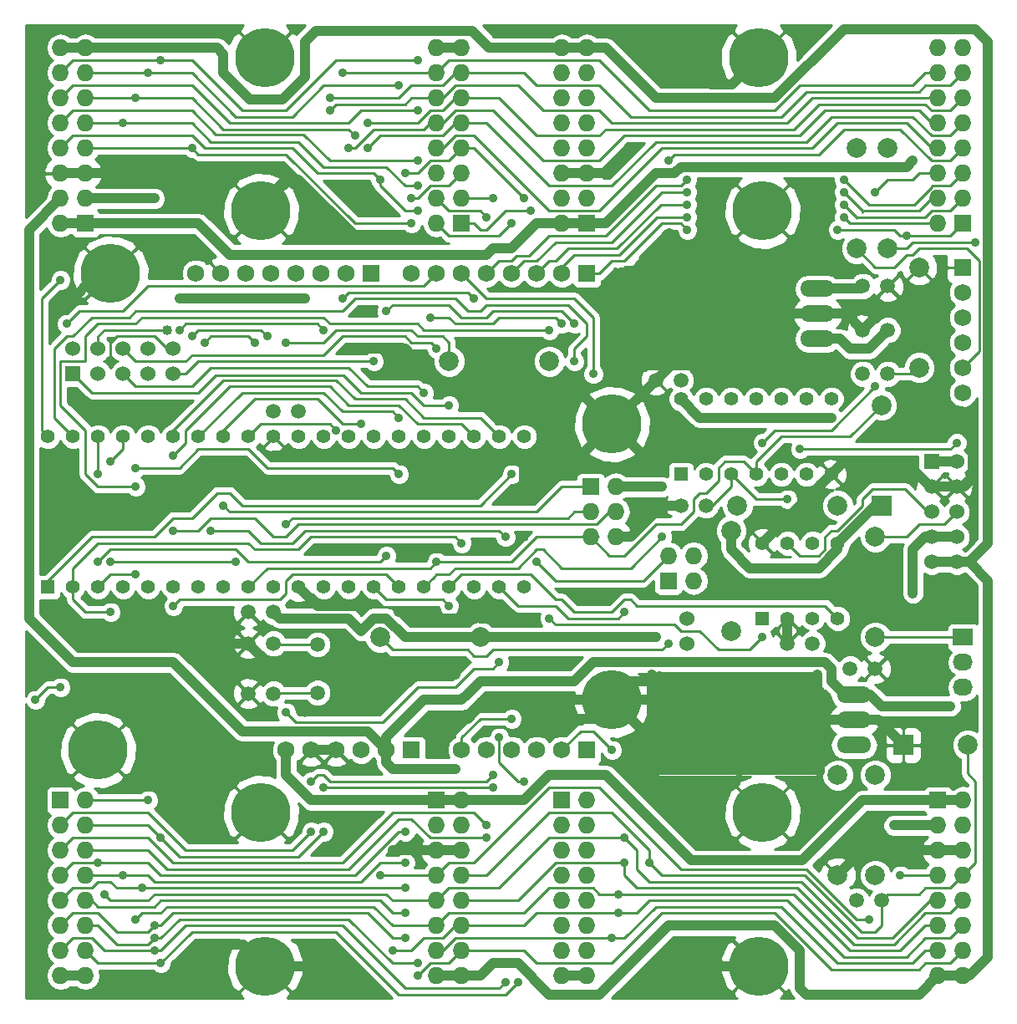
<source format=gbl>
%FSLAX34Y34*%
G04 Gerber Fmt 3.4, Leading zero omitted, Abs format*
G04 (created by PCBNEW (2014-jan-25)-product) date Sun 13 Jul 2014 03:50:37 PM PDT*
%MOIN*%
G01*
G70*
G90*
G04 APERTURE LIST*
%ADD10C,0.005906*%
%ADD11R,0.080000X0.068000*%
%ADD12O,0.080000X0.068000*%
%ADD13R,0.068000X0.068000*%
%ADD14O,0.068000X0.068000*%
%ADD15R,0.055000X0.055000*%
%ADD16C,0.055000*%
%ADD17C,0.059100*%
%ADD18C,0.078700*%
%ADD19R,0.078700X0.078700*%
%ADD20C,0.068000*%
%ADD21C,0.060000*%
%ADD22O,0.137800X0.066900*%
%ADD23R,0.620000X0.380000*%
%ADD24C,0.236220*%
%ADD25R,0.060000X0.060000*%
%ADD26C,0.040000*%
%ADD27C,0.035000*%
%ADD28C,0.040000*%
%ADD29C,0.010000*%
G04 APERTURE END LIST*
G54D10*
G54D11*
X48000Y-35000D03*
G54D12*
X48000Y-36000D03*
X48000Y-37000D03*
G54D13*
X33150Y-29000D03*
G54D14*
X34150Y-29000D03*
X33150Y-30000D03*
X34150Y-30000D03*
X33150Y-31000D03*
X34150Y-31000D03*
G54D15*
X40000Y-34250D03*
G54D16*
X41000Y-34250D03*
X42000Y-34250D03*
X43000Y-34250D03*
X43000Y-31250D03*
X42000Y-31250D03*
X41000Y-31250D03*
X40000Y-31250D03*
G54D15*
X36750Y-28500D03*
G54D16*
X37750Y-28500D03*
X38750Y-28500D03*
X39750Y-28500D03*
X40750Y-28500D03*
X41750Y-28500D03*
X42750Y-28500D03*
X42750Y-25500D03*
X41750Y-25500D03*
X40750Y-25500D03*
X39750Y-25500D03*
X38750Y-25500D03*
X37750Y-25500D03*
X36750Y-25500D03*
G54D15*
X11500Y-33000D03*
G54D16*
X12500Y-33000D03*
X13500Y-33000D03*
X14500Y-33000D03*
X15500Y-33000D03*
X16500Y-33000D03*
X17500Y-33000D03*
X18500Y-33000D03*
X19500Y-33000D03*
X20500Y-33000D03*
X21500Y-33000D03*
X22500Y-33000D03*
X23500Y-33000D03*
X24500Y-33000D03*
X25500Y-33000D03*
X26500Y-33000D03*
X27500Y-33000D03*
X28500Y-33000D03*
X29500Y-33000D03*
X30500Y-33000D03*
X30500Y-27000D03*
X29500Y-27000D03*
X28500Y-27000D03*
X27500Y-27000D03*
X26500Y-27000D03*
X25500Y-27000D03*
X24500Y-27000D03*
X23500Y-27000D03*
X22500Y-27000D03*
X21500Y-27000D03*
X20500Y-27000D03*
X19500Y-27000D03*
X18500Y-27000D03*
X17500Y-27000D03*
X16500Y-27000D03*
X15500Y-27000D03*
X14500Y-27000D03*
X13500Y-27000D03*
X12500Y-27000D03*
X11500Y-27000D03*
G54D17*
X22250Y-35289D03*
X22250Y-37211D03*
G54D13*
X33000Y-18500D03*
G54D14*
X32000Y-18500D03*
X33000Y-17500D03*
X32000Y-17500D03*
X33000Y-16500D03*
X32000Y-16500D03*
X33000Y-15500D03*
X32000Y-15500D03*
X33000Y-14500D03*
X32000Y-14500D03*
X33000Y-13500D03*
X32000Y-13500D03*
X33000Y-12500D03*
X32000Y-12500D03*
X33000Y-11500D03*
X32000Y-11500D03*
G54D13*
X48000Y-18500D03*
G54D14*
X47000Y-18500D03*
X48000Y-17500D03*
X47000Y-17500D03*
X48000Y-16500D03*
X47000Y-16500D03*
X48000Y-15500D03*
X47000Y-15500D03*
X48000Y-14500D03*
X47000Y-14500D03*
X48000Y-13500D03*
X47000Y-13500D03*
X48000Y-12500D03*
X47000Y-12500D03*
X48000Y-11500D03*
X47000Y-11500D03*
G54D13*
X13000Y-18500D03*
G54D14*
X12000Y-18500D03*
X13000Y-17500D03*
X12000Y-17500D03*
X13000Y-16500D03*
X12000Y-16500D03*
X13000Y-15500D03*
X12000Y-15500D03*
X13000Y-14500D03*
X12000Y-14500D03*
X13000Y-13500D03*
X12000Y-13500D03*
X13000Y-12500D03*
X12000Y-12500D03*
X13000Y-11500D03*
X12000Y-11500D03*
G54D13*
X28000Y-18500D03*
G54D14*
X27000Y-18500D03*
X28000Y-17500D03*
X27000Y-17500D03*
X28000Y-16500D03*
X27000Y-16500D03*
X28000Y-15500D03*
X27000Y-15500D03*
X28000Y-14500D03*
X27000Y-14500D03*
X28000Y-13500D03*
X27000Y-13500D03*
X28000Y-12500D03*
X27000Y-12500D03*
X28000Y-11500D03*
X27000Y-11500D03*
G54D13*
X47000Y-41500D03*
G54D14*
X48000Y-41500D03*
X47000Y-42500D03*
X48000Y-42500D03*
X47000Y-43500D03*
X48000Y-43500D03*
X47000Y-44500D03*
X48000Y-44500D03*
X47000Y-45500D03*
X48000Y-45500D03*
X47000Y-46500D03*
X48000Y-46500D03*
X47000Y-47500D03*
X48000Y-47500D03*
X47000Y-48500D03*
X48000Y-48500D03*
G54D13*
X32000Y-41500D03*
G54D14*
X33000Y-41500D03*
X32000Y-42500D03*
X33000Y-42500D03*
X32000Y-43500D03*
X33000Y-43500D03*
X32000Y-44500D03*
X33000Y-44500D03*
X32000Y-45500D03*
X33000Y-45500D03*
X32000Y-46500D03*
X33000Y-46500D03*
X32000Y-47500D03*
X33000Y-47500D03*
X32000Y-48500D03*
X33000Y-48500D03*
G54D13*
X27000Y-41500D03*
G54D14*
X28000Y-41500D03*
X27000Y-42500D03*
X28000Y-42500D03*
X27000Y-43500D03*
X28000Y-43500D03*
X27000Y-44500D03*
X28000Y-44500D03*
X27000Y-45500D03*
X28000Y-45500D03*
X27000Y-46500D03*
X28000Y-46500D03*
X27000Y-47500D03*
X28000Y-47500D03*
X27000Y-48500D03*
X28000Y-48500D03*
G54D13*
X12000Y-41500D03*
G54D14*
X13000Y-41500D03*
X12000Y-42500D03*
X13000Y-42500D03*
X12000Y-43500D03*
X13000Y-43500D03*
X12000Y-44500D03*
X13000Y-44500D03*
X12000Y-45500D03*
X13000Y-45500D03*
X12000Y-46500D03*
X13000Y-46500D03*
X12000Y-47500D03*
X13000Y-47500D03*
X12000Y-48500D03*
X13000Y-48500D03*
G54D18*
X44750Y-25750D03*
G54D19*
X44750Y-29750D03*
G54D18*
X44500Y-35000D03*
X44500Y-31000D03*
X43750Y-19500D03*
X43750Y-15500D03*
X45000Y-19500D03*
X45000Y-15500D03*
X43000Y-44500D03*
X43000Y-40500D03*
X39000Y-29750D03*
X43000Y-29750D03*
X38750Y-34750D03*
X38750Y-30750D03*
X44500Y-44500D03*
X44500Y-40500D03*
G54D13*
X48000Y-20250D03*
G54D20*
X48000Y-21250D03*
X48000Y-22250D03*
X48000Y-23250D03*
X48000Y-24250D03*
X48000Y-25250D03*
G54D13*
X33000Y-39500D03*
G54D20*
X32000Y-39500D03*
X31000Y-39500D03*
X30000Y-39500D03*
X29000Y-39500D03*
X28000Y-39500D03*
G54D13*
X33000Y-20500D03*
G54D20*
X32000Y-20500D03*
X31000Y-20500D03*
X30000Y-20500D03*
X29000Y-20500D03*
X28000Y-20500D03*
X27000Y-20500D03*
X26000Y-20500D03*
G54D13*
X24400Y-20500D03*
G54D20*
X23400Y-20500D03*
X22400Y-20500D03*
X21400Y-20500D03*
X20400Y-20500D03*
X19400Y-20500D03*
X18400Y-20500D03*
X17400Y-20500D03*
G54D17*
X45000Y-22750D03*
X44000Y-22750D03*
X20500Y-35250D03*
X19500Y-35250D03*
X44000Y-21000D03*
X45000Y-21000D03*
X20500Y-37250D03*
X19500Y-37250D03*
X43500Y-36250D03*
X44500Y-36250D03*
X43750Y-45500D03*
X44750Y-45500D03*
X37750Y-29750D03*
X36750Y-29750D03*
X44000Y-24500D03*
X45000Y-24500D03*
X36750Y-24750D03*
X35750Y-24750D03*
X42000Y-35250D03*
X41000Y-35250D03*
X21500Y-26000D03*
X20500Y-26000D03*
X20500Y-34000D03*
X19500Y-34000D03*
G54D18*
X46250Y-20250D03*
X46250Y-24250D03*
G54D19*
X45620Y-39300D03*
G54D18*
X48180Y-39300D03*
G54D21*
X37000Y-34250D03*
X37000Y-35250D03*
G54D18*
X24750Y-35000D03*
X28750Y-35000D03*
X31500Y-24000D03*
X27500Y-24000D03*
G54D13*
X26000Y-39500D03*
G54D20*
X25000Y-39500D03*
X24000Y-39500D03*
X23000Y-39500D03*
X22000Y-39500D03*
X21000Y-39500D03*
G54D13*
X36250Y-32750D03*
G54D14*
X36250Y-31750D03*
X37250Y-32750D03*
X37250Y-31750D03*
G54D22*
X42200Y-22100D03*
X42200Y-23100D03*
X42200Y-21100D03*
G54D23*
X37600Y-22100D03*
G54D22*
X43650Y-38300D03*
X43650Y-39300D03*
X43650Y-37300D03*
G54D23*
X39050Y-38300D03*
G54D24*
X34000Y-26500D03*
X14000Y-20500D03*
X34000Y-37500D03*
X13500Y-39500D03*
X20000Y-42000D03*
X39842Y-11889D03*
X20157Y-11889D03*
X39842Y-48110D03*
X20157Y-48110D03*
X40000Y-42000D03*
X20000Y-18000D03*
X40000Y-18000D03*
G54D25*
X12500Y-24500D03*
G54D21*
X12500Y-23500D03*
X13500Y-24500D03*
X13500Y-23500D03*
X14500Y-24500D03*
X14500Y-23500D03*
X15500Y-24500D03*
X15500Y-23500D03*
X16500Y-24500D03*
X16500Y-23500D03*
G54D25*
X46750Y-28000D03*
G54D21*
X47750Y-28000D03*
X46750Y-29000D03*
X47750Y-29000D03*
X46750Y-30000D03*
X47750Y-30000D03*
X46750Y-31000D03*
X47750Y-31000D03*
X46750Y-32000D03*
X47750Y-32000D03*
G54D26*
X46000Y-16000D03*
X18250Y-18250D03*
X18250Y-17000D03*
X22500Y-27750D03*
X26750Y-38500D03*
X28500Y-38000D03*
X29000Y-37500D03*
X24000Y-33750D03*
X25500Y-34000D03*
X26750Y-34250D03*
X27750Y-36500D03*
X30250Y-34250D03*
X28500Y-34000D03*
X27750Y-36000D03*
X26750Y-36500D03*
X26750Y-36000D03*
X27250Y-38250D03*
X21500Y-36500D03*
X21500Y-36000D03*
X25000Y-36500D03*
X25000Y-36000D03*
X21750Y-38000D03*
X30500Y-37500D03*
X31750Y-38250D03*
X31750Y-37500D03*
X36300Y-18900D03*
X37650Y-12650D03*
X34750Y-15550D03*
X24250Y-29250D03*
X26500Y-27750D03*
X25500Y-29250D03*
X26500Y-29250D03*
X23500Y-31500D03*
X30500Y-31000D03*
X30500Y-29250D03*
X30500Y-36000D03*
X32250Y-36000D03*
X23500Y-23500D03*
X24500Y-23500D03*
X24000Y-22000D03*
X26500Y-24500D03*
X30500Y-25000D03*
X27500Y-25000D03*
X26000Y-23750D03*
X24250Y-17750D03*
X24250Y-19000D03*
X13750Y-25750D03*
X27500Y-27750D03*
X32750Y-33500D03*
X33750Y-33500D03*
X36750Y-27750D03*
X37500Y-47250D03*
X25250Y-43500D03*
X17500Y-47250D03*
X17500Y-43000D03*
X18000Y-42000D03*
X23000Y-48000D03*
X12500Y-34750D03*
X15000Y-35250D03*
X12250Y-21750D03*
X14000Y-24000D03*
X20500Y-27750D03*
X35750Y-35000D03*
X42750Y-26250D03*
X42000Y-32250D03*
X45250Y-42500D03*
X36000Y-29000D03*
X16750Y-21500D03*
X21750Y-21500D03*
X15750Y-17500D03*
X16250Y-22750D03*
X24000Y-34750D03*
X28250Y-37250D03*
X34997Y-36002D03*
X47500Y-37750D03*
X27750Y-40250D03*
G54D27*
X41500Y-27500D03*
X47750Y-27250D03*
X35500Y-44000D03*
X24750Y-16750D03*
X26250Y-18000D03*
X27000Y-23500D03*
X27000Y-32000D03*
X41000Y-29500D03*
X19750Y-23250D03*
X15750Y-47500D03*
X22750Y-13500D03*
X29750Y-48750D03*
X17750Y-23250D03*
X18500Y-29750D03*
X21000Y-23250D03*
X16000Y-48000D03*
X23250Y-12500D03*
X30250Y-48750D03*
X21000Y-30500D03*
X20250Y-23000D03*
X15750Y-47000D03*
X26250Y-48000D03*
X22750Y-14000D03*
X16500Y-30750D03*
X17250Y-23000D03*
X24250Y-15500D03*
X25750Y-45000D03*
X15250Y-45000D03*
X24000Y-26500D03*
X34500Y-34000D03*
X25750Y-46000D03*
X28500Y-21500D03*
X23250Y-21500D03*
X23500Y-15500D03*
X15750Y-46500D03*
X25750Y-47000D03*
X16750Y-22750D03*
X24250Y-14500D03*
X22500Y-22750D03*
X23000Y-26750D03*
X45500Y-44500D03*
X44250Y-46250D03*
X24750Y-44500D03*
X26000Y-18500D03*
X17250Y-15500D03*
X27500Y-33750D03*
X43000Y-18750D03*
X37000Y-18750D03*
X30750Y-18000D03*
X45750Y-19000D03*
X32500Y-22500D03*
X13500Y-32000D03*
X25000Y-31750D03*
X25000Y-22000D03*
X43250Y-18250D03*
X37000Y-18250D03*
X29500Y-39000D03*
X30500Y-40750D03*
X30000Y-18500D03*
X15500Y-41500D03*
X16500Y-33750D03*
X26750Y-22250D03*
X32000Y-22500D03*
X43250Y-17750D03*
X37000Y-17750D03*
X22000Y-40750D03*
X22000Y-42750D03*
X29250Y-17500D03*
X29250Y-40500D03*
X15000Y-32500D03*
X31500Y-22750D03*
X15000Y-29000D03*
X29750Y-31000D03*
X43250Y-17250D03*
X37000Y-17250D03*
X29000Y-18250D03*
X22500Y-41000D03*
X29250Y-41000D03*
X22500Y-42750D03*
X16000Y-43000D03*
X18000Y-30750D03*
X43250Y-16750D03*
X37000Y-16750D03*
X26000Y-17500D03*
X30000Y-28500D03*
X29000Y-42500D03*
X40000Y-27250D03*
X40000Y-35000D03*
X33250Y-24500D03*
X31500Y-34250D03*
X28000Y-31250D03*
X44500Y-25000D03*
X44500Y-17250D03*
X29000Y-43000D03*
X14000Y-34000D03*
X25750Y-42750D03*
X25750Y-16500D03*
X30500Y-17500D03*
X36250Y-16000D03*
X13500Y-44000D03*
X12250Y-22500D03*
X14500Y-44500D03*
X25750Y-44000D03*
X25500Y-26250D03*
X26250Y-17000D03*
X13750Y-45250D03*
X14500Y-14500D03*
X34500Y-43000D03*
X12000Y-20750D03*
X32500Y-24000D03*
X34500Y-44000D03*
X26250Y-16000D03*
X34000Y-39500D03*
X15000Y-46250D03*
X13500Y-28500D03*
X11000Y-37500D03*
X12000Y-37000D03*
X15000Y-13500D03*
X34250Y-45250D03*
X23750Y-15000D03*
X26250Y-14000D03*
X34250Y-46000D03*
X14000Y-32000D03*
X19000Y-32000D03*
X25250Y-47500D03*
X14000Y-28000D03*
X34000Y-47000D03*
X25500Y-13000D03*
X15500Y-12500D03*
X16500Y-27750D03*
X29500Y-36000D03*
X21000Y-38000D03*
X16000Y-12000D03*
X26250Y-12000D03*
X30000Y-38250D03*
X26250Y-48500D03*
G54D26*
X46000Y-33250D03*
G54D27*
X48500Y-19250D03*
X36000Y-31000D03*
X27500Y-25750D03*
X15000Y-28250D03*
X25500Y-28500D03*
X26500Y-25250D03*
X24500Y-24000D03*
X36250Y-35250D03*
X31000Y-32000D03*
G54D28*
X31500Y-40500D02*
X33750Y-40500D01*
X41600Y-43899D02*
X44000Y-41500D01*
X37149Y-43899D02*
X41600Y-43899D01*
X33750Y-40500D02*
X37149Y-43899D01*
X33000Y-18500D02*
X33750Y-18500D01*
X35750Y-16500D02*
X36500Y-16500D01*
X33750Y-18500D02*
X35750Y-16500D01*
X48000Y-41500D02*
X47000Y-41500D01*
X47000Y-41500D02*
X44000Y-41500D01*
X30500Y-41500D02*
X31500Y-40500D01*
X30500Y-41500D02*
X28000Y-41500D01*
X27000Y-41500D02*
X28000Y-41500D01*
X13000Y-18500D02*
X17500Y-18500D01*
X12000Y-18500D02*
X13000Y-18500D01*
X32000Y-18500D02*
X33000Y-18500D01*
X47750Y-28000D02*
X46750Y-28000D01*
X22000Y-41500D02*
X27000Y-41500D01*
X31000Y-18500D02*
X30000Y-19500D01*
X32000Y-18500D02*
X31000Y-18500D01*
X46000Y-16000D02*
X45750Y-16250D01*
X45750Y-16250D02*
X36750Y-16250D01*
X36750Y-16250D02*
X36500Y-16500D01*
X43100Y-23100D02*
X43500Y-23500D01*
X43500Y-23500D02*
X44250Y-23500D01*
X44250Y-23500D02*
X45000Y-22750D01*
X42200Y-23100D02*
X43100Y-23100D01*
X29250Y-19500D02*
X29000Y-19750D01*
X29000Y-19750D02*
X18750Y-19750D01*
X18750Y-19750D02*
X17500Y-18500D01*
X30000Y-19500D02*
X29250Y-19500D01*
X21000Y-40500D02*
X22000Y-41500D01*
X21000Y-39500D02*
X21000Y-40500D01*
X30500Y-29250D02*
X30500Y-27750D01*
X45620Y-39300D02*
X44620Y-38300D01*
X44620Y-38300D02*
X43650Y-38300D01*
X13000Y-16500D02*
X17750Y-16500D01*
X17750Y-16500D02*
X18250Y-17000D01*
X27250Y-38250D02*
X27000Y-38250D01*
X27000Y-38250D02*
X26750Y-38500D01*
X24000Y-33750D02*
X23999Y-33749D01*
X23999Y-33749D02*
X22249Y-33749D01*
X22249Y-33749D02*
X21500Y-33000D01*
X26750Y-34250D02*
X26500Y-34000D01*
X26500Y-34000D02*
X25500Y-34000D01*
X28500Y-34000D02*
X28250Y-34250D01*
X28250Y-34250D02*
X26750Y-34250D01*
X26750Y-36500D02*
X27750Y-36500D01*
X30250Y-34250D02*
X28750Y-34250D01*
X28750Y-34250D02*
X28500Y-34000D01*
X27750Y-36000D02*
X26750Y-36000D01*
X25000Y-36500D02*
X26750Y-36500D01*
X25000Y-36000D02*
X26750Y-36000D01*
X29000Y-37500D02*
X28500Y-38000D01*
X28500Y-38000D02*
X28250Y-38250D01*
X28250Y-38250D02*
X27250Y-38250D01*
X30250Y-37500D02*
X29500Y-37500D01*
X29500Y-37500D02*
X29000Y-37500D01*
X25000Y-36000D02*
X21500Y-36000D01*
X25000Y-36500D02*
X21500Y-36500D01*
X21500Y-36500D02*
X20750Y-36500D01*
X20750Y-36500D02*
X19500Y-35250D01*
X30500Y-37500D02*
X30500Y-37750D01*
X34000Y-37500D02*
X33250Y-38250D01*
X33250Y-38250D02*
X31750Y-38250D01*
X31750Y-38250D02*
X31000Y-38250D01*
X31000Y-38250D02*
X30500Y-37750D01*
X30500Y-37750D02*
X30250Y-37500D01*
X34000Y-37500D02*
X34750Y-36750D01*
X34750Y-36750D02*
X35600Y-36750D01*
X35600Y-36750D02*
X35600Y-36500D01*
X34000Y-37500D02*
X35600Y-37500D01*
X34000Y-37500D02*
X35600Y-39100D01*
X42750Y-28500D02*
X40000Y-31250D01*
X41000Y-35250D02*
X41000Y-34250D01*
X46750Y-29000D02*
X46700Y-29000D01*
X46700Y-29000D02*
X45650Y-27950D01*
X43300Y-27950D02*
X42750Y-28500D01*
X45650Y-27950D02*
X43300Y-27950D01*
X47750Y-29000D02*
X48050Y-29000D01*
X48050Y-29000D02*
X48400Y-28650D01*
X44750Y-22000D02*
X44000Y-22750D01*
X45700Y-22000D02*
X44750Y-22000D01*
X47250Y-23550D02*
X45700Y-22000D01*
X47250Y-25850D02*
X47250Y-23550D01*
X48400Y-27000D02*
X47250Y-25850D01*
X48400Y-28650D02*
X48400Y-27000D01*
X42200Y-22100D02*
X43350Y-22100D01*
X43350Y-22100D02*
X44000Y-22750D01*
X36300Y-18900D02*
X36300Y-20000D01*
X33000Y-16500D02*
X33800Y-16500D01*
X38782Y-12950D02*
X39842Y-11889D01*
X37950Y-12950D02*
X38782Y-12950D01*
X37650Y-12650D02*
X37950Y-12950D01*
X33800Y-16500D02*
X34750Y-15550D01*
X26500Y-29250D02*
X25500Y-29250D01*
X24250Y-29250D02*
X25500Y-29250D01*
X30500Y-36000D02*
X32250Y-36000D01*
X26000Y-23750D02*
X25750Y-23500D01*
X25750Y-23500D02*
X24500Y-23500D01*
X23500Y-23500D02*
X24500Y-23500D01*
X26500Y-24500D02*
X26000Y-24000D01*
X26750Y-24500D02*
X26500Y-24500D01*
X27500Y-25000D02*
X27250Y-25000D01*
X27500Y-25000D02*
X30500Y-25000D01*
X34000Y-26500D02*
X32500Y-25000D01*
X32500Y-25000D02*
X30500Y-25000D01*
X27250Y-25000D02*
X26750Y-24500D01*
X26000Y-24000D02*
X26000Y-23750D01*
X20000Y-18000D02*
X20000Y-17750D01*
X20000Y-17750D02*
X21000Y-16750D01*
X23750Y-19000D02*
X24250Y-19000D01*
X21500Y-16750D02*
X23750Y-19000D01*
X21000Y-16750D02*
X21500Y-16750D01*
X26500Y-27750D02*
X27500Y-27750D01*
X27500Y-27750D02*
X30500Y-27750D01*
X30500Y-27750D02*
X31250Y-27750D01*
X42200Y-22100D02*
X40850Y-22100D01*
X40850Y-22100D02*
X40850Y-20050D01*
X40850Y-20050D02*
X40800Y-20000D01*
X40800Y-20000D02*
X36300Y-20000D01*
X35300Y-20000D02*
X34850Y-20450D01*
X36300Y-20000D02*
X35300Y-20000D01*
X34850Y-20450D02*
X34350Y-20450D01*
X40850Y-24150D02*
X40850Y-22400D01*
X34450Y-24150D02*
X40850Y-24150D01*
X34400Y-24100D02*
X34450Y-24150D01*
X34400Y-20500D02*
X34400Y-24100D01*
X34350Y-20450D02*
X34400Y-20500D01*
X37050Y-38300D02*
X37050Y-37950D01*
X37050Y-37950D02*
X35600Y-36500D01*
X35600Y-36500D02*
X35600Y-36500D01*
X35600Y-36500D02*
X35600Y-37500D01*
X35600Y-37500D02*
X35600Y-39100D01*
X35600Y-40000D02*
X35900Y-40300D01*
X35600Y-39100D02*
X35600Y-40000D01*
X42300Y-38300D02*
X42300Y-37150D01*
X42200Y-37050D02*
X42200Y-36500D01*
X42300Y-37150D02*
X42200Y-37050D01*
X43650Y-38300D02*
X42300Y-38300D01*
X35900Y-40300D02*
X35900Y-36550D01*
X42250Y-40300D02*
X35900Y-40300D01*
X42300Y-40350D02*
X42250Y-40300D01*
X42300Y-38300D02*
X42300Y-40350D01*
X36750Y-29750D02*
X36000Y-29750D01*
X34750Y-31000D02*
X34150Y-31000D01*
X36000Y-29750D02*
X34750Y-31000D01*
X33750Y-33500D02*
X32750Y-33500D01*
X34000Y-37500D02*
X31750Y-37500D01*
X31750Y-37500D02*
X30250Y-37500D01*
X35750Y-24750D02*
X34000Y-26500D01*
X35750Y-24750D02*
X38400Y-22100D01*
X38400Y-22100D02*
X42200Y-22100D01*
X34000Y-26500D02*
X35250Y-27750D01*
X35250Y-27750D02*
X36750Y-27750D01*
X47000Y-43500D02*
X44000Y-43500D01*
X44000Y-43500D02*
X43000Y-44500D01*
X28000Y-43500D02*
X27000Y-43500D01*
X47000Y-43500D02*
X48000Y-43500D01*
X12000Y-16500D02*
X13000Y-16500D01*
X32000Y-16500D02*
X33000Y-16500D01*
X47750Y-29000D02*
X46750Y-29000D01*
X38360Y-48110D02*
X37500Y-47250D01*
X39842Y-48110D02*
X38360Y-48110D01*
X27000Y-43500D02*
X25250Y-43500D01*
X19297Y-47250D02*
X17500Y-47250D01*
X20157Y-48110D02*
X19297Y-47250D01*
X17500Y-43000D02*
X18000Y-42500D01*
X18000Y-42500D02*
X18000Y-42000D01*
X22889Y-48110D02*
X23000Y-48000D01*
X20157Y-48110D02*
X22889Y-48110D01*
X13000Y-35250D02*
X12500Y-34750D01*
X19500Y-35250D02*
X15000Y-35250D01*
X15000Y-35250D02*
X13000Y-35250D01*
X13500Y-20500D02*
X14000Y-20500D01*
X12250Y-21750D02*
X13500Y-20500D01*
G54D29*
X16250Y-23500D02*
X16500Y-23500D01*
X14000Y-23250D02*
X14250Y-23000D01*
X14250Y-23000D02*
X15750Y-23000D01*
X15750Y-23000D02*
X16250Y-23500D01*
X14000Y-24000D02*
X14000Y-23250D01*
G54D28*
X32750Y-27750D02*
X34000Y-26500D01*
X20500Y-27750D02*
X22500Y-27750D01*
X22500Y-27750D02*
X26500Y-27750D01*
X31250Y-27750D02*
X32750Y-27750D01*
X23000Y-39500D02*
X22000Y-39500D01*
G54D29*
X20500Y-35250D02*
X20539Y-35289D01*
X20539Y-35289D02*
X22250Y-35289D01*
G54D28*
X20500Y-34000D02*
X20750Y-34250D01*
X20750Y-34250D02*
X23500Y-34250D01*
X43000Y-31250D02*
X43000Y-31244D01*
X43000Y-31244D02*
X44494Y-29750D01*
X44494Y-29750D02*
X44750Y-29750D01*
X43900Y-21100D02*
X44000Y-21000D01*
X42200Y-21100D02*
X43900Y-21100D01*
X28750Y-35000D02*
X35750Y-35000D01*
X28750Y-35000D02*
X25750Y-35000D01*
X25750Y-35000D02*
X25000Y-34250D01*
X37500Y-26250D02*
X36750Y-25500D01*
X42750Y-26250D02*
X37500Y-26250D01*
X43000Y-31250D02*
X43000Y-31500D01*
X43000Y-31500D02*
X42250Y-32250D01*
X42000Y-32250D02*
X42250Y-32250D01*
X38750Y-30750D02*
X38750Y-31500D01*
X38750Y-31500D02*
X39500Y-32250D01*
X39500Y-32250D02*
X42000Y-32250D01*
X47000Y-42500D02*
X45250Y-42500D01*
X34150Y-29000D02*
X36000Y-29000D01*
X16750Y-21500D02*
X19250Y-21500D01*
X19250Y-21500D02*
X21750Y-21500D01*
X13000Y-17500D02*
X15750Y-17500D01*
G54D29*
X13500Y-23000D02*
X13750Y-22750D01*
X13750Y-22750D02*
X16250Y-22750D01*
X13500Y-23500D02*
X13500Y-23000D01*
G54D28*
X24500Y-34250D02*
X25000Y-34250D01*
X24500Y-34250D02*
X24000Y-34750D01*
X23500Y-34250D02*
X24000Y-34750D01*
G54D29*
X20500Y-37250D02*
X20539Y-37211D01*
X20539Y-37211D02*
X22250Y-37211D01*
G54D28*
X34997Y-36002D02*
X35000Y-36000D01*
X42500Y-36000D02*
X35000Y-36000D01*
X35000Y-36000D02*
X33250Y-36000D01*
X33250Y-36000D02*
X32500Y-36750D01*
X32500Y-36750D02*
X28750Y-36750D01*
X28000Y-37500D02*
X28250Y-37250D01*
X28250Y-37250D02*
X28750Y-36750D01*
X25000Y-39500D02*
X25000Y-39000D01*
X25000Y-39000D02*
X26500Y-37500D01*
X26500Y-37500D02*
X28000Y-37500D01*
X42750Y-36250D02*
X42750Y-36750D01*
X43250Y-37250D02*
X42750Y-36750D01*
X42500Y-36000D02*
X42750Y-36250D01*
X43650Y-37300D02*
X43600Y-37250D01*
X43600Y-37250D02*
X43250Y-37250D01*
X43650Y-37300D02*
X43300Y-37300D01*
X44750Y-37750D02*
X44300Y-37300D01*
X44300Y-37300D02*
X43650Y-37300D01*
X16500Y-36000D02*
X19250Y-38750D01*
X12500Y-36000D02*
X10750Y-34250D01*
X10750Y-34250D02*
X10750Y-18750D01*
X10750Y-18750D02*
X12000Y-17500D01*
X16500Y-36000D02*
X12500Y-36000D01*
X47500Y-37750D02*
X44750Y-37750D01*
X25000Y-39500D02*
X25000Y-40000D01*
X24250Y-38750D02*
X25000Y-39500D01*
X19250Y-38750D02*
X24250Y-38750D01*
X25250Y-40250D02*
X27750Y-40250D01*
X25000Y-40000D02*
X25250Y-40250D01*
G54D29*
X41500Y-27500D02*
X47500Y-27500D01*
X47500Y-27500D02*
X47750Y-27250D01*
X39750Y-28500D02*
X39750Y-28000D01*
X40750Y-27000D02*
X43500Y-27000D01*
X39750Y-28000D02*
X40750Y-27000D01*
X27000Y-32000D02*
X26750Y-32250D01*
X30000Y-32000D02*
X27000Y-32000D01*
X31000Y-31000D02*
X30000Y-32000D01*
X26750Y-32250D02*
X20250Y-32250D01*
X24750Y-16750D02*
X24750Y-17000D01*
X24750Y-17000D02*
X25750Y-18000D01*
X24500Y-16500D02*
X22250Y-16500D01*
X24750Y-16750D02*
X24500Y-16500D01*
X33150Y-31000D02*
X33900Y-31750D01*
X34500Y-31750D02*
X35750Y-30500D01*
X33900Y-31750D02*
X34500Y-31750D01*
X35750Y-30500D02*
X36750Y-30500D01*
X39250Y-28000D02*
X38500Y-28000D01*
X39750Y-28500D02*
X39250Y-28000D01*
X37500Y-29250D02*
X37750Y-29250D01*
X37750Y-29250D02*
X38250Y-28750D01*
X38250Y-28750D02*
X38250Y-28250D01*
X38250Y-28250D02*
X38500Y-28000D01*
X36750Y-30500D02*
X37250Y-30000D01*
X37250Y-30000D02*
X37250Y-29500D01*
X37250Y-29500D02*
X37500Y-29250D01*
X33150Y-31000D02*
X31000Y-31000D01*
X44750Y-25750D02*
X43500Y-27000D01*
X44750Y-45500D02*
X44750Y-46500D01*
X43950Y-46750D02*
X41700Y-44500D01*
X44500Y-46750D02*
X43950Y-46750D01*
X44750Y-46500D02*
X44500Y-46750D01*
X33150Y-31000D02*
X33450Y-31000D01*
X44750Y-45500D02*
X45000Y-45250D01*
X46250Y-45250D02*
X46500Y-45000D01*
X45000Y-45250D02*
X46250Y-45250D01*
X47500Y-45000D02*
X46500Y-45000D01*
X47500Y-45000D02*
X48000Y-44500D01*
X20250Y-32250D02*
X19500Y-33000D01*
X25750Y-18000D02*
X26250Y-18000D01*
X31500Y-42000D02*
X34000Y-42000D01*
X28000Y-44500D02*
X29000Y-44500D01*
X29000Y-44500D02*
X31500Y-42000D01*
X48500Y-44000D02*
X48500Y-40750D01*
X48500Y-40750D02*
X48180Y-40430D01*
X48180Y-40430D02*
X48180Y-39300D01*
X48000Y-44500D02*
X48500Y-44000D01*
X35500Y-43500D02*
X34000Y-42000D01*
X35500Y-44000D02*
X35500Y-43500D01*
X12500Y-15000D02*
X17250Y-15000D01*
X12000Y-15500D02*
X12500Y-15000D01*
X21250Y-15500D02*
X22250Y-16500D01*
X17750Y-15500D02*
X21250Y-15500D01*
X17250Y-15000D02*
X17750Y-15500D01*
X36000Y-44500D02*
X41700Y-44500D01*
X35500Y-44000D02*
X36000Y-44500D01*
X17000Y-24000D02*
X17250Y-23750D01*
X14500Y-23500D02*
X15000Y-24000D01*
X15000Y-24000D02*
X17000Y-24000D01*
X27000Y-23450D02*
X26799Y-23250D01*
X26799Y-23250D02*
X26000Y-23250D01*
X26000Y-23250D02*
X25750Y-23000D01*
X25750Y-23000D02*
X23250Y-23000D01*
X27000Y-23500D02*
X27000Y-23450D01*
X22500Y-23750D02*
X17250Y-23750D01*
X23250Y-23000D02*
X22500Y-23750D01*
X41000Y-29500D02*
X39750Y-29500D01*
X39750Y-29500D02*
X38750Y-28500D01*
X37750Y-29750D02*
X38000Y-29750D01*
X38000Y-29750D02*
X38750Y-29000D01*
X38750Y-29000D02*
X38750Y-28500D01*
X37750Y-29500D02*
X37750Y-29750D01*
X48000Y-35000D02*
X44500Y-35000D01*
X45700Y-29100D02*
X44400Y-29100D01*
X44400Y-29100D02*
X44000Y-29500D01*
X44000Y-29500D02*
X44000Y-29750D01*
X42750Y-30750D02*
X42500Y-31000D01*
X43000Y-30750D02*
X42750Y-30750D01*
X44000Y-29750D02*
X43000Y-30750D01*
X46750Y-30000D02*
X46600Y-30000D01*
X46600Y-30000D02*
X45700Y-29100D01*
X42500Y-31000D02*
X42500Y-31500D01*
X41000Y-31250D02*
X41500Y-31750D01*
X42250Y-31750D02*
X42500Y-31500D01*
X41500Y-31750D02*
X42250Y-31750D01*
X46500Y-30000D02*
X46750Y-30000D01*
X19750Y-23250D02*
X19500Y-23000D01*
X18000Y-23000D02*
X17750Y-23250D01*
X19500Y-23000D02*
X18000Y-23000D01*
X15750Y-47500D02*
X13750Y-47500D01*
X12500Y-47000D02*
X12000Y-47500D01*
X13250Y-47000D02*
X12500Y-47000D01*
X13750Y-47500D02*
X13250Y-47000D01*
X27750Y-12500D02*
X27250Y-13000D01*
X27250Y-13000D02*
X26000Y-13000D01*
X26000Y-13000D02*
X25500Y-13500D01*
X25500Y-13500D02*
X22750Y-13500D01*
X28000Y-12500D02*
X27750Y-12500D01*
X15750Y-47500D02*
X16000Y-47500D01*
X17000Y-46500D02*
X23250Y-46500D01*
X16000Y-47500D02*
X17000Y-46500D01*
X25750Y-49000D02*
X23250Y-46500D01*
X29500Y-49000D02*
X25750Y-49000D01*
X29750Y-48750D02*
X29500Y-49000D01*
X40750Y-14250D02*
X41750Y-13250D01*
X47500Y-13000D02*
X48000Y-12500D01*
X46500Y-13000D02*
X47500Y-13000D01*
X46250Y-13250D02*
X46500Y-13000D01*
X41750Y-13250D02*
X46250Y-13250D01*
X28000Y-12500D02*
X30500Y-12500D01*
X33500Y-13000D02*
X34750Y-14250D01*
X31000Y-13000D02*
X33500Y-13000D01*
X30500Y-12500D02*
X31000Y-13000D01*
X40750Y-14250D02*
X34750Y-14250D01*
X33150Y-29000D02*
X32000Y-29000D01*
X31000Y-30000D02*
X27250Y-30000D01*
X32000Y-29000D02*
X31000Y-30000D01*
X18750Y-30000D02*
X18500Y-29750D01*
X27250Y-30000D02*
X18750Y-30000D01*
X27250Y-23000D02*
X26250Y-23000D01*
X23000Y-22750D02*
X22500Y-23250D01*
X26000Y-22750D02*
X23000Y-22750D01*
X26250Y-23000D02*
X26000Y-22750D01*
X27500Y-23250D02*
X27500Y-24000D01*
X27250Y-23000D02*
X27500Y-23250D01*
X21000Y-23250D02*
X22500Y-23250D01*
X23500Y-12500D02*
X27000Y-12500D01*
X23250Y-12500D02*
X23500Y-12500D01*
X13000Y-47500D02*
X13500Y-48000D01*
X13500Y-48000D02*
X15250Y-48000D01*
X47000Y-12500D02*
X47000Y-12500D01*
X46500Y-12500D02*
X47000Y-12500D01*
X41500Y-13000D02*
X46000Y-13000D01*
X46000Y-13000D02*
X46500Y-12500D01*
X27500Y-12000D02*
X33500Y-12000D01*
X33500Y-12000D02*
X35500Y-14000D01*
X35500Y-14000D02*
X40500Y-14000D01*
X27000Y-12500D02*
X27500Y-12000D01*
X40500Y-14000D02*
X41500Y-13000D01*
X23000Y-46750D02*
X17250Y-46750D01*
X16000Y-48000D02*
X17250Y-46750D01*
X25500Y-49250D02*
X23000Y-46750D01*
X25500Y-49250D02*
X29750Y-49250D01*
X29750Y-49250D02*
X30250Y-48750D01*
X15500Y-48000D02*
X16000Y-48000D01*
X15250Y-48000D02*
X15500Y-48000D01*
X32500Y-30000D02*
X32250Y-30250D01*
X33150Y-30000D02*
X32500Y-30000D01*
X27750Y-30250D02*
X32250Y-30250D01*
X21250Y-30250D02*
X21000Y-30500D01*
X27750Y-30250D02*
X21250Y-30250D01*
X20250Y-23000D02*
X20000Y-22750D01*
X34150Y-30000D02*
X33900Y-30000D01*
X33900Y-30000D02*
X33400Y-30500D01*
X15750Y-47000D02*
X15500Y-47250D01*
X15500Y-47250D02*
X14250Y-47250D01*
X16000Y-47000D02*
X15750Y-47000D01*
X26250Y-48000D02*
X25250Y-48000D01*
X25250Y-48000D02*
X23500Y-46250D01*
X23500Y-46250D02*
X16750Y-46250D01*
X27750Y-13000D02*
X30250Y-13000D01*
X30250Y-13000D02*
X31250Y-14000D01*
X31250Y-14000D02*
X33500Y-14000D01*
X33500Y-14000D02*
X34000Y-14500D01*
X34000Y-14500D02*
X41000Y-14500D01*
X27250Y-13500D02*
X27750Y-13000D01*
X27000Y-13500D02*
X27250Y-13500D01*
X26000Y-13500D02*
X25750Y-13750D01*
X27000Y-13500D02*
X26000Y-13500D01*
X23000Y-13750D02*
X25750Y-13750D01*
X22750Y-14000D02*
X23000Y-13750D01*
X13500Y-46500D02*
X14250Y-47250D01*
X13000Y-46500D02*
X13500Y-46500D01*
X16000Y-47000D02*
X16750Y-46250D01*
X46750Y-13500D02*
X42000Y-13500D01*
X42000Y-13500D02*
X41000Y-14500D01*
X46750Y-13500D02*
X46750Y-13500D01*
X47000Y-13500D02*
X46750Y-13500D01*
X17500Y-30750D02*
X16500Y-30750D01*
X18000Y-30250D02*
X17500Y-30750D01*
X20000Y-22750D02*
X17500Y-22750D01*
X17500Y-22750D02*
X17250Y-23000D01*
X21500Y-30500D02*
X21000Y-31000D01*
X21000Y-31000D02*
X20500Y-31000D01*
X20500Y-31000D02*
X19750Y-30250D01*
X19750Y-30250D02*
X18000Y-30250D01*
X33400Y-30500D02*
X21500Y-30500D01*
X28000Y-14500D02*
X27750Y-14500D01*
X24750Y-15000D02*
X27250Y-15000D01*
X27250Y-15000D02*
X27750Y-14500D01*
X24250Y-15500D02*
X24750Y-15000D01*
X47500Y-15000D02*
X48000Y-14500D01*
X31500Y-17000D02*
X29000Y-14500D01*
X34000Y-17000D02*
X31500Y-17000D01*
X35750Y-15250D02*
X34000Y-17000D01*
X41750Y-15250D02*
X35750Y-15250D01*
X28000Y-14500D02*
X29000Y-14500D01*
X46750Y-15000D02*
X46000Y-14250D01*
X46000Y-14250D02*
X42750Y-14250D01*
X42750Y-14250D02*
X41750Y-15250D01*
X47500Y-15000D02*
X46750Y-15000D01*
X25750Y-45000D02*
X15250Y-45000D01*
X13500Y-44750D02*
X13250Y-45000D01*
X14000Y-44750D02*
X13500Y-44750D01*
X12500Y-45000D02*
X13250Y-45000D01*
X12500Y-45000D02*
X12000Y-45500D01*
X14250Y-45000D02*
X14000Y-44750D01*
X15250Y-45000D02*
X14250Y-45000D01*
X18500Y-27000D02*
X18500Y-26750D01*
X24000Y-26500D02*
X23250Y-26500D01*
X18500Y-26750D02*
X19750Y-25500D01*
X19750Y-25500D02*
X22250Y-25500D01*
X22250Y-25500D02*
X23250Y-26500D01*
X34500Y-34000D02*
X34250Y-34250D01*
X32250Y-34250D02*
X31750Y-33750D01*
X34250Y-34250D02*
X32250Y-34250D01*
X29500Y-33000D02*
X30250Y-33750D01*
X30250Y-33750D02*
X31750Y-33750D01*
X25250Y-46000D02*
X25750Y-46000D01*
X27750Y-14000D02*
X29250Y-14000D01*
X29250Y-14000D02*
X31250Y-16000D01*
X31250Y-16000D02*
X33500Y-16000D01*
X33500Y-16000D02*
X34500Y-15000D01*
X34500Y-15000D02*
X41500Y-15000D01*
X27250Y-14500D02*
X27750Y-14000D01*
X27000Y-14500D02*
X27250Y-14500D01*
X26750Y-14500D02*
X26500Y-14750D01*
X27000Y-14500D02*
X26750Y-14500D01*
X24500Y-14750D02*
X26500Y-14750D01*
X25250Y-46000D02*
X25750Y-46000D01*
X46250Y-14000D02*
X42500Y-14000D01*
X42500Y-14000D02*
X41500Y-15000D01*
X46750Y-14500D02*
X46250Y-14000D01*
X47000Y-14500D02*
X46750Y-14500D01*
X13500Y-45750D02*
X15750Y-45750D01*
X15750Y-45750D02*
X16000Y-45500D01*
X16000Y-45500D02*
X24750Y-45500D01*
X24750Y-45500D02*
X25250Y-46000D01*
X13250Y-45500D02*
X13500Y-45750D01*
X13000Y-45500D02*
X13250Y-45500D01*
X28250Y-21250D02*
X23500Y-21250D01*
X23500Y-21250D02*
X23250Y-21500D01*
X28500Y-21500D02*
X28250Y-21250D01*
X23750Y-15500D02*
X23500Y-15500D01*
X24500Y-14750D02*
X23750Y-15500D01*
X15750Y-46500D02*
X15500Y-46750D01*
X15500Y-46750D02*
X14250Y-46750D01*
X16000Y-46500D02*
X16500Y-46000D01*
X25250Y-47000D02*
X25750Y-47000D01*
X24250Y-46000D02*
X25250Y-47000D01*
X16500Y-46000D02*
X24250Y-46000D01*
X15750Y-46500D02*
X16000Y-46500D01*
X47500Y-14000D02*
X48000Y-13500D01*
X28000Y-13500D02*
X27750Y-13500D01*
X12500Y-46000D02*
X12000Y-46500D01*
X13500Y-46000D02*
X14250Y-46750D01*
X12500Y-46000D02*
X13500Y-46000D01*
X33750Y-14750D02*
X41250Y-14750D01*
X33500Y-15000D02*
X33750Y-14750D01*
X28000Y-13500D02*
X29500Y-13500D01*
X29500Y-13500D02*
X31000Y-15000D01*
X31000Y-15000D02*
X33500Y-15000D01*
X46750Y-14000D02*
X46500Y-13750D01*
X46500Y-13750D02*
X42250Y-13750D01*
X42250Y-13750D02*
X41250Y-14750D01*
X47500Y-14000D02*
X46750Y-14000D01*
X17000Y-22500D02*
X16750Y-22750D01*
X26250Y-14500D02*
X24250Y-14500D01*
X26750Y-14000D02*
X26250Y-14500D01*
X27750Y-13500D02*
X27250Y-14000D01*
X27250Y-14000D02*
X26750Y-14000D01*
X22250Y-22500D02*
X22500Y-22750D01*
X17000Y-22500D02*
X22250Y-22500D01*
X22750Y-26500D02*
X20000Y-26500D01*
X20000Y-26500D02*
X19500Y-27000D01*
X23000Y-26750D02*
X22750Y-26500D01*
X45500Y-44500D02*
X47000Y-44500D01*
X43750Y-46250D02*
X44250Y-46250D01*
X41750Y-44250D02*
X43750Y-46250D01*
X27000Y-44500D02*
X24750Y-44500D01*
X17250Y-15500D02*
X16750Y-15500D01*
X16750Y-15500D02*
X13000Y-15500D01*
X17500Y-15750D02*
X17250Y-15500D01*
X21000Y-15750D02*
X17500Y-15750D01*
X23750Y-18500D02*
X21000Y-15750D01*
X26000Y-18500D02*
X23750Y-18500D01*
X28500Y-44000D02*
X31500Y-41000D01*
X27000Y-44500D02*
X27500Y-44000D01*
X27500Y-44000D02*
X28500Y-44000D01*
X31500Y-41000D02*
X33500Y-41000D01*
X36750Y-44250D02*
X33500Y-41000D01*
X41750Y-44250D02*
X36750Y-44250D01*
X27500Y-33750D02*
X27250Y-33500D01*
X37000Y-18750D02*
X36750Y-18500D01*
X35999Y-18500D02*
X34499Y-20000D01*
X36750Y-18500D02*
X35999Y-18500D01*
X25000Y-31750D02*
X24750Y-32000D01*
X19500Y-32000D02*
X19000Y-31500D01*
X24750Y-32000D02*
X19500Y-32000D01*
X24500Y-33000D02*
X25000Y-33500D01*
X25000Y-33500D02*
X27250Y-33500D01*
X25000Y-22000D02*
X25250Y-21750D01*
X25250Y-21750D02*
X27500Y-21750D01*
X34000Y-20000D02*
X34499Y-20000D01*
X33500Y-20500D02*
X34000Y-20000D01*
X33000Y-20500D02*
X33500Y-20500D01*
X43000Y-18750D02*
X45250Y-18750D01*
X29000Y-18750D02*
X28750Y-18750D01*
X28000Y-18500D02*
X28500Y-18500D01*
X28750Y-18750D02*
X28500Y-18500D01*
X30750Y-18000D02*
X29750Y-18000D01*
X29750Y-18000D02*
X29000Y-18750D01*
X48000Y-18500D02*
X47500Y-19000D01*
X45250Y-18750D02*
X45500Y-19000D01*
X45750Y-19000D02*
X47500Y-19000D01*
X45500Y-19000D02*
X45750Y-19000D01*
X28000Y-22250D02*
X27500Y-21750D01*
X28250Y-22250D02*
X29000Y-22250D01*
X28000Y-22250D02*
X28250Y-22250D01*
X32000Y-22000D02*
X29250Y-22000D01*
X29250Y-22000D02*
X29000Y-22250D01*
X32500Y-22500D02*
X32000Y-22000D01*
X14000Y-31500D02*
X19000Y-31500D01*
X14000Y-31500D02*
X13500Y-32000D01*
X25000Y-32500D02*
X21250Y-32500D01*
X21000Y-33250D02*
X20750Y-33500D01*
X21000Y-32750D02*
X21000Y-33250D01*
X21250Y-32500D02*
X21000Y-32750D01*
X37000Y-18250D02*
X35800Y-18250D01*
X34300Y-19750D02*
X32500Y-19750D01*
X35800Y-18250D02*
X34300Y-19750D01*
X32000Y-20250D02*
X32500Y-19750D01*
X43500Y-18500D02*
X47000Y-18500D01*
X43250Y-18250D02*
X43500Y-18500D01*
X29500Y-40000D02*
X29500Y-39000D01*
X30250Y-40750D02*
X29500Y-40000D01*
X30500Y-40750D02*
X30250Y-40750D01*
X25500Y-33000D02*
X25000Y-32500D01*
X32000Y-20500D02*
X32000Y-20250D01*
X27000Y-18500D02*
X27500Y-19000D01*
X29500Y-19000D02*
X30000Y-18500D01*
X27500Y-19000D02*
X29500Y-19000D01*
X47000Y-18500D02*
X47000Y-18500D01*
X13000Y-41500D02*
X15500Y-41500D01*
X16750Y-33500D02*
X16500Y-33750D01*
X20750Y-33500D02*
X16750Y-33500D01*
X32000Y-22500D02*
X31750Y-22250D01*
X29500Y-22250D02*
X29250Y-22500D01*
X31750Y-22250D02*
X29500Y-22250D01*
X27750Y-22500D02*
X29250Y-22500D01*
X27750Y-22500D02*
X27500Y-22250D01*
X26750Y-22250D02*
X27500Y-22250D01*
X37000Y-17750D02*
X35950Y-17750D01*
X34200Y-19500D02*
X32250Y-19500D01*
X35950Y-17750D02*
X34200Y-19500D01*
X31500Y-20000D02*
X31750Y-20000D01*
X31000Y-20500D02*
X31500Y-20000D01*
X31750Y-20000D02*
X32250Y-19500D01*
X43250Y-17750D02*
X43750Y-18250D01*
X43750Y-18250D02*
X43750Y-18299D01*
X43750Y-18299D02*
X43750Y-18250D01*
X46750Y-18000D02*
X46500Y-18250D01*
X43750Y-18250D02*
X43750Y-18250D01*
X46500Y-18250D02*
X43750Y-18250D01*
X17000Y-43500D02*
X21250Y-43500D01*
X22250Y-40500D02*
X22500Y-40500D01*
X22000Y-40750D02*
X22250Y-40500D01*
X21250Y-43500D02*
X22000Y-42750D01*
X47500Y-18000D02*
X48000Y-17500D01*
X28000Y-17500D02*
X29250Y-17500D01*
X22750Y-40750D02*
X22500Y-40500D01*
X29000Y-40750D02*
X22750Y-40750D01*
X29250Y-40500D02*
X29000Y-40750D01*
X17000Y-43500D02*
X15500Y-42000D01*
X15500Y-42000D02*
X12500Y-42000D01*
X12500Y-42000D02*
X12000Y-42500D01*
X46750Y-18000D02*
X47500Y-18000D01*
X14000Y-32500D02*
X15000Y-32500D01*
X13500Y-33000D02*
X14000Y-32500D01*
X13000Y-26750D02*
X13000Y-28500D01*
X13000Y-24000D02*
X12000Y-24000D01*
X26750Y-22750D02*
X26500Y-22750D01*
X31500Y-22750D02*
X26750Y-22750D01*
X26500Y-22750D02*
X26250Y-22500D01*
X26250Y-22500D02*
X22750Y-22500D01*
X22750Y-22500D02*
X22500Y-22250D01*
X15250Y-22250D02*
X15000Y-22500D01*
X15000Y-22500D02*
X13500Y-22500D01*
X13500Y-22500D02*
X13000Y-23000D01*
X13000Y-23000D02*
X13000Y-24000D01*
X22500Y-22250D02*
X15250Y-22250D01*
X12000Y-24000D02*
X12000Y-25750D01*
X12000Y-25750D02*
X13000Y-26750D01*
X13500Y-29000D02*
X13000Y-28500D01*
X13500Y-29000D02*
X15000Y-29000D01*
X29500Y-30750D02*
X21750Y-30750D01*
X29750Y-31000D02*
X29500Y-30750D01*
X37000Y-17250D02*
X36000Y-17250D01*
X36000Y-17250D02*
X34000Y-19250D01*
X31750Y-19250D02*
X34000Y-19250D01*
X31000Y-20000D02*
X31750Y-19250D01*
X30500Y-20000D02*
X31000Y-20000D01*
X30000Y-20500D02*
X30500Y-20000D01*
X43250Y-17250D02*
X44000Y-18000D01*
X44000Y-18000D02*
X44000Y-18049D01*
X44000Y-18049D02*
X44000Y-18000D01*
X47000Y-17500D02*
X46750Y-17500D01*
X46750Y-17500D02*
X46250Y-18000D01*
X44000Y-18000D02*
X44000Y-18000D01*
X46250Y-18000D02*
X44000Y-18000D01*
X29000Y-18250D02*
X28750Y-18000D01*
X27000Y-17500D02*
X27500Y-18000D01*
X27500Y-18000D02*
X28750Y-18000D01*
X29250Y-41000D02*
X22500Y-41000D01*
X21500Y-43750D02*
X22500Y-42750D01*
X16750Y-43750D02*
X21500Y-43750D01*
X16750Y-43750D02*
X16000Y-43000D01*
X15500Y-42500D02*
X16000Y-43000D01*
X13000Y-42500D02*
X15500Y-42500D01*
X21750Y-30750D02*
X21250Y-31250D01*
X21250Y-31250D02*
X20000Y-31250D01*
X20000Y-31250D02*
X19500Y-30750D01*
X19500Y-30750D02*
X18000Y-30750D01*
X37000Y-16750D02*
X36750Y-17000D01*
X35744Y-17000D02*
X33744Y-19000D01*
X36750Y-17000D02*
X35744Y-17000D01*
X31500Y-19000D02*
X33744Y-19000D01*
X29000Y-20500D02*
X29500Y-20000D01*
X30200Y-19799D02*
X30700Y-19799D01*
X30000Y-20000D02*
X30200Y-19799D01*
X29500Y-20000D02*
X30000Y-20000D01*
X30700Y-19799D02*
X31500Y-19000D01*
X43250Y-16750D02*
X44250Y-17750D01*
X46750Y-17000D02*
X46750Y-17049D01*
X46049Y-17750D02*
X44250Y-17750D01*
X46750Y-17049D02*
X46049Y-17750D01*
X26000Y-17500D02*
X26250Y-17500D01*
X26250Y-17500D02*
X26750Y-17000D01*
X27500Y-17000D02*
X26750Y-17000D01*
X28000Y-16500D02*
X27500Y-17000D01*
X11500Y-33000D02*
X11500Y-32750D01*
X23250Y-44000D02*
X16500Y-44000D01*
X16500Y-44000D02*
X15500Y-43000D01*
X15500Y-43000D02*
X12500Y-43000D01*
X12500Y-43000D02*
X12000Y-43500D01*
X25250Y-42000D02*
X28250Y-42000D01*
X25250Y-42000D02*
X23250Y-44000D01*
X29000Y-42500D02*
X28500Y-42000D01*
X28500Y-42000D02*
X28250Y-42000D01*
X46750Y-17000D02*
X47500Y-17000D01*
X47500Y-17000D02*
X48000Y-16500D01*
X18250Y-29250D02*
X18750Y-29250D01*
X17250Y-30250D02*
X16500Y-30250D01*
X16500Y-30250D02*
X15750Y-31000D01*
X15750Y-31000D02*
X13250Y-31000D01*
X11500Y-32750D02*
X13250Y-31000D01*
X17250Y-30250D02*
X18250Y-29250D01*
X28750Y-29750D02*
X19250Y-29750D01*
X19250Y-29750D02*
X18750Y-29250D01*
X30000Y-28500D02*
X28750Y-29750D01*
X40500Y-26750D02*
X42750Y-26750D01*
X40000Y-27250D02*
X40500Y-26750D01*
X28000Y-31250D02*
X27750Y-31000D01*
X22000Y-31000D02*
X21500Y-31500D01*
X27750Y-31000D02*
X22000Y-31000D01*
X36500Y-34500D02*
X31750Y-34500D01*
X36500Y-34500D02*
X36750Y-34750D01*
X36750Y-34750D02*
X37500Y-34750D01*
X37500Y-34750D02*
X38250Y-35500D01*
X38250Y-35500D02*
X39500Y-35500D01*
X39500Y-35500D02*
X40000Y-35000D01*
X33250Y-22250D02*
X33250Y-24500D01*
X33250Y-22250D02*
X32500Y-21500D01*
X28000Y-20500D02*
X29000Y-21500D01*
X29000Y-21500D02*
X32500Y-21500D01*
X31750Y-34500D02*
X31500Y-34250D01*
X46000Y-16750D02*
X45000Y-16750D01*
X44500Y-25000D02*
X42750Y-26750D01*
X45000Y-16750D02*
X44500Y-17250D01*
X46250Y-16500D02*
X47000Y-16500D01*
X46000Y-16750D02*
X46250Y-16500D01*
X29000Y-43000D02*
X26750Y-43000D01*
X26000Y-42250D02*
X25500Y-42250D01*
X25500Y-42250D02*
X23500Y-44250D01*
X26750Y-43000D02*
X26000Y-42250D01*
X12500Y-33000D02*
X12500Y-32250D01*
X12500Y-32250D02*
X13500Y-31250D01*
X19500Y-31250D02*
X13500Y-31250D01*
X19750Y-31500D02*
X19500Y-31250D01*
X21500Y-31500D02*
X19750Y-31500D01*
X12500Y-33000D02*
X12500Y-32750D01*
X15500Y-43500D02*
X16250Y-44250D01*
X16250Y-44250D02*
X23500Y-44250D01*
X13000Y-43500D02*
X15500Y-43500D01*
X12500Y-33500D02*
X13000Y-34000D01*
X13000Y-34000D02*
X14000Y-34000D01*
X12500Y-33000D02*
X12500Y-33500D01*
X25500Y-42750D02*
X23750Y-44500D01*
X25750Y-42750D02*
X25500Y-42750D01*
X28000Y-15500D02*
X27500Y-16000D01*
X26250Y-16500D02*
X25750Y-16500D01*
X26750Y-16000D02*
X26250Y-16500D01*
X27500Y-16000D02*
X26750Y-16000D01*
X28000Y-15500D02*
X28500Y-15500D01*
X23250Y-21000D02*
X26500Y-21000D01*
X26500Y-21000D02*
X27000Y-20500D01*
X12500Y-44000D02*
X14500Y-44000D01*
X23750Y-44500D02*
X16000Y-44500D01*
X16000Y-44500D02*
X15500Y-44000D01*
X14500Y-44000D02*
X15500Y-44000D01*
X13500Y-44000D02*
X14500Y-44000D01*
X12500Y-44000D02*
X13500Y-44000D01*
X12000Y-44500D02*
X12500Y-44000D01*
X36250Y-16000D02*
X36500Y-15750D01*
X36500Y-15750D02*
X36250Y-16000D01*
X42250Y-15750D02*
X36500Y-15750D01*
X28500Y-15500D02*
X28000Y-15500D01*
X30500Y-17500D02*
X28500Y-15500D01*
X47500Y-16000D02*
X46750Y-16000D01*
X46750Y-16000D02*
X45500Y-14750D01*
X45500Y-14750D02*
X43250Y-14750D01*
X43250Y-14750D02*
X42250Y-15750D01*
X48000Y-15500D02*
X47500Y-16000D01*
X23250Y-21000D02*
X23250Y-21000D01*
X14500Y-22000D02*
X12750Y-22000D01*
X15500Y-21000D02*
X14500Y-22000D01*
X26500Y-21000D02*
X15500Y-21000D01*
X12750Y-22000D02*
X12250Y-22500D01*
X31500Y-18000D02*
X33500Y-18000D01*
X27750Y-15000D02*
X28500Y-15000D01*
X28500Y-15000D02*
X31500Y-18000D01*
X33500Y-18000D02*
X36000Y-15500D01*
X42000Y-15500D02*
X36000Y-15500D01*
X45750Y-14500D02*
X43000Y-14500D01*
X43000Y-14500D02*
X42000Y-15500D01*
X46750Y-15500D02*
X45750Y-14500D01*
X27750Y-15000D02*
X27250Y-15500D01*
X13000Y-44500D02*
X14500Y-44500D01*
X27000Y-15500D02*
X27250Y-15500D01*
X47000Y-15500D02*
X46750Y-15500D01*
X24000Y-44750D02*
X15750Y-44750D01*
X24750Y-44000D02*
X24000Y-44750D01*
X25750Y-44000D02*
X24750Y-44000D01*
X15750Y-44750D02*
X15500Y-44500D01*
X14500Y-44500D02*
X15500Y-44500D01*
X17500Y-27000D02*
X17500Y-26750D01*
X23250Y-26000D02*
X22500Y-25250D01*
X19250Y-25250D02*
X22500Y-25250D01*
X17500Y-27000D02*
X19250Y-25250D01*
X25500Y-26250D02*
X25250Y-26000D01*
X25250Y-26000D02*
X23250Y-26000D01*
X25750Y-17000D02*
X25000Y-16250D01*
X25000Y-16250D02*
X22500Y-16250D01*
X26250Y-17000D02*
X25750Y-17000D01*
X17250Y-14500D02*
X18000Y-15250D01*
X14500Y-14500D02*
X15250Y-14500D01*
X15250Y-14500D02*
X17250Y-14500D01*
X18000Y-15250D02*
X21500Y-15250D01*
X21500Y-15250D02*
X22500Y-16250D01*
X27000Y-45500D02*
X25250Y-45500D01*
X14000Y-45500D02*
X15500Y-45500D01*
X15500Y-45500D02*
X15750Y-45250D01*
X13750Y-45250D02*
X14000Y-45500D01*
X25000Y-45250D02*
X15750Y-45250D01*
X25250Y-45500D02*
X25000Y-45250D01*
X29500Y-45000D02*
X31500Y-43000D01*
X27000Y-45500D02*
X27500Y-45000D01*
X27500Y-45000D02*
X29500Y-45000D01*
X13000Y-14500D02*
X14500Y-14500D01*
X43800Y-47000D02*
X41550Y-44750D01*
X45199Y-47000D02*
X43800Y-47000D01*
X46699Y-45500D02*
X45199Y-47000D01*
X47000Y-45500D02*
X46699Y-45500D01*
X34500Y-43000D02*
X31500Y-43000D01*
X35500Y-44750D02*
X35000Y-44250D01*
X35000Y-44250D02*
X35000Y-43500D01*
X35000Y-43500D02*
X34500Y-43000D01*
X41550Y-44750D02*
X35500Y-44750D01*
X11500Y-27000D02*
X11250Y-26750D01*
X11250Y-21500D02*
X12000Y-20750D01*
X11250Y-26750D02*
X11250Y-21500D01*
X12500Y-23000D02*
X13250Y-22250D01*
X13250Y-22250D02*
X14750Y-22250D01*
X15000Y-22000D02*
X14750Y-22250D01*
X28250Y-22000D02*
X27750Y-21500D01*
X23750Y-21500D02*
X23250Y-22000D01*
X27750Y-21500D02*
X23750Y-21500D01*
X33000Y-22500D02*
X32250Y-21750D01*
X28750Y-22000D02*
X28250Y-22000D01*
X23250Y-22000D02*
X15000Y-22000D01*
X29000Y-21750D02*
X28750Y-22000D01*
X32250Y-21750D02*
X29000Y-21750D01*
X33000Y-22500D02*
X33000Y-23000D01*
X11750Y-26250D02*
X11750Y-23500D01*
X11750Y-23500D02*
X12250Y-23000D01*
X12250Y-23000D02*
X12500Y-23000D01*
X11750Y-26250D02*
X12500Y-27000D01*
X32500Y-23500D02*
X33000Y-23000D01*
X32500Y-24000D02*
X32500Y-23500D01*
X46500Y-46000D02*
X45250Y-47250D01*
X43650Y-47250D02*
X41400Y-45000D01*
X45250Y-47250D02*
X43650Y-47250D01*
X46500Y-46000D02*
X46750Y-46000D01*
X46750Y-46000D02*
X47500Y-46000D01*
X47500Y-46000D02*
X48000Y-45500D01*
X33750Y-44000D02*
X34500Y-44000D01*
X28000Y-45500D02*
X30250Y-45500D01*
X30250Y-45500D02*
X31750Y-44000D01*
X31750Y-44000D02*
X33750Y-44000D01*
X32000Y-39500D02*
X32750Y-38750D01*
X32750Y-38750D02*
X33250Y-38750D01*
X35000Y-45000D02*
X34500Y-44500D01*
X34500Y-44500D02*
X34500Y-44000D01*
X41400Y-45000D02*
X35000Y-45000D01*
X12500Y-14000D02*
X12000Y-14500D01*
X17250Y-14000D02*
X12500Y-14000D01*
X18200Y-14950D02*
X17250Y-14000D01*
X21700Y-14950D02*
X18200Y-14950D01*
X22750Y-16000D02*
X21700Y-14950D01*
X26250Y-16000D02*
X22750Y-16000D01*
X34000Y-39500D02*
X33250Y-38750D01*
X16000Y-46000D02*
X15250Y-46000D01*
X15250Y-46000D02*
X15000Y-46250D01*
X16250Y-45750D02*
X16000Y-46000D01*
X25250Y-46500D02*
X24500Y-45750D01*
X27000Y-46500D02*
X25250Y-46500D01*
X24500Y-45750D02*
X16250Y-45750D01*
X13500Y-28500D02*
X13500Y-27000D01*
X11500Y-37000D02*
X11000Y-37500D01*
X12000Y-37000D02*
X11500Y-37000D01*
X46500Y-46500D02*
X47000Y-46500D01*
X35000Y-45250D02*
X41250Y-45250D01*
X13000Y-13500D02*
X15000Y-13500D01*
X34250Y-45250D02*
X35000Y-45250D01*
X27000Y-46500D02*
X27500Y-46000D01*
X33500Y-45250D02*
X34250Y-45250D01*
X33250Y-45000D02*
X33500Y-45250D01*
X31500Y-45000D02*
X33250Y-45000D01*
X30500Y-46000D02*
X31500Y-45000D01*
X27500Y-46000D02*
X30500Y-46000D01*
X45500Y-47500D02*
X43500Y-47500D01*
X43500Y-47500D02*
X41250Y-45250D01*
X46500Y-46500D02*
X45500Y-47500D01*
X15000Y-13500D02*
X15500Y-13500D01*
X15500Y-13500D02*
X17250Y-13500D01*
X18500Y-14750D02*
X17250Y-13500D01*
X23500Y-14750D02*
X18500Y-14750D01*
X23750Y-15000D02*
X23500Y-14750D01*
X47500Y-47000D02*
X48000Y-46500D01*
X46500Y-47000D02*
X47500Y-47000D01*
X34250Y-46000D02*
X34500Y-46000D01*
X35000Y-46000D02*
X35500Y-45500D01*
X35500Y-45500D02*
X41000Y-45500D01*
X34500Y-46000D02*
X35000Y-46000D01*
X31000Y-46000D02*
X34250Y-46000D01*
X28000Y-46500D02*
X30500Y-46500D01*
X30500Y-46500D02*
X31000Y-46000D01*
X12500Y-13000D02*
X17250Y-13000D01*
X17250Y-13000D02*
X18750Y-14500D01*
X12000Y-13500D02*
X12500Y-13000D01*
X23500Y-14500D02*
X18750Y-14500D01*
X24000Y-14000D02*
X23500Y-14500D01*
X26250Y-14000D02*
X24000Y-14000D01*
X28000Y-46500D02*
X27750Y-46500D01*
X45750Y-47750D02*
X43250Y-47750D01*
X43250Y-47750D02*
X41000Y-45500D01*
X46500Y-47000D02*
X45750Y-47750D01*
X27750Y-46500D02*
X27250Y-47000D01*
X26500Y-47000D02*
X26000Y-47500D01*
X27250Y-47000D02*
X26500Y-47000D01*
X14000Y-32000D02*
X19000Y-32000D01*
X26000Y-47500D02*
X25250Y-47500D01*
X14500Y-27500D02*
X14000Y-28000D01*
X14500Y-27000D02*
X14500Y-27500D01*
X46000Y-48000D02*
X43000Y-48000D01*
X40750Y-45750D02*
X35750Y-45750D01*
X43000Y-48000D02*
X40750Y-45750D01*
X27750Y-47000D02*
X27250Y-47500D01*
X27250Y-47500D02*
X27000Y-47500D01*
X46500Y-47500D02*
X47000Y-47500D01*
X27750Y-47000D02*
X34000Y-47000D01*
X34500Y-47000D02*
X35750Y-45750D01*
X34000Y-47000D02*
X34500Y-47000D01*
X13000Y-12500D02*
X15500Y-12500D01*
X15500Y-12500D02*
X16000Y-12500D01*
X16000Y-12500D02*
X17250Y-12500D01*
X22500Y-13000D02*
X25500Y-13000D01*
X46500Y-47500D02*
X46000Y-48000D01*
X17000Y-26750D02*
X17000Y-27250D01*
X26250Y-26500D02*
X25500Y-25750D01*
X23500Y-25750D02*
X22750Y-25000D01*
X25500Y-25750D02*
X23500Y-25750D01*
X28500Y-27000D02*
X28000Y-26500D01*
X28000Y-26500D02*
X26250Y-26500D01*
X18750Y-25000D02*
X22750Y-25000D01*
X18750Y-25000D02*
X17000Y-26750D01*
X19000Y-14250D02*
X21250Y-14250D01*
X21250Y-14250D02*
X22500Y-13000D01*
X17250Y-12500D02*
X19000Y-14250D01*
X16500Y-27750D02*
X17000Y-27250D01*
X27750Y-37000D02*
X26250Y-37000D01*
X28500Y-36250D02*
X27750Y-37000D01*
X29250Y-36250D02*
X28500Y-36250D01*
X29500Y-36000D02*
X29250Y-36250D01*
X21399Y-38399D02*
X21000Y-38000D01*
X24850Y-38399D02*
X21399Y-38399D01*
X26250Y-37000D02*
X24850Y-38399D01*
X46750Y-48000D02*
X46500Y-48000D01*
X42744Y-48250D02*
X40494Y-46000D01*
X46250Y-48250D02*
X42744Y-48250D01*
X46500Y-48000D02*
X46250Y-48250D01*
X26750Y-48000D02*
X26250Y-48500D01*
X27500Y-48000D02*
X26750Y-48000D01*
X28000Y-47500D02*
X27500Y-48000D01*
X28000Y-47500D02*
X30500Y-47500D01*
X30500Y-47500D02*
X31000Y-48000D01*
X31000Y-48000D02*
X34000Y-48000D01*
X34000Y-48000D02*
X36000Y-46000D01*
X36000Y-46000D02*
X40494Y-46000D01*
X47500Y-48000D02*
X48000Y-47500D01*
X46750Y-48000D02*
X47500Y-48000D01*
X12500Y-12000D02*
X16000Y-12000D01*
X12000Y-12500D02*
X12500Y-12000D01*
X16000Y-12000D02*
X17250Y-12000D01*
X17250Y-12000D02*
X19250Y-14000D01*
X19250Y-14000D02*
X21000Y-14000D01*
X21000Y-14000D02*
X23000Y-12000D01*
X23000Y-12000D02*
X26250Y-12000D01*
X28000Y-39000D02*
X28750Y-38250D01*
X28000Y-39500D02*
X28000Y-39000D01*
X28750Y-38250D02*
X30000Y-38250D01*
X28750Y-26250D02*
X26500Y-26250D01*
X29500Y-27000D02*
X28750Y-26250D01*
X25750Y-25500D02*
X26500Y-26250D01*
X23000Y-24750D02*
X23750Y-25500D01*
X23750Y-25500D02*
X25750Y-25500D01*
X18500Y-24750D02*
X23000Y-24750D01*
X16500Y-26750D02*
X18500Y-24750D01*
X16500Y-27000D02*
X16500Y-26750D01*
G54D28*
X46750Y-31000D02*
X46500Y-31000D01*
X46000Y-31500D02*
X46000Y-33250D01*
X46500Y-31000D02*
X46000Y-31500D01*
X12000Y-48500D02*
X13000Y-48500D01*
X32000Y-48500D02*
X33000Y-48500D01*
X27000Y-11500D02*
X28000Y-11500D01*
X47750Y-31000D02*
X46750Y-31000D01*
X47000Y-48500D02*
X46250Y-49250D01*
X41500Y-49000D02*
X41500Y-47500D01*
X41750Y-49250D02*
X41500Y-49000D01*
X46250Y-49250D02*
X41750Y-49250D01*
X28000Y-48500D02*
X28750Y-48500D01*
X30250Y-48000D02*
X31500Y-49250D01*
X29250Y-48000D02*
X30250Y-48000D01*
X28750Y-48500D02*
X29250Y-48000D01*
X48250Y-32000D02*
X49000Y-32750D01*
X49000Y-47750D02*
X48250Y-48500D01*
X49000Y-32750D02*
X49000Y-47750D01*
X48250Y-48500D02*
X47000Y-48500D01*
X33500Y-49250D02*
X31500Y-49250D01*
X36250Y-46500D02*
X33500Y-49250D01*
X40500Y-46500D02*
X36250Y-46500D01*
X41500Y-47500D02*
X40500Y-46500D01*
X28000Y-48500D02*
X27000Y-48500D01*
X32000Y-11500D02*
X33000Y-11500D01*
X12000Y-11500D02*
X13000Y-11500D01*
X19550Y-13550D02*
X18500Y-12500D01*
X20850Y-13550D02*
X19550Y-13550D01*
X21750Y-12650D02*
X20850Y-13550D01*
X29100Y-11500D02*
X28425Y-10825D01*
X32000Y-11500D02*
X29100Y-11500D01*
X33750Y-11500D02*
X35750Y-13500D01*
X35750Y-13500D02*
X40500Y-13500D01*
X40500Y-13500D02*
X43250Y-10750D01*
X43250Y-10750D02*
X48500Y-10750D01*
X48500Y-10750D02*
X49000Y-11250D01*
X49000Y-11250D02*
X49000Y-31250D01*
X49000Y-31250D02*
X48250Y-32000D01*
X48250Y-32000D02*
X47750Y-32000D01*
X33000Y-11500D02*
X33750Y-11500D01*
X47750Y-32000D02*
X46750Y-32000D01*
X18250Y-11500D02*
X18500Y-11750D01*
X18500Y-11750D02*
X18500Y-12500D01*
X13000Y-11500D02*
X18250Y-11500D01*
X22175Y-10825D02*
X21750Y-11250D01*
X21750Y-11250D02*
X21750Y-12650D01*
X28425Y-10825D02*
X22175Y-10825D01*
G54D29*
X44500Y-31000D02*
X45750Y-31000D01*
X47250Y-30500D02*
X47750Y-30000D01*
X46250Y-30500D02*
X47250Y-30500D01*
X45750Y-31000D02*
X46250Y-30500D01*
X46000Y-19250D02*
X48500Y-19250D01*
X45750Y-19500D02*
X46000Y-19250D01*
X45000Y-19500D02*
X45750Y-19500D01*
X46250Y-19500D02*
X48149Y-19500D01*
X48649Y-23600D02*
X48000Y-24250D01*
X48649Y-20000D02*
X48649Y-23600D01*
X48149Y-19500D02*
X48649Y-20000D01*
X45250Y-20250D02*
X45750Y-19750D01*
X46000Y-19750D02*
X46250Y-19500D01*
X45750Y-19750D02*
X46000Y-19750D01*
X43750Y-19500D02*
X44500Y-20250D01*
X44500Y-20250D02*
X45250Y-20250D01*
X37750Y-28500D02*
X37800Y-28500D01*
X26875Y-32625D02*
X27000Y-32500D01*
X27500Y-32500D02*
X27750Y-32250D01*
X27000Y-32500D02*
X27500Y-32500D01*
X36000Y-31000D02*
X34750Y-32250D01*
X32000Y-32250D02*
X31250Y-31500D01*
X34750Y-32250D02*
X32000Y-32250D01*
X31000Y-31500D02*
X31250Y-31500D01*
X26500Y-33000D02*
X26875Y-32625D01*
X27750Y-32250D02*
X30250Y-32250D01*
X31000Y-31500D02*
X30250Y-32250D01*
X31750Y-33500D02*
X32000Y-33500D01*
X34000Y-34000D02*
X34500Y-33500D01*
X32500Y-34000D02*
X34000Y-34000D01*
X32000Y-33500D02*
X32500Y-34000D01*
X42500Y-33750D02*
X35000Y-33750D01*
X34750Y-33500D02*
X34500Y-33500D01*
X35000Y-33750D02*
X34750Y-33500D01*
X43000Y-34250D02*
X42500Y-33750D01*
X31750Y-33500D02*
X30750Y-32500D01*
X27500Y-33000D02*
X28000Y-32500D01*
X28000Y-32500D02*
X30750Y-32500D01*
X46000Y-24500D02*
X46250Y-24250D01*
X45000Y-24500D02*
X46000Y-24500D01*
X24000Y-25250D02*
X23299Y-24549D01*
X26000Y-25250D02*
X24000Y-25250D01*
X26500Y-25750D02*
X26000Y-25250D01*
X27500Y-25750D02*
X26500Y-25750D01*
X13250Y-25250D02*
X17500Y-25250D01*
X17500Y-25250D02*
X18200Y-24549D01*
X18200Y-24549D02*
X23299Y-24549D01*
X12500Y-24500D02*
X13250Y-25250D01*
X16500Y-28250D02*
X16750Y-28250D01*
X16750Y-28250D02*
X17500Y-27500D01*
X17500Y-27500D02*
X19500Y-27500D01*
X19500Y-27500D02*
X20250Y-28250D01*
X20250Y-28250D02*
X25250Y-28250D01*
X25250Y-28250D02*
X25500Y-28500D01*
X15000Y-28250D02*
X16500Y-28250D01*
X26500Y-25250D02*
X26250Y-25000D01*
X26250Y-25000D02*
X24250Y-25000D01*
X24250Y-25000D02*
X23500Y-24250D01*
X15000Y-25000D02*
X17250Y-25000D01*
X17250Y-25000D02*
X18000Y-24250D01*
X18000Y-24250D02*
X23500Y-24250D01*
X14500Y-24500D02*
X15000Y-25000D01*
X17500Y-24000D02*
X24500Y-24000D01*
X17000Y-24500D02*
X17500Y-24000D01*
X16750Y-24500D02*
X17000Y-24500D01*
X16500Y-24500D02*
X16750Y-24500D01*
X28500Y-35750D02*
X28250Y-35500D01*
X28250Y-35500D02*
X25250Y-35500D01*
X29000Y-35750D02*
X29250Y-35500D01*
X36000Y-35500D02*
X36250Y-35250D01*
X29250Y-35500D02*
X36000Y-35500D01*
X24750Y-35000D02*
X25250Y-35500D01*
X28500Y-35750D02*
X29000Y-35750D01*
X31000Y-32000D02*
X31750Y-32750D01*
X35250Y-32750D02*
X36250Y-31750D01*
X31750Y-32750D02*
X35250Y-32750D01*
G36*
X12519Y-23505D02*
X12505Y-23519D01*
X12500Y-23514D01*
X12494Y-23519D01*
X12480Y-23505D01*
X12485Y-23500D01*
X12480Y-23494D01*
X12494Y-23480D01*
X12500Y-23485D01*
X12505Y-23480D01*
X12519Y-23494D01*
X12514Y-23500D01*
X12519Y-23505D01*
X12519Y-23505D01*
G37*
X12519Y-23505D02*
X12505Y-23519D01*
X12500Y-23514D01*
X12494Y-23519D01*
X12480Y-23505D01*
X12485Y-23500D01*
X12480Y-23494D01*
X12494Y-23480D01*
X12500Y-23485D01*
X12505Y-23480D01*
X12519Y-23494D01*
X12514Y-23500D01*
X12519Y-23505D01*
G36*
X14172Y-23050D02*
X14034Y-23188D01*
X14000Y-23269D01*
X13966Y-23188D01*
X13851Y-23073D01*
X13874Y-23050D01*
X14172Y-23050D01*
X14172Y-23050D01*
G37*
X14172Y-23050D02*
X14034Y-23188D01*
X14000Y-23269D01*
X13966Y-23188D01*
X13851Y-23073D01*
X13874Y-23050D01*
X14172Y-23050D01*
G36*
X14269Y-23999D02*
X14188Y-24033D01*
X14034Y-24188D01*
X14000Y-24269D01*
X13966Y-24188D01*
X13811Y-24034D01*
X13730Y-24000D01*
X13811Y-23966D01*
X13965Y-23811D01*
X13999Y-23730D01*
X14033Y-23811D01*
X14188Y-23965D01*
X14269Y-23999D01*
X14269Y-23999D01*
G37*
X14269Y-23999D02*
X14188Y-24033D01*
X14034Y-24188D01*
X14000Y-24269D01*
X13966Y-24188D01*
X13811Y-24034D01*
X13730Y-24000D01*
X13811Y-23966D01*
X13965Y-23811D01*
X13999Y-23730D01*
X14033Y-23811D01*
X14188Y-23965D01*
X14269Y-23999D01*
G36*
X16519Y-23505D02*
X16505Y-23519D01*
X16500Y-23514D01*
X16494Y-23519D01*
X16480Y-23505D01*
X16485Y-23500D01*
X16480Y-23494D01*
X16494Y-23480D01*
X16500Y-23485D01*
X16505Y-23480D01*
X16519Y-23494D01*
X16514Y-23500D01*
X16519Y-23505D01*
X16519Y-23505D01*
G37*
X16519Y-23505D02*
X16505Y-23519D01*
X16500Y-23514D01*
X16494Y-23519D01*
X16480Y-23505D01*
X16485Y-23500D01*
X16480Y-23494D01*
X16494Y-23480D01*
X16500Y-23485D01*
X16505Y-23480D01*
X16519Y-23494D01*
X16514Y-23500D01*
X16519Y-23505D01*
G36*
X17275Y-25550D02*
X16318Y-26506D01*
X16203Y-26554D01*
X16055Y-26702D01*
X15999Y-26835D01*
X15945Y-26703D01*
X15797Y-26555D01*
X15604Y-26475D01*
X15396Y-26474D01*
X15203Y-26554D01*
X15055Y-26702D01*
X14999Y-26835D01*
X14945Y-26703D01*
X14797Y-26555D01*
X14604Y-26475D01*
X14396Y-26474D01*
X14203Y-26554D01*
X14055Y-26702D01*
X13999Y-26835D01*
X13945Y-26703D01*
X13797Y-26555D01*
X13604Y-26475D01*
X13396Y-26474D01*
X13218Y-26548D01*
X13218Y-26548D01*
X13212Y-26537D01*
X13212Y-26537D01*
X12300Y-25625D01*
X12300Y-25050D01*
X12625Y-25050D01*
X13037Y-25462D01*
X13135Y-25527D01*
X13135Y-25527D01*
X13250Y-25550D01*
X17275Y-25550D01*
X17275Y-25550D01*
G37*
X17275Y-25550D02*
X16318Y-26506D01*
X16203Y-26554D01*
X16055Y-26702D01*
X15999Y-26835D01*
X15945Y-26703D01*
X15797Y-26555D01*
X15604Y-26475D01*
X15396Y-26474D01*
X15203Y-26554D01*
X15055Y-26702D01*
X14999Y-26835D01*
X14945Y-26703D01*
X14797Y-26555D01*
X14604Y-26475D01*
X14396Y-26474D01*
X14203Y-26554D01*
X14055Y-26702D01*
X13999Y-26835D01*
X13945Y-26703D01*
X13797Y-26555D01*
X13604Y-26475D01*
X13396Y-26474D01*
X13218Y-26548D01*
X13218Y-26548D01*
X13212Y-26537D01*
X13212Y-26537D01*
X12300Y-25625D01*
X12300Y-25050D01*
X12625Y-25050D01*
X13037Y-25462D01*
X13135Y-25527D01*
X13135Y-25527D01*
X13250Y-25550D01*
X17275Y-25550D01*
G36*
X18419Y-20505D02*
X18405Y-20519D01*
X18400Y-20514D01*
X18394Y-20519D01*
X18380Y-20505D01*
X18385Y-20500D01*
X17957Y-20071D01*
X17828Y-20094D01*
X17734Y-20000D01*
X17517Y-19910D01*
X17283Y-19909D01*
X17066Y-19999D01*
X16900Y-20165D01*
X16810Y-20382D01*
X16809Y-20616D01*
X16844Y-20700D01*
X15525Y-20700D01*
X15540Y-20245D01*
X15325Y-19675D01*
X15268Y-19590D01*
X15049Y-19465D01*
X15034Y-19479D01*
X15034Y-19450D01*
X14909Y-19231D01*
X14354Y-18979D01*
X13745Y-18959D01*
X13175Y-19174D01*
X13090Y-19231D01*
X12965Y-19450D01*
X14000Y-20485D01*
X15034Y-19450D01*
X15034Y-19479D01*
X14014Y-20500D01*
X14019Y-20505D01*
X14005Y-20519D01*
X14000Y-20514D01*
X13985Y-20528D01*
X13985Y-20500D01*
X12950Y-19465D01*
X12731Y-19590D01*
X12479Y-20145D01*
X12459Y-20754D01*
X12674Y-21324D01*
X12731Y-21409D01*
X12950Y-21534D01*
X13985Y-20500D01*
X13985Y-20528D01*
X12965Y-21549D01*
X13051Y-21700D01*
X12750Y-21700D01*
X12635Y-21722D01*
X12537Y-21787D01*
X12250Y-22075D01*
X12165Y-22074D01*
X12009Y-22139D01*
X11889Y-22258D01*
X11825Y-22415D01*
X11824Y-22584D01*
X11889Y-22740D01*
X11987Y-22838D01*
X11550Y-23275D01*
X11550Y-21624D01*
X11999Y-21174D01*
X12084Y-21175D01*
X12240Y-21110D01*
X12360Y-20991D01*
X12424Y-20834D01*
X12425Y-20665D01*
X12360Y-20509D01*
X12241Y-20389D01*
X12084Y-20325D01*
X11915Y-20324D01*
X11759Y-20389D01*
X11639Y-20508D01*
X11575Y-20665D01*
X11574Y-20750D01*
X11200Y-21125D01*
X11200Y-18936D01*
X11445Y-18690D01*
X11454Y-18737D01*
X11582Y-18928D01*
X11774Y-19056D01*
X12000Y-19101D01*
X12225Y-19056D01*
X12385Y-18950D01*
X12434Y-18950D01*
X12448Y-18981D01*
X12518Y-19051D01*
X12610Y-19090D01*
X12709Y-19090D01*
X13389Y-19090D01*
X13481Y-19051D01*
X13551Y-18981D01*
X13565Y-18950D01*
X17313Y-18950D01*
X18200Y-19837D01*
X18023Y-19905D01*
X17994Y-19925D01*
X17971Y-20057D01*
X18400Y-20485D01*
X18405Y-20480D01*
X18419Y-20494D01*
X18414Y-20500D01*
X18419Y-20505D01*
X18419Y-20505D01*
G37*
X18419Y-20505D02*
X18405Y-20519D01*
X18400Y-20514D01*
X18394Y-20519D01*
X18380Y-20505D01*
X18385Y-20500D01*
X17957Y-20071D01*
X17828Y-20094D01*
X17734Y-20000D01*
X17517Y-19910D01*
X17283Y-19909D01*
X17066Y-19999D01*
X16900Y-20165D01*
X16810Y-20382D01*
X16809Y-20616D01*
X16844Y-20700D01*
X15525Y-20700D01*
X15540Y-20245D01*
X15325Y-19675D01*
X15268Y-19590D01*
X15049Y-19465D01*
X15034Y-19479D01*
X15034Y-19450D01*
X14909Y-19231D01*
X14354Y-18979D01*
X13745Y-18959D01*
X13175Y-19174D01*
X13090Y-19231D01*
X12965Y-19450D01*
X14000Y-20485D01*
X15034Y-19450D01*
X15034Y-19479D01*
X14014Y-20500D01*
X14019Y-20505D01*
X14005Y-20519D01*
X14000Y-20514D01*
X13985Y-20528D01*
X13985Y-20500D01*
X12950Y-19465D01*
X12731Y-19590D01*
X12479Y-20145D01*
X12459Y-20754D01*
X12674Y-21324D01*
X12731Y-21409D01*
X12950Y-21534D01*
X13985Y-20500D01*
X13985Y-20528D01*
X12965Y-21549D01*
X13051Y-21700D01*
X12750Y-21700D01*
X12635Y-21722D01*
X12537Y-21787D01*
X12250Y-22075D01*
X12165Y-22074D01*
X12009Y-22139D01*
X11889Y-22258D01*
X11825Y-22415D01*
X11824Y-22584D01*
X11889Y-22740D01*
X11987Y-22838D01*
X11550Y-23275D01*
X11550Y-21624D01*
X11999Y-21174D01*
X12084Y-21175D01*
X12240Y-21110D01*
X12360Y-20991D01*
X12424Y-20834D01*
X12425Y-20665D01*
X12360Y-20509D01*
X12241Y-20389D01*
X12084Y-20325D01*
X11915Y-20324D01*
X11759Y-20389D01*
X11639Y-20508D01*
X11575Y-20665D01*
X11574Y-20750D01*
X11200Y-21125D01*
X11200Y-18936D01*
X11445Y-18690D01*
X11454Y-18737D01*
X11582Y-18928D01*
X11774Y-19056D01*
X12000Y-19101D01*
X12225Y-19056D01*
X12385Y-18950D01*
X12434Y-18950D01*
X12448Y-18981D01*
X12518Y-19051D01*
X12610Y-19090D01*
X12709Y-19090D01*
X13389Y-19090D01*
X13481Y-19051D01*
X13551Y-18981D01*
X13565Y-18950D01*
X17313Y-18950D01*
X18200Y-19837D01*
X18023Y-19905D01*
X17994Y-19925D01*
X17971Y-20057D01*
X18400Y-20485D01*
X18405Y-20480D01*
X18419Y-20494D01*
X18414Y-20500D01*
X18419Y-20505D01*
G36*
X20519Y-26005D02*
X20505Y-26019D01*
X20500Y-26014D01*
X20494Y-26019D01*
X20480Y-26005D01*
X20485Y-26000D01*
X20480Y-25994D01*
X20494Y-25980D01*
X20500Y-25985D01*
X20505Y-25980D01*
X20519Y-25994D01*
X20514Y-26000D01*
X20519Y-26005D01*
X20519Y-26005D01*
G37*
X20519Y-26005D02*
X20505Y-26019D01*
X20500Y-26014D01*
X20494Y-26019D01*
X20480Y-26005D01*
X20485Y-26000D01*
X20480Y-25994D01*
X20494Y-25980D01*
X20500Y-25985D01*
X20505Y-25980D01*
X20519Y-25994D01*
X20514Y-26000D01*
X20519Y-26005D01*
G36*
X24622Y-21800D02*
X24575Y-21915D01*
X24574Y-22084D01*
X24622Y-22200D01*
X23474Y-22200D01*
X23874Y-21800D01*
X24622Y-21800D01*
X24622Y-21800D01*
G37*
X24622Y-21800D02*
X24575Y-21915D01*
X24574Y-22084D01*
X24622Y-22200D01*
X23474Y-22200D01*
X23874Y-21800D01*
X24622Y-21800D01*
G36*
X24813Y-40450D02*
X23428Y-40450D01*
X23428Y-39942D01*
X23000Y-39514D01*
X22571Y-39942D01*
X22594Y-40074D01*
X22845Y-40186D01*
X23119Y-40193D01*
X23376Y-40094D01*
X23405Y-40074D01*
X23428Y-39942D01*
X23428Y-40450D01*
X22874Y-40450D01*
X22712Y-40287D01*
X22614Y-40222D01*
X22500Y-40200D01*
X22428Y-40200D01*
X22428Y-39942D01*
X22000Y-39514D01*
X21571Y-39942D01*
X21594Y-40074D01*
X21845Y-40186D01*
X22119Y-40193D01*
X22376Y-40094D01*
X22405Y-40074D01*
X22428Y-39942D01*
X22428Y-40200D01*
X22250Y-40200D01*
X22135Y-40222D01*
X22096Y-40248D01*
X22037Y-40287D01*
X22000Y-40325D01*
X21915Y-40324D01*
X21759Y-40389D01*
X21642Y-40506D01*
X21450Y-40313D01*
X21450Y-39909D01*
X21557Y-39928D01*
X21985Y-39500D01*
X21980Y-39494D01*
X21994Y-39480D01*
X22000Y-39485D01*
X22005Y-39480D01*
X22019Y-39494D01*
X22014Y-39500D01*
X22442Y-39928D01*
X22500Y-39918D01*
X22557Y-39928D01*
X22985Y-39500D01*
X22980Y-39494D01*
X22994Y-39480D01*
X23000Y-39485D01*
X23005Y-39480D01*
X23019Y-39494D01*
X23014Y-39500D01*
X23442Y-39928D01*
X23571Y-39905D01*
X23665Y-39999D01*
X23882Y-40089D01*
X24116Y-40090D01*
X24333Y-40000D01*
X24499Y-39834D01*
X24500Y-39834D01*
X24550Y-39884D01*
X24550Y-40000D01*
X24584Y-40172D01*
X24681Y-40318D01*
X24813Y-40450D01*
X24813Y-40450D01*
G37*
X24813Y-40450D02*
X23428Y-40450D01*
X23428Y-39942D01*
X23000Y-39514D01*
X22571Y-39942D01*
X22594Y-40074D01*
X22845Y-40186D01*
X23119Y-40193D01*
X23376Y-40094D01*
X23405Y-40074D01*
X23428Y-39942D01*
X23428Y-40450D01*
X22874Y-40450D01*
X22712Y-40287D01*
X22614Y-40222D01*
X22500Y-40200D01*
X22428Y-40200D01*
X22428Y-39942D01*
X22000Y-39514D01*
X21571Y-39942D01*
X21594Y-40074D01*
X21845Y-40186D01*
X22119Y-40193D01*
X22376Y-40094D01*
X22405Y-40074D01*
X22428Y-39942D01*
X22428Y-40200D01*
X22250Y-40200D01*
X22135Y-40222D01*
X22096Y-40248D01*
X22037Y-40287D01*
X22000Y-40325D01*
X21915Y-40324D01*
X21759Y-40389D01*
X21642Y-40506D01*
X21450Y-40313D01*
X21450Y-39909D01*
X21557Y-39928D01*
X21985Y-39500D01*
X21980Y-39494D01*
X21994Y-39480D01*
X22000Y-39485D01*
X22005Y-39480D01*
X22019Y-39494D01*
X22014Y-39500D01*
X22442Y-39928D01*
X22500Y-39918D01*
X22557Y-39928D01*
X22985Y-39500D01*
X22980Y-39494D01*
X22994Y-39480D01*
X23000Y-39485D01*
X23005Y-39480D01*
X23019Y-39494D01*
X23014Y-39500D01*
X23442Y-39928D01*
X23571Y-39905D01*
X23665Y-39999D01*
X23882Y-40089D01*
X24116Y-40090D01*
X24333Y-40000D01*
X24499Y-39834D01*
X24500Y-39834D01*
X24550Y-39884D01*
X24550Y-40000D01*
X24584Y-40172D01*
X24681Y-40318D01*
X24813Y-40450D01*
G36*
X25000Y-33800D02*
X24500Y-33800D01*
X24327Y-33834D01*
X24181Y-33931D01*
X24000Y-34113D01*
X23818Y-33931D01*
X23672Y-33834D01*
X23500Y-33800D01*
X21007Y-33800D01*
X20968Y-33705D01*
X21146Y-33527D01*
X21360Y-33621D01*
X21609Y-33627D01*
X21841Y-33538D01*
X21866Y-33521D01*
X21881Y-33395D01*
X21500Y-33014D01*
X21494Y-33019D01*
X21480Y-33005D01*
X21485Y-33000D01*
X21480Y-32994D01*
X21494Y-32980D01*
X21500Y-32985D01*
X21505Y-32980D01*
X21519Y-32994D01*
X21514Y-33000D01*
X21895Y-33381D01*
X22021Y-33366D01*
X22053Y-33293D01*
X22054Y-33297D01*
X22202Y-33444D01*
X22395Y-33524D01*
X22603Y-33525D01*
X22797Y-33445D01*
X22944Y-33297D01*
X23000Y-33164D01*
X23054Y-33297D01*
X23202Y-33444D01*
X23395Y-33524D01*
X23603Y-33525D01*
X23797Y-33445D01*
X23944Y-33297D01*
X24000Y-33164D01*
X24054Y-33297D01*
X24202Y-33444D01*
X24395Y-33524D01*
X24600Y-33525D01*
X24787Y-33712D01*
X24787Y-33712D01*
X24885Y-33777D01*
X25000Y-33800D01*
X25000Y-33800D01*
G37*
X25000Y-33800D02*
X24500Y-33800D01*
X24327Y-33834D01*
X24181Y-33931D01*
X24000Y-34113D01*
X23818Y-33931D01*
X23672Y-33834D01*
X23500Y-33800D01*
X21007Y-33800D01*
X20968Y-33705D01*
X21146Y-33527D01*
X21360Y-33621D01*
X21609Y-33627D01*
X21841Y-33538D01*
X21866Y-33521D01*
X21881Y-33395D01*
X21500Y-33014D01*
X21494Y-33019D01*
X21480Y-33005D01*
X21485Y-33000D01*
X21480Y-32994D01*
X21494Y-32980D01*
X21500Y-32985D01*
X21505Y-32980D01*
X21519Y-32994D01*
X21514Y-33000D01*
X21895Y-33381D01*
X22021Y-33366D01*
X22053Y-33293D01*
X22054Y-33297D01*
X22202Y-33444D01*
X22395Y-33524D01*
X22603Y-33525D01*
X22797Y-33445D01*
X22944Y-33297D01*
X23000Y-33164D01*
X23054Y-33297D01*
X23202Y-33444D01*
X23395Y-33524D01*
X23603Y-33525D01*
X23797Y-33445D01*
X23944Y-33297D01*
X24000Y-33164D01*
X24054Y-33297D01*
X24202Y-33444D01*
X24395Y-33524D01*
X24600Y-33525D01*
X24787Y-33712D01*
X24787Y-33712D01*
X24885Y-33777D01*
X25000Y-33800D01*
G36*
X25220Y-49395D02*
X21697Y-49395D01*
X21043Y-49395D01*
X21066Y-49379D01*
X21192Y-49159D01*
X20157Y-48124D01*
X20143Y-48138D01*
X19122Y-49159D01*
X19247Y-49379D01*
X19283Y-49395D01*
X10604Y-49395D01*
X10604Y-37656D01*
X10639Y-37740D01*
X10758Y-37860D01*
X10915Y-37924D01*
X11084Y-37925D01*
X11240Y-37860D01*
X11360Y-37741D01*
X11424Y-37584D01*
X11425Y-37499D01*
X11624Y-37300D01*
X11698Y-37300D01*
X11758Y-37360D01*
X11915Y-37424D01*
X12084Y-37425D01*
X12240Y-37360D01*
X12360Y-37241D01*
X12424Y-37084D01*
X12425Y-36915D01*
X12360Y-36759D01*
X12241Y-36639D01*
X12084Y-36575D01*
X11915Y-36574D01*
X11759Y-36639D01*
X11698Y-36700D01*
X11500Y-36700D01*
X11385Y-36722D01*
X11287Y-36787D01*
X11000Y-37075D01*
X10915Y-37074D01*
X10759Y-37139D01*
X10639Y-37258D01*
X10604Y-37343D01*
X10604Y-34741D01*
X12181Y-36318D01*
X12327Y-36415D01*
X12500Y-36450D01*
X16313Y-36450D01*
X18931Y-39068D01*
X19077Y-39165D01*
X19250Y-39200D01*
X20485Y-39200D01*
X20410Y-39382D01*
X20409Y-39616D01*
X20499Y-39833D01*
X20550Y-39884D01*
X20550Y-40500D01*
X20564Y-40575D01*
X20354Y-40479D01*
X19745Y-40459D01*
X19175Y-40674D01*
X19090Y-40731D01*
X18965Y-40950D01*
X20000Y-41985D01*
X20005Y-41980D01*
X20019Y-41994D01*
X20014Y-42000D01*
X21049Y-43034D01*
X21268Y-42909D01*
X21520Y-42354D01*
X21540Y-41745D01*
X21498Y-41634D01*
X21681Y-41818D01*
X21827Y-41915D01*
X22000Y-41950D01*
X24875Y-41950D01*
X23125Y-43700D01*
X21974Y-43700D01*
X22499Y-43174D01*
X22584Y-43175D01*
X22740Y-43110D01*
X22860Y-42991D01*
X22924Y-42834D01*
X22925Y-42665D01*
X22860Y-42509D01*
X22741Y-42389D01*
X22584Y-42325D01*
X22415Y-42324D01*
X22259Y-42389D01*
X22250Y-42398D01*
X22241Y-42389D01*
X22084Y-42325D01*
X21915Y-42324D01*
X21759Y-42389D01*
X21639Y-42508D01*
X21575Y-42665D01*
X21574Y-42750D01*
X21125Y-43200D01*
X20948Y-43200D01*
X21034Y-43049D01*
X20000Y-42014D01*
X19985Y-42028D01*
X19985Y-42000D01*
X18950Y-40965D01*
X18731Y-41090D01*
X18479Y-41645D01*
X18459Y-42254D01*
X18674Y-42824D01*
X18731Y-42909D01*
X18950Y-43034D01*
X19985Y-42000D01*
X19985Y-42028D01*
X18965Y-43049D01*
X19051Y-43200D01*
X17124Y-43200D01*
X15762Y-41838D01*
X15860Y-41741D01*
X15924Y-41584D01*
X15925Y-41415D01*
X15860Y-41259D01*
X15741Y-41139D01*
X15584Y-41075D01*
X15415Y-41074D01*
X15259Y-41139D01*
X15198Y-41200D01*
X15040Y-41200D01*
X15040Y-39245D01*
X14825Y-38675D01*
X14768Y-38590D01*
X14549Y-38465D01*
X14534Y-38479D01*
X14534Y-38450D01*
X14409Y-38231D01*
X13854Y-37979D01*
X13245Y-37959D01*
X12675Y-38174D01*
X12590Y-38231D01*
X12465Y-38450D01*
X13500Y-39485D01*
X14534Y-38450D01*
X14534Y-38479D01*
X13514Y-39500D01*
X14549Y-40534D01*
X14768Y-40409D01*
X15020Y-39854D01*
X15040Y-39245D01*
X15040Y-41200D01*
X13503Y-41200D01*
X13417Y-41071D01*
X13351Y-41027D01*
X13754Y-41040D01*
X14324Y-40825D01*
X14409Y-40768D01*
X14534Y-40549D01*
X13500Y-39514D01*
X13485Y-39528D01*
X13485Y-39500D01*
X12450Y-38465D01*
X12231Y-38590D01*
X11979Y-39145D01*
X11959Y-39754D01*
X12174Y-40324D01*
X12231Y-40409D01*
X12450Y-40534D01*
X13485Y-39500D01*
X13485Y-39528D01*
X12465Y-40549D01*
X12590Y-40768D01*
X12914Y-40915D01*
X12774Y-40943D01*
X12582Y-41071D01*
X12577Y-41079D01*
X12551Y-41018D01*
X12481Y-40948D01*
X12389Y-40910D01*
X12290Y-40910D01*
X11610Y-40910D01*
X11518Y-40948D01*
X11448Y-41018D01*
X11410Y-41110D01*
X11410Y-41209D01*
X11410Y-41889D01*
X11448Y-41981D01*
X11518Y-42051D01*
X11578Y-42077D01*
X11454Y-42262D01*
X11410Y-42488D01*
X11410Y-42511D01*
X11454Y-42737D01*
X11582Y-42928D01*
X11689Y-43000D01*
X11582Y-43071D01*
X11454Y-43262D01*
X11410Y-43488D01*
X11410Y-43511D01*
X11454Y-43737D01*
X11582Y-43928D01*
X11689Y-44000D01*
X11582Y-44071D01*
X11454Y-44262D01*
X11410Y-44488D01*
X11410Y-44511D01*
X11454Y-44737D01*
X11582Y-44928D01*
X11689Y-45000D01*
X11582Y-45071D01*
X11454Y-45262D01*
X11410Y-45488D01*
X11410Y-45511D01*
X11454Y-45737D01*
X11582Y-45928D01*
X11689Y-46000D01*
X11582Y-46071D01*
X11454Y-46262D01*
X11410Y-46488D01*
X11410Y-46511D01*
X11454Y-46737D01*
X11582Y-46928D01*
X11689Y-47000D01*
X11582Y-47071D01*
X11454Y-47262D01*
X11410Y-47488D01*
X11410Y-47511D01*
X11454Y-47737D01*
X11582Y-47928D01*
X11689Y-48000D01*
X11582Y-48071D01*
X11454Y-48262D01*
X11410Y-48488D01*
X11410Y-48511D01*
X11454Y-48737D01*
X11582Y-48928D01*
X11774Y-49056D01*
X12000Y-49101D01*
X12225Y-49056D01*
X12385Y-48950D01*
X12614Y-48950D01*
X12774Y-49056D01*
X13000Y-49101D01*
X13225Y-49056D01*
X13417Y-48928D01*
X13545Y-48737D01*
X13590Y-48511D01*
X13590Y-48488D01*
X13552Y-48300D01*
X15250Y-48300D01*
X15500Y-48300D01*
X15698Y-48300D01*
X15758Y-48360D01*
X15915Y-48424D01*
X16084Y-48425D01*
X16240Y-48360D01*
X16360Y-48241D01*
X16424Y-48084D01*
X16425Y-47999D01*
X17374Y-47050D01*
X19083Y-47050D01*
X19108Y-47075D01*
X18888Y-47200D01*
X18637Y-47755D01*
X18617Y-48364D01*
X18831Y-48934D01*
X18888Y-49019D01*
X19108Y-49145D01*
X20143Y-48110D01*
X20137Y-48104D01*
X20151Y-48090D01*
X20157Y-48096D01*
X20163Y-48090D01*
X20177Y-48104D01*
X20171Y-48110D01*
X21206Y-49145D01*
X21426Y-49019D01*
X21677Y-48464D01*
X21697Y-47856D01*
X21483Y-47286D01*
X21426Y-47200D01*
X21206Y-47075D01*
X21231Y-47050D01*
X22875Y-47050D01*
X25220Y-49395D01*
X25220Y-49395D01*
G37*
X25220Y-49395D02*
X21697Y-49395D01*
X21043Y-49395D01*
X21066Y-49379D01*
X21192Y-49159D01*
X20157Y-48124D01*
X20143Y-48138D01*
X19122Y-49159D01*
X19247Y-49379D01*
X19283Y-49395D01*
X10604Y-49395D01*
X10604Y-37656D01*
X10639Y-37740D01*
X10758Y-37860D01*
X10915Y-37924D01*
X11084Y-37925D01*
X11240Y-37860D01*
X11360Y-37741D01*
X11424Y-37584D01*
X11425Y-37499D01*
X11624Y-37300D01*
X11698Y-37300D01*
X11758Y-37360D01*
X11915Y-37424D01*
X12084Y-37425D01*
X12240Y-37360D01*
X12360Y-37241D01*
X12424Y-37084D01*
X12425Y-36915D01*
X12360Y-36759D01*
X12241Y-36639D01*
X12084Y-36575D01*
X11915Y-36574D01*
X11759Y-36639D01*
X11698Y-36700D01*
X11500Y-36700D01*
X11385Y-36722D01*
X11287Y-36787D01*
X11000Y-37075D01*
X10915Y-37074D01*
X10759Y-37139D01*
X10639Y-37258D01*
X10604Y-37343D01*
X10604Y-34741D01*
X12181Y-36318D01*
X12327Y-36415D01*
X12500Y-36450D01*
X16313Y-36450D01*
X18931Y-39068D01*
X19077Y-39165D01*
X19250Y-39200D01*
X20485Y-39200D01*
X20410Y-39382D01*
X20409Y-39616D01*
X20499Y-39833D01*
X20550Y-39884D01*
X20550Y-40500D01*
X20564Y-40575D01*
X20354Y-40479D01*
X19745Y-40459D01*
X19175Y-40674D01*
X19090Y-40731D01*
X18965Y-40950D01*
X20000Y-41985D01*
X20005Y-41980D01*
X20019Y-41994D01*
X20014Y-42000D01*
X21049Y-43034D01*
X21268Y-42909D01*
X21520Y-42354D01*
X21540Y-41745D01*
X21498Y-41634D01*
X21681Y-41818D01*
X21827Y-41915D01*
X22000Y-41950D01*
X24875Y-41950D01*
X23125Y-43700D01*
X21974Y-43700D01*
X22499Y-43174D01*
X22584Y-43175D01*
X22740Y-43110D01*
X22860Y-42991D01*
X22924Y-42834D01*
X22925Y-42665D01*
X22860Y-42509D01*
X22741Y-42389D01*
X22584Y-42325D01*
X22415Y-42324D01*
X22259Y-42389D01*
X22250Y-42398D01*
X22241Y-42389D01*
X22084Y-42325D01*
X21915Y-42324D01*
X21759Y-42389D01*
X21639Y-42508D01*
X21575Y-42665D01*
X21574Y-42750D01*
X21125Y-43200D01*
X20948Y-43200D01*
X21034Y-43049D01*
X20000Y-42014D01*
X19985Y-42028D01*
X19985Y-42000D01*
X18950Y-40965D01*
X18731Y-41090D01*
X18479Y-41645D01*
X18459Y-42254D01*
X18674Y-42824D01*
X18731Y-42909D01*
X18950Y-43034D01*
X19985Y-42000D01*
X19985Y-42028D01*
X18965Y-43049D01*
X19051Y-43200D01*
X17124Y-43200D01*
X15762Y-41838D01*
X15860Y-41741D01*
X15924Y-41584D01*
X15925Y-41415D01*
X15860Y-41259D01*
X15741Y-41139D01*
X15584Y-41075D01*
X15415Y-41074D01*
X15259Y-41139D01*
X15198Y-41200D01*
X15040Y-41200D01*
X15040Y-39245D01*
X14825Y-38675D01*
X14768Y-38590D01*
X14549Y-38465D01*
X14534Y-38479D01*
X14534Y-38450D01*
X14409Y-38231D01*
X13854Y-37979D01*
X13245Y-37959D01*
X12675Y-38174D01*
X12590Y-38231D01*
X12465Y-38450D01*
X13500Y-39485D01*
X14534Y-38450D01*
X14534Y-38479D01*
X13514Y-39500D01*
X14549Y-40534D01*
X14768Y-40409D01*
X15020Y-39854D01*
X15040Y-39245D01*
X15040Y-41200D01*
X13503Y-41200D01*
X13417Y-41071D01*
X13351Y-41027D01*
X13754Y-41040D01*
X14324Y-40825D01*
X14409Y-40768D01*
X14534Y-40549D01*
X13500Y-39514D01*
X13485Y-39528D01*
X13485Y-39500D01*
X12450Y-38465D01*
X12231Y-38590D01*
X11979Y-39145D01*
X11959Y-39754D01*
X12174Y-40324D01*
X12231Y-40409D01*
X12450Y-40534D01*
X13485Y-39500D01*
X13485Y-39528D01*
X12465Y-40549D01*
X12590Y-40768D01*
X12914Y-40915D01*
X12774Y-40943D01*
X12582Y-41071D01*
X12577Y-41079D01*
X12551Y-41018D01*
X12481Y-40948D01*
X12389Y-40910D01*
X12290Y-40910D01*
X11610Y-40910D01*
X11518Y-40948D01*
X11448Y-41018D01*
X11410Y-41110D01*
X11410Y-41209D01*
X11410Y-41889D01*
X11448Y-41981D01*
X11518Y-42051D01*
X11578Y-42077D01*
X11454Y-42262D01*
X11410Y-42488D01*
X11410Y-42511D01*
X11454Y-42737D01*
X11582Y-42928D01*
X11689Y-43000D01*
X11582Y-43071D01*
X11454Y-43262D01*
X11410Y-43488D01*
X11410Y-43511D01*
X11454Y-43737D01*
X11582Y-43928D01*
X11689Y-44000D01*
X11582Y-44071D01*
X11454Y-44262D01*
X11410Y-44488D01*
X11410Y-44511D01*
X11454Y-44737D01*
X11582Y-44928D01*
X11689Y-45000D01*
X11582Y-45071D01*
X11454Y-45262D01*
X11410Y-45488D01*
X11410Y-45511D01*
X11454Y-45737D01*
X11582Y-45928D01*
X11689Y-46000D01*
X11582Y-46071D01*
X11454Y-46262D01*
X11410Y-46488D01*
X11410Y-46511D01*
X11454Y-46737D01*
X11582Y-46928D01*
X11689Y-47000D01*
X11582Y-47071D01*
X11454Y-47262D01*
X11410Y-47488D01*
X11410Y-47511D01*
X11454Y-47737D01*
X11582Y-47928D01*
X11689Y-48000D01*
X11582Y-48071D01*
X11454Y-48262D01*
X11410Y-48488D01*
X11410Y-48511D01*
X11454Y-48737D01*
X11582Y-48928D01*
X11774Y-49056D01*
X12000Y-49101D01*
X12225Y-49056D01*
X12385Y-48950D01*
X12614Y-48950D01*
X12774Y-49056D01*
X13000Y-49101D01*
X13225Y-49056D01*
X13417Y-48928D01*
X13545Y-48737D01*
X13590Y-48511D01*
X13590Y-48488D01*
X13552Y-48300D01*
X15250Y-48300D01*
X15500Y-48300D01*
X15698Y-48300D01*
X15758Y-48360D01*
X15915Y-48424D01*
X16084Y-48425D01*
X16240Y-48360D01*
X16360Y-48241D01*
X16424Y-48084D01*
X16425Y-47999D01*
X17374Y-47050D01*
X19083Y-47050D01*
X19108Y-47075D01*
X18888Y-47200D01*
X18637Y-47755D01*
X18617Y-48364D01*
X18831Y-48934D01*
X18888Y-49019D01*
X19108Y-49145D01*
X20143Y-48110D01*
X20137Y-48104D01*
X20151Y-48090D01*
X20157Y-48096D01*
X20163Y-48090D01*
X20177Y-48104D01*
X20171Y-48110D01*
X21206Y-49145D01*
X21426Y-49019D01*
X21677Y-48464D01*
X21697Y-47856D01*
X21483Y-47286D01*
X21426Y-47200D01*
X21206Y-47075D01*
X21231Y-47050D01*
X22875Y-47050D01*
X25220Y-49395D01*
G36*
X25525Y-18200D02*
X23874Y-18200D01*
X22474Y-16800D01*
X24324Y-16800D01*
X24324Y-16834D01*
X24389Y-16990D01*
X24462Y-17063D01*
X24472Y-17114D01*
X24537Y-17212D01*
X25525Y-18200D01*
X25525Y-18200D01*
G37*
X25525Y-18200D02*
X23874Y-18200D01*
X22474Y-16800D01*
X24324Y-16800D01*
X24324Y-16834D01*
X24389Y-16990D01*
X24462Y-17063D01*
X24472Y-17114D01*
X24537Y-17212D01*
X25525Y-18200D01*
G36*
X27500Y-19300D02*
X21540Y-19300D01*
X21540Y-17745D01*
X21325Y-17175D01*
X21268Y-17090D01*
X21049Y-16965D01*
X21034Y-16979D01*
X21034Y-16950D01*
X20909Y-16731D01*
X20354Y-16479D01*
X19745Y-16459D01*
X19175Y-16674D01*
X19090Y-16731D01*
X18965Y-16950D01*
X20000Y-17985D01*
X21034Y-16950D01*
X21034Y-16979D01*
X20014Y-18000D01*
X21049Y-19034D01*
X21268Y-18909D01*
X21520Y-18354D01*
X21540Y-17745D01*
X21540Y-19300D01*
X20862Y-19300D01*
X20909Y-19268D01*
X21034Y-19049D01*
X20000Y-18014D01*
X19985Y-18028D01*
X19985Y-18000D01*
X18950Y-16965D01*
X18731Y-17090D01*
X18479Y-17645D01*
X18459Y-18254D01*
X18674Y-18824D01*
X18731Y-18909D01*
X18950Y-19034D01*
X19985Y-18000D01*
X19985Y-18028D01*
X18965Y-19049D01*
X19090Y-19268D01*
X19159Y-19300D01*
X18936Y-19300D01*
X17818Y-18181D01*
X17672Y-18084D01*
X17500Y-18050D01*
X13565Y-18050D01*
X13551Y-18018D01*
X13483Y-17950D01*
X15749Y-17950D01*
X15750Y-17950D01*
X15839Y-17950D01*
X15922Y-17915D01*
X16004Y-17881D01*
X16068Y-17818D01*
X16131Y-17755D01*
X16165Y-17672D01*
X16199Y-17589D01*
X16200Y-17500D01*
X16200Y-17410D01*
X16131Y-17245D01*
X16005Y-17118D01*
X15839Y-17050D01*
X15660Y-17049D01*
X15660Y-17050D01*
X13410Y-17050D01*
X13583Y-16869D01*
X13679Y-16617D01*
X13602Y-16510D01*
X13010Y-16510D01*
X13010Y-16517D01*
X12990Y-16517D01*
X12990Y-16510D01*
X12602Y-16510D01*
X12397Y-16510D01*
X12010Y-16510D01*
X12010Y-16517D01*
X11990Y-16517D01*
X11990Y-16510D01*
X11397Y-16510D01*
X11320Y-16617D01*
X11416Y-16869D01*
X11599Y-17060D01*
X11582Y-17071D01*
X11454Y-17262D01*
X11418Y-17444D01*
X10604Y-18258D01*
X10604Y-10604D01*
X19271Y-10604D01*
X19247Y-10620D01*
X19122Y-10840D01*
X20157Y-11875D01*
X21192Y-10840D01*
X21066Y-10620D01*
X21031Y-10604D01*
X21758Y-10604D01*
X21431Y-10931D01*
X21406Y-10969D01*
X21206Y-10854D01*
X20171Y-11889D01*
X20177Y-11895D01*
X20163Y-11909D01*
X20157Y-11903D01*
X20151Y-11909D01*
X20137Y-11895D01*
X20143Y-11889D01*
X19108Y-10854D01*
X18888Y-10980D01*
X18725Y-11339D01*
X18568Y-11181D01*
X18422Y-11084D01*
X18250Y-11050D01*
X13385Y-11050D01*
X13225Y-10943D01*
X13000Y-10898D01*
X12774Y-10943D01*
X12614Y-11050D01*
X12385Y-11050D01*
X12225Y-10943D01*
X12000Y-10898D01*
X11774Y-10943D01*
X11582Y-11071D01*
X11454Y-11262D01*
X11410Y-11488D01*
X11410Y-11511D01*
X11454Y-11737D01*
X11582Y-11928D01*
X11689Y-12000D01*
X11582Y-12071D01*
X11454Y-12262D01*
X11410Y-12488D01*
X11410Y-12511D01*
X11454Y-12737D01*
X11582Y-12928D01*
X11689Y-13000D01*
X11582Y-13071D01*
X11454Y-13262D01*
X11410Y-13488D01*
X11410Y-13511D01*
X11454Y-13737D01*
X11582Y-13928D01*
X11689Y-14000D01*
X11582Y-14071D01*
X11454Y-14262D01*
X11410Y-14488D01*
X11410Y-14511D01*
X11454Y-14737D01*
X11582Y-14928D01*
X11689Y-15000D01*
X11582Y-15071D01*
X11454Y-15262D01*
X11410Y-15488D01*
X11410Y-15511D01*
X11454Y-15737D01*
X11582Y-15928D01*
X11599Y-15939D01*
X11416Y-16130D01*
X11320Y-16382D01*
X11397Y-16490D01*
X11990Y-16490D01*
X11990Y-16482D01*
X12010Y-16482D01*
X12010Y-16490D01*
X12397Y-16490D01*
X12602Y-16490D01*
X12990Y-16490D01*
X12990Y-16482D01*
X13010Y-16482D01*
X13010Y-16490D01*
X13602Y-16490D01*
X13679Y-16382D01*
X13583Y-16130D01*
X13400Y-15939D01*
X13417Y-15928D01*
X13503Y-15800D01*
X16750Y-15800D01*
X16948Y-15800D01*
X17008Y-15860D01*
X17165Y-15924D01*
X17250Y-15925D01*
X17287Y-15962D01*
X17346Y-16001D01*
X17385Y-16027D01*
X17385Y-16027D01*
X17500Y-16050D01*
X20875Y-16050D01*
X23537Y-18712D01*
X23596Y-18751D01*
X23635Y-18777D01*
X23635Y-18777D01*
X23750Y-18800D01*
X25698Y-18800D01*
X25758Y-18860D01*
X25915Y-18924D01*
X26084Y-18925D01*
X26240Y-18860D01*
X26360Y-18741D01*
X26424Y-18585D01*
X26454Y-18737D01*
X26582Y-18928D01*
X26774Y-19056D01*
X27000Y-19101D01*
X27147Y-19072D01*
X27287Y-19212D01*
X27287Y-19212D01*
X27385Y-19277D01*
X27500Y-19300D01*
X27500Y-19300D01*
G37*
X27500Y-19300D02*
X21540Y-19300D01*
X21540Y-17745D01*
X21325Y-17175D01*
X21268Y-17090D01*
X21049Y-16965D01*
X21034Y-16979D01*
X21034Y-16950D01*
X20909Y-16731D01*
X20354Y-16479D01*
X19745Y-16459D01*
X19175Y-16674D01*
X19090Y-16731D01*
X18965Y-16950D01*
X20000Y-17985D01*
X21034Y-16950D01*
X21034Y-16979D01*
X20014Y-18000D01*
X21049Y-19034D01*
X21268Y-18909D01*
X21520Y-18354D01*
X21540Y-17745D01*
X21540Y-19300D01*
X20862Y-19300D01*
X20909Y-19268D01*
X21034Y-19049D01*
X20000Y-18014D01*
X19985Y-18028D01*
X19985Y-18000D01*
X18950Y-16965D01*
X18731Y-17090D01*
X18479Y-17645D01*
X18459Y-18254D01*
X18674Y-18824D01*
X18731Y-18909D01*
X18950Y-19034D01*
X19985Y-18000D01*
X19985Y-18028D01*
X18965Y-19049D01*
X19090Y-19268D01*
X19159Y-19300D01*
X18936Y-19300D01*
X17818Y-18181D01*
X17672Y-18084D01*
X17500Y-18050D01*
X13565Y-18050D01*
X13551Y-18018D01*
X13483Y-17950D01*
X15749Y-17950D01*
X15750Y-17950D01*
X15839Y-17950D01*
X15922Y-17915D01*
X16004Y-17881D01*
X16068Y-17818D01*
X16131Y-17755D01*
X16165Y-17672D01*
X16199Y-17589D01*
X16200Y-17500D01*
X16200Y-17410D01*
X16131Y-17245D01*
X16005Y-17118D01*
X15839Y-17050D01*
X15660Y-17049D01*
X15660Y-17050D01*
X13410Y-17050D01*
X13583Y-16869D01*
X13679Y-16617D01*
X13602Y-16510D01*
X13010Y-16510D01*
X13010Y-16517D01*
X12990Y-16517D01*
X12990Y-16510D01*
X12602Y-16510D01*
X12397Y-16510D01*
X12010Y-16510D01*
X12010Y-16517D01*
X11990Y-16517D01*
X11990Y-16510D01*
X11397Y-16510D01*
X11320Y-16617D01*
X11416Y-16869D01*
X11599Y-17060D01*
X11582Y-17071D01*
X11454Y-17262D01*
X11418Y-17444D01*
X10604Y-18258D01*
X10604Y-10604D01*
X19271Y-10604D01*
X19247Y-10620D01*
X19122Y-10840D01*
X20157Y-11875D01*
X21192Y-10840D01*
X21066Y-10620D01*
X21031Y-10604D01*
X21758Y-10604D01*
X21431Y-10931D01*
X21406Y-10969D01*
X21206Y-10854D01*
X20171Y-11889D01*
X20177Y-11895D01*
X20163Y-11909D01*
X20157Y-11903D01*
X20151Y-11909D01*
X20137Y-11895D01*
X20143Y-11889D01*
X19108Y-10854D01*
X18888Y-10980D01*
X18725Y-11339D01*
X18568Y-11181D01*
X18422Y-11084D01*
X18250Y-11050D01*
X13385Y-11050D01*
X13225Y-10943D01*
X13000Y-10898D01*
X12774Y-10943D01*
X12614Y-11050D01*
X12385Y-11050D01*
X12225Y-10943D01*
X12000Y-10898D01*
X11774Y-10943D01*
X11582Y-11071D01*
X11454Y-11262D01*
X11410Y-11488D01*
X11410Y-11511D01*
X11454Y-11737D01*
X11582Y-11928D01*
X11689Y-12000D01*
X11582Y-12071D01*
X11454Y-12262D01*
X11410Y-12488D01*
X11410Y-12511D01*
X11454Y-12737D01*
X11582Y-12928D01*
X11689Y-13000D01*
X11582Y-13071D01*
X11454Y-13262D01*
X11410Y-13488D01*
X11410Y-13511D01*
X11454Y-13737D01*
X11582Y-13928D01*
X11689Y-14000D01*
X11582Y-14071D01*
X11454Y-14262D01*
X11410Y-14488D01*
X11410Y-14511D01*
X11454Y-14737D01*
X11582Y-14928D01*
X11689Y-15000D01*
X11582Y-15071D01*
X11454Y-15262D01*
X11410Y-15488D01*
X11410Y-15511D01*
X11454Y-15737D01*
X11582Y-15928D01*
X11599Y-15939D01*
X11416Y-16130D01*
X11320Y-16382D01*
X11397Y-16490D01*
X11990Y-16490D01*
X11990Y-16482D01*
X12010Y-16482D01*
X12010Y-16490D01*
X12397Y-16490D01*
X12602Y-16490D01*
X12990Y-16490D01*
X12990Y-16482D01*
X13010Y-16482D01*
X13010Y-16490D01*
X13602Y-16490D01*
X13679Y-16382D01*
X13583Y-16130D01*
X13400Y-15939D01*
X13417Y-15928D01*
X13503Y-15800D01*
X16750Y-15800D01*
X16948Y-15800D01*
X17008Y-15860D01*
X17165Y-15924D01*
X17250Y-15925D01*
X17287Y-15962D01*
X17346Y-16001D01*
X17385Y-16027D01*
X17385Y-16027D01*
X17500Y-16050D01*
X20875Y-16050D01*
X23537Y-18712D01*
X23596Y-18751D01*
X23635Y-18777D01*
X23635Y-18777D01*
X23750Y-18800D01*
X25698Y-18800D01*
X25758Y-18860D01*
X25915Y-18924D01*
X26084Y-18925D01*
X26240Y-18860D01*
X26360Y-18741D01*
X26424Y-18585D01*
X26454Y-18737D01*
X26582Y-18928D01*
X26774Y-19056D01*
X27000Y-19101D01*
X27147Y-19072D01*
X27287Y-19212D01*
X27287Y-19212D01*
X27385Y-19277D01*
X27500Y-19300D01*
G36*
X28017Y-43510D02*
X28010Y-43510D01*
X28010Y-43517D01*
X27990Y-43517D01*
X27990Y-43510D01*
X27602Y-43510D01*
X27397Y-43510D01*
X27010Y-43510D01*
X27010Y-43517D01*
X26990Y-43517D01*
X26990Y-43510D01*
X26397Y-43510D01*
X26320Y-43617D01*
X26416Y-43869D01*
X26599Y-44060D01*
X26582Y-44071D01*
X26496Y-44200D01*
X26127Y-44200D01*
X26174Y-44084D01*
X26175Y-43915D01*
X26110Y-43759D01*
X25991Y-43639D01*
X25834Y-43575D01*
X25665Y-43574D01*
X25509Y-43639D01*
X25448Y-43700D01*
X24974Y-43700D01*
X25547Y-43126D01*
X25665Y-43174D01*
X25834Y-43175D01*
X25990Y-43110D01*
X26110Y-42991D01*
X26170Y-42844D01*
X26436Y-43110D01*
X26416Y-43130D01*
X26320Y-43382D01*
X26397Y-43490D01*
X26990Y-43490D01*
X26990Y-43482D01*
X27010Y-43482D01*
X27010Y-43490D01*
X27397Y-43490D01*
X27602Y-43490D01*
X27990Y-43490D01*
X27990Y-43482D01*
X28010Y-43482D01*
X28010Y-43490D01*
X28017Y-43490D01*
X28017Y-43510D01*
X28017Y-43510D01*
G37*
X28017Y-43510D02*
X28010Y-43510D01*
X28010Y-43517D01*
X27990Y-43517D01*
X27990Y-43510D01*
X27602Y-43510D01*
X27397Y-43510D01*
X27010Y-43510D01*
X27010Y-43517D01*
X26990Y-43517D01*
X26990Y-43510D01*
X26397Y-43510D01*
X26320Y-43617D01*
X26416Y-43869D01*
X26599Y-44060D01*
X26582Y-44071D01*
X26496Y-44200D01*
X26127Y-44200D01*
X26174Y-44084D01*
X26175Y-43915D01*
X26110Y-43759D01*
X25991Y-43639D01*
X25834Y-43575D01*
X25665Y-43574D01*
X25509Y-43639D01*
X25448Y-43700D01*
X24974Y-43700D01*
X25547Y-43126D01*
X25665Y-43174D01*
X25834Y-43175D01*
X25990Y-43110D01*
X26110Y-42991D01*
X26170Y-42844D01*
X26436Y-43110D01*
X26416Y-43130D01*
X26320Y-43382D01*
X26397Y-43490D01*
X26990Y-43490D01*
X26990Y-43482D01*
X27010Y-43482D01*
X27010Y-43490D01*
X27397Y-43490D01*
X27602Y-43490D01*
X27990Y-43490D01*
X27990Y-43482D01*
X28010Y-43482D01*
X28010Y-43490D01*
X28017Y-43490D01*
X28017Y-43510D01*
G36*
X28344Y-36000D02*
X28287Y-36037D01*
X27625Y-36700D01*
X26250Y-36700D01*
X26135Y-36722D01*
X26037Y-36787D01*
X24725Y-38099D01*
X21524Y-38099D01*
X21424Y-38000D01*
X21425Y-37915D01*
X21360Y-37759D01*
X21241Y-37639D01*
X21084Y-37575D01*
X20946Y-37574D01*
X20962Y-37559D01*
X20982Y-37511D01*
X21783Y-37511D01*
X21787Y-37519D01*
X21940Y-37673D01*
X22141Y-37756D01*
X22358Y-37756D01*
X22558Y-37673D01*
X22712Y-37520D01*
X22795Y-37319D01*
X22795Y-37102D01*
X22795Y-35180D01*
X22712Y-34980D01*
X22559Y-34826D01*
X22358Y-34743D01*
X22141Y-34743D01*
X21941Y-34826D01*
X21787Y-34979D01*
X21783Y-34989D01*
X20982Y-34989D01*
X20962Y-34941D01*
X20809Y-34787D01*
X20608Y-34704D01*
X20391Y-34704D01*
X20191Y-34787D01*
X20062Y-34915D01*
X20055Y-34897D01*
X20038Y-34871D01*
X19910Y-34853D01*
X19896Y-34867D01*
X19896Y-34839D01*
X19878Y-34711D01*
X19678Y-34623D01*
X19852Y-34555D01*
X19878Y-34538D01*
X19896Y-34410D01*
X19500Y-34014D01*
X19103Y-34410D01*
X19121Y-34538D01*
X19321Y-34626D01*
X19147Y-34694D01*
X19121Y-34711D01*
X19103Y-34839D01*
X19500Y-35235D01*
X19896Y-34839D01*
X19896Y-34867D01*
X19514Y-35250D01*
X19910Y-35646D01*
X20038Y-35628D01*
X20059Y-35580D01*
X20190Y-35712D01*
X20391Y-35795D01*
X20608Y-35795D01*
X20808Y-35712D01*
X20932Y-35589D01*
X21783Y-35589D01*
X21787Y-35597D01*
X21940Y-35751D01*
X22141Y-35834D01*
X22358Y-35834D01*
X22558Y-35751D01*
X22712Y-35598D01*
X22795Y-35397D01*
X22795Y-35180D01*
X22795Y-37102D01*
X22712Y-36902D01*
X22559Y-36748D01*
X22358Y-36665D01*
X22141Y-36665D01*
X21941Y-36748D01*
X21787Y-36901D01*
X21783Y-36911D01*
X20932Y-36911D01*
X20809Y-36787D01*
X20608Y-36704D01*
X20391Y-36704D01*
X20191Y-36787D01*
X20062Y-36915D01*
X20055Y-36897D01*
X20038Y-36871D01*
X19910Y-36853D01*
X19896Y-36867D01*
X19896Y-36839D01*
X19896Y-35660D01*
X19500Y-35264D01*
X19485Y-35278D01*
X19485Y-35250D01*
X19089Y-34853D01*
X18961Y-34871D01*
X18857Y-35106D01*
X18851Y-35362D01*
X18944Y-35602D01*
X18961Y-35628D01*
X19089Y-35646D01*
X19485Y-35250D01*
X19485Y-35278D01*
X19103Y-35660D01*
X19121Y-35788D01*
X19356Y-35892D01*
X19612Y-35898D01*
X19852Y-35805D01*
X19878Y-35788D01*
X19896Y-35660D01*
X19896Y-36839D01*
X19878Y-36711D01*
X19643Y-36607D01*
X19387Y-36601D01*
X19147Y-36694D01*
X19121Y-36711D01*
X19103Y-36839D01*
X19500Y-37235D01*
X19896Y-36839D01*
X19896Y-36867D01*
X19514Y-37250D01*
X19910Y-37646D01*
X20038Y-37628D01*
X20059Y-37580D01*
X20190Y-37712D01*
X20391Y-37795D01*
X20608Y-37795D01*
X20628Y-37787D01*
X20575Y-37915D01*
X20574Y-38084D01*
X20639Y-38240D01*
X20698Y-38300D01*
X19896Y-38300D01*
X19896Y-37660D01*
X19500Y-37264D01*
X19485Y-37278D01*
X19485Y-37250D01*
X19089Y-36853D01*
X18961Y-36871D01*
X18857Y-37106D01*
X18851Y-37362D01*
X18944Y-37602D01*
X18961Y-37628D01*
X19089Y-37646D01*
X19485Y-37250D01*
X19485Y-37278D01*
X19103Y-37660D01*
X19121Y-37788D01*
X19356Y-37892D01*
X19612Y-37898D01*
X19852Y-37805D01*
X19878Y-37788D01*
X19896Y-37660D01*
X19896Y-38300D01*
X19436Y-38300D01*
X16818Y-35681D01*
X16672Y-35584D01*
X16500Y-35550D01*
X12686Y-35550D01*
X11200Y-34063D01*
X11200Y-33525D01*
X11274Y-33525D01*
X11824Y-33525D01*
X11916Y-33486D01*
X11986Y-33416D01*
X12025Y-33324D01*
X12025Y-33225D01*
X12025Y-33225D01*
X12054Y-33297D01*
X12200Y-33442D01*
X12200Y-33500D01*
X12222Y-33614D01*
X12287Y-33712D01*
X12787Y-34212D01*
X12787Y-34212D01*
X12885Y-34277D01*
X13000Y-34300D01*
X13698Y-34300D01*
X13758Y-34360D01*
X13915Y-34424D01*
X14084Y-34425D01*
X14240Y-34360D01*
X14360Y-34241D01*
X14424Y-34084D01*
X14425Y-33915D01*
X14360Y-33759D01*
X14241Y-33639D01*
X14084Y-33575D01*
X13915Y-33574D01*
X13759Y-33639D01*
X13698Y-33700D01*
X13124Y-33700D01*
X12833Y-33409D01*
X12944Y-33297D01*
X13000Y-33164D01*
X13054Y-33297D01*
X13202Y-33444D01*
X13395Y-33524D01*
X13603Y-33525D01*
X13797Y-33445D01*
X13944Y-33297D01*
X14000Y-33164D01*
X14054Y-33297D01*
X14202Y-33444D01*
X14395Y-33524D01*
X14603Y-33525D01*
X14797Y-33445D01*
X14944Y-33297D01*
X15000Y-33164D01*
X15054Y-33297D01*
X15202Y-33444D01*
X15395Y-33524D01*
X15603Y-33525D01*
X15797Y-33445D01*
X15944Y-33297D01*
X16000Y-33164D01*
X16054Y-33297D01*
X16202Y-33444D01*
X16203Y-33445D01*
X16139Y-33508D01*
X16075Y-33665D01*
X16074Y-33834D01*
X16139Y-33990D01*
X16258Y-34110D01*
X16415Y-34174D01*
X16584Y-34175D01*
X16740Y-34110D01*
X16860Y-33991D01*
X16924Y-33834D01*
X16924Y-33800D01*
X18882Y-33800D01*
X18857Y-33856D01*
X18851Y-34112D01*
X18944Y-34352D01*
X18961Y-34378D01*
X19089Y-34396D01*
X19485Y-34000D01*
X19480Y-33994D01*
X19494Y-33980D01*
X19500Y-33985D01*
X19505Y-33980D01*
X19519Y-33994D01*
X19514Y-34000D01*
X19910Y-34396D01*
X20038Y-34378D01*
X20059Y-34330D01*
X20190Y-34462D01*
X20391Y-34545D01*
X20409Y-34545D01*
X20431Y-34568D01*
X20577Y-34665D01*
X20750Y-34700D01*
X23313Y-34700D01*
X23681Y-35067D01*
X23744Y-35131D01*
X23827Y-35165D01*
X23910Y-35199D01*
X24000Y-35200D01*
X24089Y-35200D01*
X24129Y-35183D01*
X24204Y-35364D01*
X24385Y-35545D01*
X24621Y-35643D01*
X24877Y-35643D01*
X24942Y-35616D01*
X25037Y-35712D01*
X25037Y-35712D01*
X25135Y-35777D01*
X25250Y-35800D01*
X28125Y-35800D01*
X28287Y-35962D01*
X28344Y-36000D01*
X28344Y-36000D01*
G37*
X28344Y-36000D02*
X28287Y-36037D01*
X27625Y-36700D01*
X26250Y-36700D01*
X26135Y-36722D01*
X26037Y-36787D01*
X24725Y-38099D01*
X21524Y-38099D01*
X21424Y-38000D01*
X21425Y-37915D01*
X21360Y-37759D01*
X21241Y-37639D01*
X21084Y-37575D01*
X20946Y-37574D01*
X20962Y-37559D01*
X20982Y-37511D01*
X21783Y-37511D01*
X21787Y-37519D01*
X21940Y-37673D01*
X22141Y-37756D01*
X22358Y-37756D01*
X22558Y-37673D01*
X22712Y-37520D01*
X22795Y-37319D01*
X22795Y-37102D01*
X22795Y-35180D01*
X22712Y-34980D01*
X22559Y-34826D01*
X22358Y-34743D01*
X22141Y-34743D01*
X21941Y-34826D01*
X21787Y-34979D01*
X21783Y-34989D01*
X20982Y-34989D01*
X20962Y-34941D01*
X20809Y-34787D01*
X20608Y-34704D01*
X20391Y-34704D01*
X20191Y-34787D01*
X20062Y-34915D01*
X20055Y-34897D01*
X20038Y-34871D01*
X19910Y-34853D01*
X19896Y-34867D01*
X19896Y-34839D01*
X19878Y-34711D01*
X19678Y-34623D01*
X19852Y-34555D01*
X19878Y-34538D01*
X19896Y-34410D01*
X19500Y-34014D01*
X19103Y-34410D01*
X19121Y-34538D01*
X19321Y-34626D01*
X19147Y-34694D01*
X19121Y-34711D01*
X19103Y-34839D01*
X19500Y-35235D01*
X19896Y-34839D01*
X19896Y-34867D01*
X19514Y-35250D01*
X19910Y-35646D01*
X20038Y-35628D01*
X20059Y-35580D01*
X20190Y-35712D01*
X20391Y-35795D01*
X20608Y-35795D01*
X20808Y-35712D01*
X20932Y-35589D01*
X21783Y-35589D01*
X21787Y-35597D01*
X21940Y-35751D01*
X22141Y-35834D01*
X22358Y-35834D01*
X22558Y-35751D01*
X22712Y-35598D01*
X22795Y-35397D01*
X22795Y-35180D01*
X22795Y-37102D01*
X22712Y-36902D01*
X22559Y-36748D01*
X22358Y-36665D01*
X22141Y-36665D01*
X21941Y-36748D01*
X21787Y-36901D01*
X21783Y-36911D01*
X20932Y-36911D01*
X20809Y-36787D01*
X20608Y-36704D01*
X20391Y-36704D01*
X20191Y-36787D01*
X20062Y-36915D01*
X20055Y-36897D01*
X20038Y-36871D01*
X19910Y-36853D01*
X19896Y-36867D01*
X19896Y-36839D01*
X19896Y-35660D01*
X19500Y-35264D01*
X19485Y-35278D01*
X19485Y-35250D01*
X19089Y-34853D01*
X18961Y-34871D01*
X18857Y-35106D01*
X18851Y-35362D01*
X18944Y-35602D01*
X18961Y-35628D01*
X19089Y-35646D01*
X19485Y-35250D01*
X19485Y-35278D01*
X19103Y-35660D01*
X19121Y-35788D01*
X19356Y-35892D01*
X19612Y-35898D01*
X19852Y-35805D01*
X19878Y-35788D01*
X19896Y-35660D01*
X19896Y-36839D01*
X19878Y-36711D01*
X19643Y-36607D01*
X19387Y-36601D01*
X19147Y-36694D01*
X19121Y-36711D01*
X19103Y-36839D01*
X19500Y-37235D01*
X19896Y-36839D01*
X19896Y-36867D01*
X19514Y-37250D01*
X19910Y-37646D01*
X20038Y-37628D01*
X20059Y-37580D01*
X20190Y-37712D01*
X20391Y-37795D01*
X20608Y-37795D01*
X20628Y-37787D01*
X20575Y-37915D01*
X20574Y-38084D01*
X20639Y-38240D01*
X20698Y-38300D01*
X19896Y-38300D01*
X19896Y-37660D01*
X19500Y-37264D01*
X19485Y-37278D01*
X19485Y-37250D01*
X19089Y-36853D01*
X18961Y-36871D01*
X18857Y-37106D01*
X18851Y-37362D01*
X18944Y-37602D01*
X18961Y-37628D01*
X19089Y-37646D01*
X19485Y-37250D01*
X19485Y-37278D01*
X19103Y-37660D01*
X19121Y-37788D01*
X19356Y-37892D01*
X19612Y-37898D01*
X19852Y-37805D01*
X19878Y-37788D01*
X19896Y-37660D01*
X19896Y-38300D01*
X19436Y-38300D01*
X16818Y-35681D01*
X16672Y-35584D01*
X16500Y-35550D01*
X12686Y-35550D01*
X11200Y-34063D01*
X11200Y-33525D01*
X11274Y-33525D01*
X11824Y-33525D01*
X11916Y-33486D01*
X11986Y-33416D01*
X12025Y-33324D01*
X12025Y-33225D01*
X12025Y-33225D01*
X12054Y-33297D01*
X12200Y-33442D01*
X12200Y-33500D01*
X12222Y-33614D01*
X12287Y-33712D01*
X12787Y-34212D01*
X12787Y-34212D01*
X12885Y-34277D01*
X13000Y-34300D01*
X13698Y-34300D01*
X13758Y-34360D01*
X13915Y-34424D01*
X14084Y-34425D01*
X14240Y-34360D01*
X14360Y-34241D01*
X14424Y-34084D01*
X14425Y-33915D01*
X14360Y-33759D01*
X14241Y-33639D01*
X14084Y-33575D01*
X13915Y-33574D01*
X13759Y-33639D01*
X13698Y-33700D01*
X13124Y-33700D01*
X12833Y-33409D01*
X12944Y-33297D01*
X13000Y-33164D01*
X13054Y-33297D01*
X13202Y-33444D01*
X13395Y-33524D01*
X13603Y-33525D01*
X13797Y-33445D01*
X13944Y-33297D01*
X14000Y-33164D01*
X14054Y-33297D01*
X14202Y-33444D01*
X14395Y-33524D01*
X14603Y-33525D01*
X14797Y-33445D01*
X14944Y-33297D01*
X15000Y-33164D01*
X15054Y-33297D01*
X15202Y-33444D01*
X15395Y-33524D01*
X15603Y-33525D01*
X15797Y-33445D01*
X15944Y-33297D01*
X16000Y-33164D01*
X16054Y-33297D01*
X16202Y-33444D01*
X16203Y-33445D01*
X16139Y-33508D01*
X16075Y-33665D01*
X16074Y-33834D01*
X16139Y-33990D01*
X16258Y-34110D01*
X16415Y-34174D01*
X16584Y-34175D01*
X16740Y-34110D01*
X16860Y-33991D01*
X16924Y-33834D01*
X16924Y-33800D01*
X18882Y-33800D01*
X18857Y-33856D01*
X18851Y-34112D01*
X18944Y-34352D01*
X18961Y-34378D01*
X19089Y-34396D01*
X19485Y-34000D01*
X19480Y-33994D01*
X19494Y-33980D01*
X19500Y-33985D01*
X19505Y-33980D01*
X19519Y-33994D01*
X19514Y-34000D01*
X19910Y-34396D01*
X20038Y-34378D01*
X20059Y-34330D01*
X20190Y-34462D01*
X20391Y-34545D01*
X20409Y-34545D01*
X20431Y-34568D01*
X20577Y-34665D01*
X20750Y-34700D01*
X23313Y-34700D01*
X23681Y-35067D01*
X23744Y-35131D01*
X23827Y-35165D01*
X23910Y-35199D01*
X24000Y-35200D01*
X24089Y-35200D01*
X24129Y-35183D01*
X24204Y-35364D01*
X24385Y-35545D01*
X24621Y-35643D01*
X24877Y-35643D01*
X24942Y-35616D01*
X25037Y-35712D01*
X25037Y-35712D01*
X25135Y-35777D01*
X25250Y-35800D01*
X28125Y-35800D01*
X28287Y-35962D01*
X28344Y-36000D01*
G36*
X30775Y-30800D02*
X29875Y-31700D01*
X27301Y-31700D01*
X27241Y-31639D01*
X27084Y-31575D01*
X26915Y-31574D01*
X26759Y-31639D01*
X26639Y-31758D01*
X26575Y-31915D01*
X26575Y-31950D01*
X25377Y-31950D01*
X25424Y-31834D01*
X25425Y-31665D01*
X25360Y-31509D01*
X25241Y-31389D01*
X25084Y-31325D01*
X24915Y-31324D01*
X24759Y-31389D01*
X24639Y-31508D01*
X24575Y-31665D01*
X24575Y-31700D01*
X21724Y-31700D01*
X22124Y-31300D01*
X27574Y-31300D01*
X27574Y-31334D01*
X27639Y-31490D01*
X27758Y-31610D01*
X27915Y-31674D01*
X28084Y-31675D01*
X28240Y-31610D01*
X28360Y-31491D01*
X28424Y-31334D01*
X28425Y-31165D01*
X28377Y-31050D01*
X29324Y-31050D01*
X29324Y-31084D01*
X29389Y-31240D01*
X29508Y-31360D01*
X29665Y-31424D01*
X29834Y-31425D01*
X29990Y-31360D01*
X30110Y-31241D01*
X30174Y-31084D01*
X30175Y-30915D01*
X30127Y-30800D01*
X30775Y-30800D01*
X30775Y-30800D01*
G37*
X30775Y-30800D02*
X29875Y-31700D01*
X27301Y-31700D01*
X27241Y-31639D01*
X27084Y-31575D01*
X26915Y-31574D01*
X26759Y-31639D01*
X26639Y-31758D01*
X26575Y-31915D01*
X26575Y-31950D01*
X25377Y-31950D01*
X25424Y-31834D01*
X25425Y-31665D01*
X25360Y-31509D01*
X25241Y-31389D01*
X25084Y-31325D01*
X24915Y-31324D01*
X24759Y-31389D01*
X24639Y-31508D01*
X24575Y-31665D01*
X24575Y-31700D01*
X21724Y-31700D01*
X22124Y-31300D01*
X27574Y-31300D01*
X27574Y-31334D01*
X27639Y-31490D01*
X27758Y-31610D01*
X27915Y-31674D01*
X28084Y-31675D01*
X28240Y-31610D01*
X28360Y-31491D01*
X28424Y-31334D01*
X28425Y-31165D01*
X28377Y-31050D01*
X29324Y-31050D01*
X29324Y-31084D01*
X29389Y-31240D01*
X29508Y-31360D01*
X29665Y-31424D01*
X29834Y-31425D01*
X29990Y-31360D01*
X30110Y-31241D01*
X30174Y-31084D01*
X30175Y-30915D01*
X30127Y-30800D01*
X30775Y-30800D01*
G36*
X31198Y-34550D02*
X29210Y-34550D01*
X29114Y-34454D01*
X28878Y-34356D01*
X28622Y-34356D01*
X28385Y-34454D01*
X28289Y-34550D01*
X25936Y-34550D01*
X25318Y-33931D01*
X25172Y-33834D01*
X25000Y-33800D01*
X27074Y-33800D01*
X27074Y-33834D01*
X27139Y-33990D01*
X27258Y-34110D01*
X27415Y-34174D01*
X27584Y-34175D01*
X27740Y-34110D01*
X27860Y-33991D01*
X27924Y-33834D01*
X27925Y-33665D01*
X27860Y-33509D01*
X27796Y-33445D01*
X27797Y-33445D01*
X27944Y-33297D01*
X28000Y-33164D01*
X28054Y-33297D01*
X28202Y-33444D01*
X28395Y-33524D01*
X28603Y-33525D01*
X28797Y-33445D01*
X28944Y-33297D01*
X29000Y-33164D01*
X29054Y-33297D01*
X29202Y-33444D01*
X29395Y-33524D01*
X29600Y-33525D01*
X30037Y-33962D01*
X30135Y-34027D01*
X30135Y-34027D01*
X30250Y-34050D01*
X31122Y-34050D01*
X31075Y-34165D01*
X31074Y-34334D01*
X31139Y-34490D01*
X31198Y-34550D01*
X31198Y-34550D01*
G37*
X31198Y-34550D02*
X29210Y-34550D01*
X29114Y-34454D01*
X28878Y-34356D01*
X28622Y-34356D01*
X28385Y-34454D01*
X28289Y-34550D01*
X25936Y-34550D01*
X25318Y-33931D01*
X25172Y-33834D01*
X25000Y-33800D01*
X27074Y-33800D01*
X27074Y-33834D01*
X27139Y-33990D01*
X27258Y-34110D01*
X27415Y-34174D01*
X27584Y-34175D01*
X27740Y-34110D01*
X27860Y-33991D01*
X27924Y-33834D01*
X27925Y-33665D01*
X27860Y-33509D01*
X27796Y-33445D01*
X27797Y-33445D01*
X27944Y-33297D01*
X28000Y-33164D01*
X28054Y-33297D01*
X28202Y-33444D01*
X28395Y-33524D01*
X28603Y-33525D01*
X28797Y-33445D01*
X28944Y-33297D01*
X29000Y-33164D01*
X29054Y-33297D01*
X29202Y-33444D01*
X29395Y-33524D01*
X29600Y-33525D01*
X30037Y-33962D01*
X30135Y-34027D01*
X30135Y-34027D01*
X30250Y-34050D01*
X31122Y-34050D01*
X31075Y-34165D01*
X31074Y-34334D01*
X31139Y-34490D01*
X31198Y-34550D01*
G36*
X32802Y-38450D02*
X32750Y-38450D01*
X32635Y-38472D01*
X32537Y-38537D01*
X32151Y-38924D01*
X32117Y-38910D01*
X31883Y-38909D01*
X31666Y-38999D01*
X31500Y-39165D01*
X31499Y-39165D01*
X31334Y-39000D01*
X31117Y-38910D01*
X30883Y-38909D01*
X30666Y-38999D01*
X30500Y-39165D01*
X30499Y-39165D01*
X30334Y-39000D01*
X30117Y-38910D01*
X29922Y-38909D01*
X29860Y-38759D01*
X29741Y-38639D01*
X29584Y-38575D01*
X29415Y-38574D01*
X29259Y-38639D01*
X29139Y-38758D01*
X29077Y-38910D01*
X28883Y-38909D01*
X28666Y-38999D01*
X28500Y-39165D01*
X28499Y-39165D01*
X28379Y-39044D01*
X28874Y-38550D01*
X29698Y-38550D01*
X29758Y-38610D01*
X29915Y-38674D01*
X30084Y-38675D01*
X30240Y-38610D01*
X30360Y-38491D01*
X30424Y-38334D01*
X30425Y-38165D01*
X30360Y-38009D01*
X30241Y-37889D01*
X30084Y-37825D01*
X29915Y-37824D01*
X29759Y-37889D01*
X29698Y-37950D01*
X28750Y-37950D01*
X28635Y-37972D01*
X28537Y-38037D01*
X27787Y-38787D01*
X27722Y-38885D01*
X27703Y-38984D01*
X27703Y-38984D01*
X27666Y-38999D01*
X27500Y-39165D01*
X27410Y-39382D01*
X27409Y-39616D01*
X27485Y-39800D01*
X26590Y-39800D01*
X26590Y-39790D01*
X26590Y-39110D01*
X26551Y-39018D01*
X26481Y-38948D01*
X26389Y-38910D01*
X26290Y-38910D01*
X25726Y-38910D01*
X26686Y-37950D01*
X28000Y-37950D01*
X28172Y-37915D01*
X28318Y-37818D01*
X28567Y-37568D01*
X28568Y-37568D01*
X28631Y-37505D01*
X28631Y-37505D01*
X28936Y-37200D01*
X32477Y-37200D01*
X32459Y-37754D01*
X32674Y-38324D01*
X32731Y-38409D01*
X32802Y-38450D01*
X32802Y-38450D01*
G37*
X32802Y-38450D02*
X32750Y-38450D01*
X32635Y-38472D01*
X32537Y-38537D01*
X32151Y-38924D01*
X32117Y-38910D01*
X31883Y-38909D01*
X31666Y-38999D01*
X31500Y-39165D01*
X31499Y-39165D01*
X31334Y-39000D01*
X31117Y-38910D01*
X30883Y-38909D01*
X30666Y-38999D01*
X30500Y-39165D01*
X30499Y-39165D01*
X30334Y-39000D01*
X30117Y-38910D01*
X29922Y-38909D01*
X29860Y-38759D01*
X29741Y-38639D01*
X29584Y-38575D01*
X29415Y-38574D01*
X29259Y-38639D01*
X29139Y-38758D01*
X29077Y-38910D01*
X28883Y-38909D01*
X28666Y-38999D01*
X28500Y-39165D01*
X28499Y-39165D01*
X28379Y-39044D01*
X28874Y-38550D01*
X29698Y-38550D01*
X29758Y-38610D01*
X29915Y-38674D01*
X30084Y-38675D01*
X30240Y-38610D01*
X30360Y-38491D01*
X30424Y-38334D01*
X30425Y-38165D01*
X30360Y-38009D01*
X30241Y-37889D01*
X30084Y-37825D01*
X29915Y-37824D01*
X29759Y-37889D01*
X29698Y-37950D01*
X28750Y-37950D01*
X28635Y-37972D01*
X28537Y-38037D01*
X27787Y-38787D01*
X27722Y-38885D01*
X27703Y-38984D01*
X27703Y-38984D01*
X27666Y-38999D01*
X27500Y-39165D01*
X27410Y-39382D01*
X27409Y-39616D01*
X27485Y-39800D01*
X26590Y-39800D01*
X26590Y-39790D01*
X26590Y-39110D01*
X26551Y-39018D01*
X26481Y-38948D01*
X26389Y-38910D01*
X26290Y-38910D01*
X25726Y-38910D01*
X26686Y-37950D01*
X28000Y-37950D01*
X28172Y-37915D01*
X28318Y-37818D01*
X28567Y-37568D01*
X28568Y-37568D01*
X28631Y-37505D01*
X28631Y-37505D01*
X28936Y-37200D01*
X32477Y-37200D01*
X32459Y-37754D01*
X32674Y-38324D01*
X32731Y-38409D01*
X32802Y-38450D01*
G36*
X32813Y-35800D02*
X32313Y-36300D01*
X29801Y-36300D01*
X29860Y-36241D01*
X29924Y-36084D01*
X29925Y-35915D01*
X29877Y-35800D01*
X32813Y-35800D01*
X32813Y-35800D01*
G37*
X32813Y-35800D02*
X32313Y-36300D01*
X29801Y-36300D01*
X29860Y-36241D01*
X29924Y-36084D01*
X29925Y-35915D01*
X29877Y-35800D01*
X32813Y-35800D01*
G36*
X34167Y-31010D02*
X34160Y-31010D01*
X34160Y-31017D01*
X34140Y-31017D01*
X34140Y-31010D01*
X34132Y-31010D01*
X34132Y-30990D01*
X34140Y-30990D01*
X34140Y-30982D01*
X34160Y-30982D01*
X34160Y-30990D01*
X34167Y-30990D01*
X34167Y-31010D01*
X34167Y-31010D01*
G37*
X34167Y-31010D02*
X34160Y-31010D01*
X34160Y-31017D01*
X34140Y-31017D01*
X34140Y-31010D01*
X34132Y-31010D01*
X34132Y-30990D01*
X34140Y-30990D01*
X34140Y-30982D01*
X34160Y-30982D01*
X34160Y-30990D01*
X34167Y-30990D01*
X34167Y-31010D01*
G36*
X35275Y-15300D02*
X33875Y-16700D01*
X33648Y-16700D01*
X33679Y-16617D01*
X33602Y-16510D01*
X33010Y-16510D01*
X33010Y-16517D01*
X32990Y-16517D01*
X32990Y-16510D01*
X32602Y-16510D01*
X32397Y-16510D01*
X32010Y-16510D01*
X32010Y-16517D01*
X31990Y-16517D01*
X31990Y-16510D01*
X31982Y-16510D01*
X31982Y-16490D01*
X31990Y-16490D01*
X31990Y-16482D01*
X32010Y-16482D01*
X32010Y-16490D01*
X32397Y-16490D01*
X32602Y-16490D01*
X32990Y-16490D01*
X32990Y-16482D01*
X33010Y-16482D01*
X33010Y-16490D01*
X33602Y-16490D01*
X33679Y-16382D01*
X33634Y-16264D01*
X33712Y-16212D01*
X34624Y-15300D01*
X35275Y-15300D01*
X35275Y-15300D01*
G37*
X35275Y-15300D02*
X33875Y-16700D01*
X33648Y-16700D01*
X33679Y-16617D01*
X33602Y-16510D01*
X33010Y-16510D01*
X33010Y-16517D01*
X32990Y-16517D01*
X32990Y-16510D01*
X32602Y-16510D01*
X32397Y-16510D01*
X32010Y-16510D01*
X32010Y-16517D01*
X31990Y-16517D01*
X31990Y-16510D01*
X31982Y-16510D01*
X31982Y-16490D01*
X31990Y-16490D01*
X31990Y-16482D01*
X32010Y-16482D01*
X32010Y-16490D01*
X32397Y-16490D01*
X32602Y-16490D01*
X32990Y-16490D01*
X32990Y-16482D01*
X33010Y-16482D01*
X33010Y-16490D01*
X33602Y-16490D01*
X33679Y-16382D01*
X33634Y-16264D01*
X33712Y-16212D01*
X34624Y-15300D01*
X35275Y-15300D01*
G36*
X36339Y-30146D02*
X36285Y-30200D01*
X35750Y-30200D01*
X35635Y-30222D01*
X35537Y-30287D01*
X34835Y-30989D01*
X34752Y-30989D01*
X34829Y-30882D01*
X34733Y-30630D01*
X34550Y-30439D01*
X34567Y-30428D01*
X34695Y-30237D01*
X34740Y-30011D01*
X34740Y-29988D01*
X34695Y-29762D01*
X34567Y-29571D01*
X34460Y-29500D01*
X34535Y-29450D01*
X35999Y-29450D01*
X36000Y-29450D01*
X36089Y-29450D01*
X36172Y-29415D01*
X36196Y-29405D01*
X36107Y-29606D01*
X36101Y-29862D01*
X36194Y-30102D01*
X36211Y-30128D01*
X36339Y-30146D01*
X36339Y-30146D01*
G37*
X36339Y-30146D02*
X36285Y-30200D01*
X35750Y-30200D01*
X35635Y-30222D01*
X35537Y-30287D01*
X34835Y-30989D01*
X34752Y-30989D01*
X34829Y-30882D01*
X34733Y-30630D01*
X34550Y-30439D01*
X34567Y-30428D01*
X34695Y-30237D01*
X34740Y-30011D01*
X34740Y-29988D01*
X34695Y-29762D01*
X34567Y-29571D01*
X34460Y-29500D01*
X34535Y-29450D01*
X35999Y-29450D01*
X36000Y-29450D01*
X36089Y-29450D01*
X36172Y-29415D01*
X36196Y-29405D01*
X36107Y-29606D01*
X36101Y-29862D01*
X36194Y-30102D01*
X36211Y-30128D01*
X36339Y-30146D01*
G36*
X36769Y-29755D02*
X36755Y-29769D01*
X36750Y-29764D01*
X36744Y-29769D01*
X36730Y-29755D01*
X36735Y-29750D01*
X36730Y-29744D01*
X36744Y-29730D01*
X36750Y-29735D01*
X36755Y-29730D01*
X36769Y-29744D01*
X36764Y-29750D01*
X36769Y-29755D01*
X36769Y-29755D01*
G37*
X36769Y-29755D02*
X36755Y-29769D01*
X36750Y-29764D01*
X36744Y-29769D01*
X36730Y-29755D01*
X36735Y-29750D01*
X36730Y-29744D01*
X36744Y-29730D01*
X36750Y-29735D01*
X36755Y-29730D01*
X36769Y-29744D01*
X36764Y-29750D01*
X36769Y-29755D01*
G36*
X37019Y-35255D02*
X37005Y-35269D01*
X37000Y-35264D01*
X36994Y-35269D01*
X36980Y-35255D01*
X36985Y-35250D01*
X36980Y-35244D01*
X36994Y-35230D01*
X37000Y-35235D01*
X37005Y-35230D01*
X37019Y-35244D01*
X37014Y-35250D01*
X37019Y-35255D01*
X37019Y-35255D01*
G37*
X37019Y-35255D02*
X37005Y-35269D01*
X37000Y-35264D01*
X36994Y-35269D01*
X36980Y-35255D01*
X36985Y-35250D01*
X36980Y-35244D01*
X36994Y-35230D01*
X37000Y-35235D01*
X37005Y-35230D01*
X37019Y-35244D01*
X37014Y-35250D01*
X37019Y-35255D01*
G36*
X41258Y-49395D02*
X40728Y-49395D01*
X40752Y-49379D01*
X40877Y-49159D01*
X39842Y-48124D01*
X39828Y-48138D01*
X39828Y-48110D01*
X38793Y-47075D01*
X38573Y-47200D01*
X38322Y-47755D01*
X38302Y-48364D01*
X38516Y-48934D01*
X38573Y-49019D01*
X38793Y-49145D01*
X39828Y-48110D01*
X39828Y-48138D01*
X38807Y-49159D01*
X38933Y-49379D01*
X38968Y-49395D01*
X33991Y-49395D01*
X36436Y-46950D01*
X38871Y-46950D01*
X38807Y-47061D01*
X39842Y-48096D01*
X39848Y-48090D01*
X39862Y-48104D01*
X39856Y-48110D01*
X40891Y-49145D01*
X41059Y-49049D01*
X41084Y-49172D01*
X41181Y-49318D01*
X41258Y-49395D01*
X41258Y-49395D01*
G37*
X41258Y-49395D02*
X40728Y-49395D01*
X40752Y-49379D01*
X40877Y-49159D01*
X39842Y-48124D01*
X39828Y-48138D01*
X39828Y-48110D01*
X38793Y-47075D01*
X38573Y-47200D01*
X38322Y-47755D01*
X38302Y-48364D01*
X38516Y-48934D01*
X38573Y-49019D01*
X38793Y-49145D01*
X39828Y-48110D01*
X39828Y-48138D01*
X38807Y-49159D01*
X38933Y-49379D01*
X38968Y-49395D01*
X33991Y-49395D01*
X36436Y-46950D01*
X38871Y-46950D01*
X38807Y-47061D01*
X39842Y-48096D01*
X39848Y-48090D01*
X39862Y-48104D01*
X39856Y-48110D01*
X40891Y-49145D01*
X41059Y-49049D01*
X41084Y-49172D01*
X41181Y-49318D01*
X41258Y-49395D01*
G36*
X41808Y-34738D02*
X41691Y-34787D01*
X41562Y-34915D01*
X41555Y-34897D01*
X41538Y-34871D01*
X41410Y-34853D01*
X41396Y-34867D01*
X41396Y-34839D01*
X41378Y-34711D01*
X41373Y-34709D01*
X41381Y-34645D01*
X41000Y-34264D01*
X40618Y-34645D01*
X40625Y-34708D01*
X40621Y-34711D01*
X40603Y-34839D01*
X41000Y-35235D01*
X41396Y-34839D01*
X41396Y-34867D01*
X41014Y-35250D01*
X41019Y-35255D01*
X41005Y-35269D01*
X41000Y-35264D01*
X40994Y-35269D01*
X40980Y-35255D01*
X40985Y-35250D01*
X40589Y-34853D01*
X40461Y-34871D01*
X40425Y-34954D01*
X40425Y-34915D01*
X40360Y-34760D01*
X40416Y-34736D01*
X40486Y-34666D01*
X40506Y-34619D01*
X40604Y-34631D01*
X40985Y-34250D01*
X40980Y-34244D01*
X40994Y-34230D01*
X41000Y-34235D01*
X41005Y-34230D01*
X41019Y-34244D01*
X41014Y-34250D01*
X41395Y-34631D01*
X41521Y-34616D01*
X41553Y-34543D01*
X41554Y-34547D01*
X41702Y-34694D01*
X41808Y-34738D01*
X41808Y-34738D01*
G37*
X41808Y-34738D02*
X41691Y-34787D01*
X41562Y-34915D01*
X41555Y-34897D01*
X41538Y-34871D01*
X41410Y-34853D01*
X41396Y-34867D01*
X41396Y-34839D01*
X41378Y-34711D01*
X41373Y-34709D01*
X41381Y-34645D01*
X41000Y-34264D01*
X40618Y-34645D01*
X40625Y-34708D01*
X40621Y-34711D01*
X40603Y-34839D01*
X41000Y-35235D01*
X41396Y-34839D01*
X41396Y-34867D01*
X41014Y-35250D01*
X41019Y-35255D01*
X41005Y-35269D01*
X41000Y-35264D01*
X40994Y-35269D01*
X40980Y-35255D01*
X40985Y-35250D01*
X40589Y-34853D01*
X40461Y-34871D01*
X40425Y-34954D01*
X40425Y-34915D01*
X40360Y-34760D01*
X40416Y-34736D01*
X40486Y-34666D01*
X40506Y-34619D01*
X40604Y-34631D01*
X40985Y-34250D01*
X40980Y-34244D01*
X40994Y-34230D01*
X41000Y-34235D01*
X41005Y-34230D01*
X41019Y-34244D01*
X41014Y-34250D01*
X41395Y-34631D01*
X41521Y-34616D01*
X41553Y-34543D01*
X41554Y-34547D01*
X41702Y-34694D01*
X41808Y-34738D01*
G36*
X42758Y-10604D02*
X41371Y-11992D01*
X41382Y-11635D01*
X41168Y-11065D01*
X41111Y-10980D01*
X40891Y-10854D01*
X39856Y-11889D01*
X39862Y-11895D01*
X39848Y-11909D01*
X39842Y-11903D01*
X39828Y-11918D01*
X39828Y-11889D01*
X38793Y-10854D01*
X38573Y-10980D01*
X38322Y-11535D01*
X38302Y-12143D01*
X38516Y-12713D01*
X38573Y-12799D01*
X38793Y-12924D01*
X39828Y-11889D01*
X39828Y-11918D01*
X38807Y-12938D01*
X38871Y-13050D01*
X35936Y-13050D01*
X34068Y-11181D01*
X33922Y-11084D01*
X33750Y-11050D01*
X33385Y-11050D01*
X33225Y-10943D01*
X33000Y-10898D01*
X32774Y-10943D01*
X32614Y-11050D01*
X32385Y-11050D01*
X32225Y-10943D01*
X32000Y-10898D01*
X31774Y-10943D01*
X31614Y-11050D01*
X29286Y-11050D01*
X28841Y-10604D01*
X38956Y-10604D01*
X38933Y-10620D01*
X38807Y-10840D01*
X39842Y-11875D01*
X40877Y-10840D01*
X40752Y-10620D01*
X40716Y-10604D01*
X42758Y-10604D01*
X42758Y-10604D01*
G37*
X42758Y-10604D02*
X41371Y-11992D01*
X41382Y-11635D01*
X41168Y-11065D01*
X41111Y-10980D01*
X40891Y-10854D01*
X39856Y-11889D01*
X39862Y-11895D01*
X39848Y-11909D01*
X39842Y-11903D01*
X39828Y-11918D01*
X39828Y-11889D01*
X38793Y-10854D01*
X38573Y-10980D01*
X38322Y-11535D01*
X38302Y-12143D01*
X38516Y-12713D01*
X38573Y-12799D01*
X38793Y-12924D01*
X39828Y-11889D01*
X39828Y-11918D01*
X38807Y-12938D01*
X38871Y-13050D01*
X35936Y-13050D01*
X34068Y-11181D01*
X33922Y-11084D01*
X33750Y-11050D01*
X33385Y-11050D01*
X33225Y-10943D01*
X33000Y-10898D01*
X32774Y-10943D01*
X32614Y-11050D01*
X32385Y-11050D01*
X32225Y-10943D01*
X32000Y-10898D01*
X31774Y-10943D01*
X31614Y-11050D01*
X29286Y-11050D01*
X28841Y-10604D01*
X38956Y-10604D01*
X38933Y-10620D01*
X38807Y-10840D01*
X39842Y-11875D01*
X40877Y-10840D01*
X40752Y-10620D01*
X40716Y-10604D01*
X42758Y-10604D01*
G36*
X48017Y-43510D02*
X48010Y-43510D01*
X48010Y-43517D01*
X47990Y-43517D01*
X47990Y-43510D01*
X47602Y-43510D01*
X47397Y-43510D01*
X47010Y-43510D01*
X47010Y-43517D01*
X46990Y-43517D01*
X46990Y-43510D01*
X46397Y-43510D01*
X46320Y-43617D01*
X46416Y-43869D01*
X46599Y-44060D01*
X46582Y-44071D01*
X46496Y-44200D01*
X45801Y-44200D01*
X45741Y-44139D01*
X45584Y-44075D01*
X45415Y-44074D01*
X45259Y-44139D01*
X45139Y-44258D01*
X45118Y-44311D01*
X45045Y-44135D01*
X44864Y-43954D01*
X44628Y-43856D01*
X44372Y-43856D01*
X44135Y-43954D01*
X43954Y-44135D01*
X43856Y-44371D01*
X43856Y-44627D01*
X43954Y-44864D01*
X44135Y-45045D01*
X44345Y-45132D01*
X44287Y-45190D01*
X44250Y-45281D01*
X44212Y-45191D01*
X44059Y-45037D01*
X43858Y-44954D01*
X43747Y-44954D01*
X43641Y-44954D01*
X43519Y-45005D01*
X43481Y-44967D01*
X43619Y-44937D01*
X43739Y-44667D01*
X43747Y-44371D01*
X43641Y-44095D01*
X43619Y-44062D01*
X43481Y-44032D01*
X43467Y-44047D01*
X43467Y-44018D01*
X43437Y-43880D01*
X43167Y-43760D01*
X42871Y-43752D01*
X42595Y-43858D01*
X42562Y-43880D01*
X42532Y-44018D01*
X43000Y-44485D01*
X43467Y-44018D01*
X43467Y-44047D01*
X43014Y-44500D01*
X43019Y-44505D01*
X43005Y-44519D01*
X43000Y-44514D01*
X42994Y-44519D01*
X42980Y-44505D01*
X42985Y-44500D01*
X42518Y-44032D01*
X42380Y-44062D01*
X42260Y-44332D01*
X42260Y-44336D01*
X42030Y-44106D01*
X44186Y-41950D01*
X46434Y-41950D01*
X46448Y-41981D01*
X46516Y-42050D01*
X45250Y-42050D01*
X45160Y-42049D01*
X44995Y-42118D01*
X44868Y-42244D01*
X44800Y-42410D01*
X44799Y-42589D01*
X44868Y-42754D01*
X44994Y-42881D01*
X45077Y-42915D01*
X45160Y-42949D01*
X45250Y-42950D01*
X45339Y-42950D01*
X45339Y-42950D01*
X46589Y-42950D01*
X46416Y-43130D01*
X46320Y-43382D01*
X46397Y-43490D01*
X46990Y-43490D01*
X46990Y-43482D01*
X47010Y-43482D01*
X47010Y-43490D01*
X47397Y-43490D01*
X47602Y-43490D01*
X47990Y-43490D01*
X47990Y-43482D01*
X48010Y-43482D01*
X48010Y-43490D01*
X48017Y-43490D01*
X48017Y-43510D01*
X48017Y-43510D01*
G37*
X48017Y-43510D02*
X48010Y-43510D01*
X48010Y-43517D01*
X47990Y-43517D01*
X47990Y-43510D01*
X47602Y-43510D01*
X47397Y-43510D01*
X47010Y-43510D01*
X47010Y-43517D01*
X46990Y-43517D01*
X46990Y-43510D01*
X46397Y-43510D01*
X46320Y-43617D01*
X46416Y-43869D01*
X46599Y-44060D01*
X46582Y-44071D01*
X46496Y-44200D01*
X45801Y-44200D01*
X45741Y-44139D01*
X45584Y-44075D01*
X45415Y-44074D01*
X45259Y-44139D01*
X45139Y-44258D01*
X45118Y-44311D01*
X45045Y-44135D01*
X44864Y-43954D01*
X44628Y-43856D01*
X44372Y-43856D01*
X44135Y-43954D01*
X43954Y-44135D01*
X43856Y-44371D01*
X43856Y-44627D01*
X43954Y-44864D01*
X44135Y-45045D01*
X44345Y-45132D01*
X44287Y-45190D01*
X44250Y-45281D01*
X44212Y-45191D01*
X44059Y-45037D01*
X43858Y-44954D01*
X43747Y-44954D01*
X43641Y-44954D01*
X43519Y-45005D01*
X43481Y-44967D01*
X43619Y-44937D01*
X43739Y-44667D01*
X43747Y-44371D01*
X43641Y-44095D01*
X43619Y-44062D01*
X43481Y-44032D01*
X43467Y-44047D01*
X43467Y-44018D01*
X43437Y-43880D01*
X43167Y-43760D01*
X42871Y-43752D01*
X42595Y-43858D01*
X42562Y-43880D01*
X42532Y-44018D01*
X43000Y-44485D01*
X43467Y-44018D01*
X43467Y-44047D01*
X43014Y-44500D01*
X43019Y-44505D01*
X43005Y-44519D01*
X43000Y-44514D01*
X42994Y-44519D01*
X42980Y-44505D01*
X42985Y-44500D01*
X42518Y-44032D01*
X42380Y-44062D01*
X42260Y-44332D01*
X42260Y-44336D01*
X42030Y-44106D01*
X44186Y-41950D01*
X46434Y-41950D01*
X46448Y-41981D01*
X46516Y-42050D01*
X45250Y-42050D01*
X45160Y-42049D01*
X44995Y-42118D01*
X44868Y-42244D01*
X44800Y-42410D01*
X44799Y-42589D01*
X44868Y-42754D01*
X44994Y-42881D01*
X45077Y-42915D01*
X45160Y-42949D01*
X45250Y-42950D01*
X45339Y-42950D01*
X45339Y-42950D01*
X46589Y-42950D01*
X46416Y-43130D01*
X46320Y-43382D01*
X46397Y-43490D01*
X46990Y-43490D01*
X46990Y-43482D01*
X47010Y-43482D01*
X47010Y-43490D01*
X47397Y-43490D01*
X47602Y-43490D01*
X47990Y-43490D01*
X47990Y-43482D01*
X48010Y-43482D01*
X48010Y-43490D01*
X48017Y-43490D01*
X48017Y-43510D01*
G36*
X48550Y-31063D02*
X48402Y-31210D01*
X48402Y-28886D01*
X48309Y-28645D01*
X48291Y-28618D01*
X48163Y-28600D01*
X47764Y-29000D01*
X48163Y-29399D01*
X48291Y-29381D01*
X48396Y-29144D01*
X48402Y-28886D01*
X48402Y-31210D01*
X48070Y-31542D01*
X48061Y-31534D01*
X47980Y-31500D01*
X48061Y-31466D01*
X48215Y-31311D01*
X48299Y-31109D01*
X48300Y-30891D01*
X48216Y-30688D01*
X48061Y-30534D01*
X47980Y-30500D01*
X48061Y-30466D01*
X48215Y-30311D01*
X48299Y-30109D01*
X48300Y-29891D01*
X48216Y-29688D01*
X48092Y-29564D01*
X48104Y-29559D01*
X48131Y-29541D01*
X48149Y-29413D01*
X47750Y-29014D01*
X47735Y-29028D01*
X47735Y-29000D01*
X47336Y-28600D01*
X47250Y-28612D01*
X47163Y-28600D01*
X46764Y-29000D01*
X47163Y-29399D01*
X47250Y-29387D01*
X47336Y-29399D01*
X47735Y-29000D01*
X47735Y-29028D01*
X47350Y-29413D01*
X47368Y-29541D01*
X47411Y-29560D01*
X47284Y-29688D01*
X47250Y-29769D01*
X47216Y-29688D01*
X47092Y-29564D01*
X47104Y-29559D01*
X47131Y-29541D01*
X47149Y-29413D01*
X46750Y-29014D01*
X46744Y-29019D01*
X46730Y-29005D01*
X46735Y-29000D01*
X46336Y-28600D01*
X46208Y-28618D01*
X46103Y-28855D01*
X46098Y-29073D01*
X45912Y-28887D01*
X45814Y-28822D01*
X45700Y-28800D01*
X44400Y-28800D01*
X44285Y-28822D01*
X44187Y-28887D01*
X43787Y-29287D01*
X43722Y-29385D01*
X43700Y-29500D01*
X43700Y-29625D01*
X43643Y-29682D01*
X43643Y-29622D01*
X43545Y-29385D01*
X43377Y-29217D01*
X43377Y-28390D01*
X43288Y-28158D01*
X43271Y-28133D01*
X43145Y-28118D01*
X43131Y-28132D01*
X43131Y-28104D01*
X43116Y-27978D01*
X42889Y-27878D01*
X42640Y-27872D01*
X42408Y-27961D01*
X42383Y-27978D01*
X42368Y-28104D01*
X42750Y-28485D01*
X43131Y-28104D01*
X43131Y-28132D01*
X42764Y-28500D01*
X43145Y-28881D01*
X43271Y-28866D01*
X43371Y-28639D01*
X43377Y-28390D01*
X43377Y-29217D01*
X43364Y-29204D01*
X43128Y-29106D01*
X42914Y-29106D01*
X43091Y-29038D01*
X43116Y-29021D01*
X43131Y-28895D01*
X42750Y-28514D01*
X42368Y-28895D01*
X42383Y-29021D01*
X42610Y-29121D01*
X42822Y-29126D01*
X42635Y-29204D01*
X42454Y-29385D01*
X42356Y-29621D01*
X42356Y-29877D01*
X42454Y-30114D01*
X42635Y-30295D01*
X42871Y-30393D01*
X42932Y-30393D01*
X42875Y-30450D01*
X42750Y-30450D01*
X42635Y-30472D01*
X42596Y-30498D01*
X42537Y-30537D01*
X42287Y-30787D01*
X42280Y-30798D01*
X42104Y-30725D01*
X41896Y-30724D01*
X41703Y-30804D01*
X41555Y-30952D01*
X41499Y-31085D01*
X41445Y-30953D01*
X41297Y-30805D01*
X41104Y-30725D01*
X40896Y-30724D01*
X40703Y-30804D01*
X40555Y-30952D01*
X40555Y-30952D01*
X40538Y-30908D01*
X40521Y-30883D01*
X40395Y-30868D01*
X40381Y-30882D01*
X40381Y-30854D01*
X40366Y-30728D01*
X40139Y-30628D01*
X39890Y-30622D01*
X39658Y-30711D01*
X39633Y-30728D01*
X39618Y-30854D01*
X40000Y-31235D01*
X40381Y-30854D01*
X40381Y-30882D01*
X40014Y-31250D01*
X40395Y-31631D01*
X40521Y-31616D01*
X40553Y-31543D01*
X40554Y-31547D01*
X40702Y-31694D01*
X40895Y-31774D01*
X41100Y-31775D01*
X41125Y-31800D01*
X40310Y-31800D01*
X40341Y-31788D01*
X40366Y-31771D01*
X40381Y-31645D01*
X40000Y-31264D01*
X39994Y-31269D01*
X39980Y-31255D01*
X39985Y-31250D01*
X39604Y-30868D01*
X39478Y-30883D01*
X39378Y-31110D01*
X39372Y-31359D01*
X39451Y-31565D01*
X39200Y-31313D01*
X39200Y-31210D01*
X39295Y-31114D01*
X39393Y-30878D01*
X39393Y-30622D01*
X39295Y-30385D01*
X39252Y-30342D01*
X39364Y-30295D01*
X39545Y-30114D01*
X39643Y-29878D01*
X39643Y-29778D01*
X39750Y-29800D01*
X40698Y-29800D01*
X40758Y-29860D01*
X40915Y-29924D01*
X41084Y-29925D01*
X41240Y-29860D01*
X41360Y-29741D01*
X41424Y-29584D01*
X41425Y-29415D01*
X41360Y-29259D01*
X41241Y-29139D01*
X41084Y-29075D01*
X40915Y-29074D01*
X40759Y-29139D01*
X40698Y-29200D01*
X39874Y-29200D01*
X39699Y-29024D01*
X39853Y-29025D01*
X40047Y-28945D01*
X40194Y-28797D01*
X40250Y-28664D01*
X40304Y-28797D01*
X40452Y-28944D01*
X40645Y-29024D01*
X40853Y-29025D01*
X41047Y-28945D01*
X41194Y-28797D01*
X41250Y-28664D01*
X41304Y-28797D01*
X41452Y-28944D01*
X41645Y-29024D01*
X41853Y-29025D01*
X42047Y-28945D01*
X42194Y-28797D01*
X42194Y-28797D01*
X42211Y-28841D01*
X42228Y-28866D01*
X42354Y-28881D01*
X42735Y-28500D01*
X42354Y-28118D01*
X42228Y-28133D01*
X42196Y-28206D01*
X42195Y-28203D01*
X42047Y-28055D01*
X41854Y-27975D01*
X41646Y-27974D01*
X41453Y-28054D01*
X41305Y-28202D01*
X41249Y-28335D01*
X41195Y-28203D01*
X41047Y-28055D01*
X40854Y-27975D01*
X40646Y-27974D01*
X40453Y-28054D01*
X40305Y-28202D01*
X40249Y-28335D01*
X40195Y-28203D01*
X40083Y-28090D01*
X40874Y-27300D01*
X41122Y-27300D01*
X41075Y-27415D01*
X41074Y-27584D01*
X41139Y-27740D01*
X41258Y-27860D01*
X41415Y-27924D01*
X41584Y-27925D01*
X41740Y-27860D01*
X41801Y-27800D01*
X46200Y-27800D01*
X46200Y-28349D01*
X46238Y-28441D01*
X46308Y-28511D01*
X46358Y-28532D01*
X46350Y-28586D01*
X46750Y-28985D01*
X47149Y-28586D01*
X47141Y-28532D01*
X47191Y-28511D01*
X47253Y-28450D01*
X47380Y-28450D01*
X47368Y-28458D01*
X47350Y-28586D01*
X47750Y-28985D01*
X48149Y-28586D01*
X48131Y-28458D01*
X48088Y-28439D01*
X48215Y-28311D01*
X48299Y-28109D01*
X48300Y-27891D01*
X48216Y-27688D01*
X48064Y-27536D01*
X48110Y-27491D01*
X48174Y-27334D01*
X48175Y-27165D01*
X48110Y-27009D01*
X47991Y-26889D01*
X47834Y-26825D01*
X47665Y-26824D01*
X47509Y-26889D01*
X47389Y-27008D01*
X47325Y-27165D01*
X47325Y-27200D01*
X43724Y-27200D01*
X44557Y-26366D01*
X44621Y-26393D01*
X44877Y-26393D01*
X45114Y-26295D01*
X45295Y-26114D01*
X45393Y-25878D01*
X45393Y-25622D01*
X45295Y-25385D01*
X45114Y-25204D01*
X44910Y-25119D01*
X44924Y-25084D01*
X44924Y-25045D01*
X45108Y-25045D01*
X45308Y-24962D01*
X45462Y-24809D01*
X45466Y-24800D01*
X45896Y-24800D01*
X46121Y-24893D01*
X46377Y-24893D01*
X46614Y-24795D01*
X46795Y-24614D01*
X46893Y-24378D01*
X46893Y-24122D01*
X46795Y-23885D01*
X46717Y-23807D01*
X46717Y-20731D01*
X46250Y-20264D01*
X45782Y-20731D01*
X45812Y-20869D01*
X46082Y-20989D01*
X46378Y-20997D01*
X46654Y-20891D01*
X46687Y-20869D01*
X46717Y-20731D01*
X46717Y-23807D01*
X46614Y-23704D01*
X46378Y-23606D01*
X46122Y-23606D01*
X45885Y-23704D01*
X45704Y-23885D01*
X45648Y-24020D01*
X45648Y-20887D01*
X45555Y-20647D01*
X45538Y-20621D01*
X45410Y-20603D01*
X45014Y-21000D01*
X45410Y-21396D01*
X45538Y-21378D01*
X45642Y-21143D01*
X45648Y-20887D01*
X45648Y-24020D01*
X45606Y-24121D01*
X45606Y-24200D01*
X45545Y-24200D01*
X45545Y-22641D01*
X45462Y-22441D01*
X45396Y-22374D01*
X45396Y-21410D01*
X45000Y-21014D01*
X44985Y-21028D01*
X44603Y-21410D01*
X44621Y-21538D01*
X44856Y-21642D01*
X45112Y-21648D01*
X45352Y-21555D01*
X45378Y-21538D01*
X45396Y-21410D01*
X45396Y-22374D01*
X45309Y-22287D01*
X45108Y-22204D01*
X44891Y-22204D01*
X44691Y-22287D01*
X44562Y-22415D01*
X44555Y-22397D01*
X44538Y-22371D01*
X44410Y-22353D01*
X44396Y-22367D01*
X44396Y-22339D01*
X44378Y-22211D01*
X44143Y-22107D01*
X43887Y-22101D01*
X43647Y-22194D01*
X43621Y-22211D01*
X43603Y-22339D01*
X44000Y-22735D01*
X44396Y-22339D01*
X44396Y-22367D01*
X44014Y-22750D01*
X44019Y-22755D01*
X44005Y-22769D01*
X44000Y-22764D01*
X43994Y-22769D01*
X43980Y-22755D01*
X43985Y-22750D01*
X43589Y-22353D01*
X43461Y-22371D01*
X43357Y-22606D01*
X43354Y-22739D01*
X43272Y-22684D01*
X43100Y-22650D01*
X42939Y-22650D01*
X43045Y-22576D01*
X43190Y-22352D01*
X43228Y-22216D01*
X43151Y-22110D01*
X42210Y-22110D01*
X42210Y-22117D01*
X42190Y-22117D01*
X42190Y-22110D01*
X41248Y-22110D01*
X41171Y-22216D01*
X41209Y-22352D01*
X41354Y-22576D01*
X41464Y-22652D01*
X41413Y-22686D01*
X41287Y-22876D01*
X41242Y-23100D01*
X41287Y-23323D01*
X41413Y-23513D01*
X41603Y-23640D01*
X41827Y-23684D01*
X42572Y-23684D01*
X42796Y-23640D01*
X42920Y-23557D01*
X43181Y-23818D01*
X43327Y-23915D01*
X43500Y-23950D01*
X44250Y-23950D01*
X44422Y-23915D01*
X44568Y-23818D01*
X45090Y-23295D01*
X45108Y-23295D01*
X45308Y-23212D01*
X45462Y-23059D01*
X45545Y-22858D01*
X45545Y-22641D01*
X45545Y-24200D01*
X45466Y-24200D01*
X45462Y-24191D01*
X45309Y-24037D01*
X45108Y-23954D01*
X44891Y-23954D01*
X44691Y-24037D01*
X44537Y-24190D01*
X44500Y-24281D01*
X44462Y-24191D01*
X44309Y-24037D01*
X44108Y-23954D01*
X43891Y-23954D01*
X43691Y-24037D01*
X43537Y-24190D01*
X43454Y-24391D01*
X43454Y-24608D01*
X43537Y-24808D01*
X43690Y-24962D01*
X43891Y-25045D01*
X44030Y-25045D01*
X43106Y-25969D01*
X43064Y-25927D01*
X43194Y-25797D01*
X43274Y-25604D01*
X43275Y-25396D01*
X43195Y-25203D01*
X43047Y-25055D01*
X42854Y-24975D01*
X42646Y-24974D01*
X42453Y-25054D01*
X42305Y-25202D01*
X42249Y-25335D01*
X42195Y-25203D01*
X42047Y-25055D01*
X41854Y-24975D01*
X41646Y-24974D01*
X41453Y-25054D01*
X41305Y-25202D01*
X41249Y-25335D01*
X41195Y-25203D01*
X41050Y-25057D01*
X41050Y-24069D01*
X41050Y-23930D01*
X41050Y-22197D01*
X41050Y-22002D01*
X41050Y-20269D01*
X41050Y-20130D01*
X41034Y-20093D01*
X41034Y-19049D01*
X40000Y-18014D01*
X39985Y-18028D01*
X39985Y-18000D01*
X38950Y-16965D01*
X38731Y-17090D01*
X38479Y-17645D01*
X38459Y-18254D01*
X38674Y-18824D01*
X38731Y-18909D01*
X38950Y-19034D01*
X39985Y-18000D01*
X39985Y-18028D01*
X38965Y-19049D01*
X39090Y-19268D01*
X39645Y-19520D01*
X40254Y-19540D01*
X40824Y-19325D01*
X40909Y-19268D01*
X41034Y-19049D01*
X41034Y-20093D01*
X40996Y-20001D01*
X40898Y-19903D01*
X40769Y-19850D01*
X37697Y-19850D01*
X37610Y-19937D01*
X37610Y-22090D01*
X40962Y-22090D01*
X41050Y-22002D01*
X41050Y-22197D01*
X40962Y-22110D01*
X37610Y-22110D01*
X37610Y-24262D01*
X37697Y-24350D01*
X40769Y-24350D01*
X40898Y-24296D01*
X40996Y-24198D01*
X41050Y-24069D01*
X41050Y-25057D01*
X41047Y-25055D01*
X40854Y-24975D01*
X40646Y-24974D01*
X40453Y-25054D01*
X40305Y-25202D01*
X40249Y-25335D01*
X40195Y-25203D01*
X40047Y-25055D01*
X39854Y-24975D01*
X39646Y-24974D01*
X39453Y-25054D01*
X39305Y-25202D01*
X39249Y-25335D01*
X39195Y-25203D01*
X39047Y-25055D01*
X38854Y-24975D01*
X38646Y-24974D01*
X38453Y-25054D01*
X38305Y-25202D01*
X38249Y-25335D01*
X38195Y-25203D01*
X38047Y-25055D01*
X37854Y-24975D01*
X37646Y-24974D01*
X37453Y-25054D01*
X37305Y-25202D01*
X37249Y-25335D01*
X37195Y-25203D01*
X37131Y-25139D01*
X37212Y-25059D01*
X37295Y-24858D01*
X37295Y-24641D01*
X37212Y-24441D01*
X37121Y-24350D01*
X37502Y-24350D01*
X37590Y-24262D01*
X37590Y-22110D01*
X34237Y-22110D01*
X34150Y-22197D01*
X34150Y-23930D01*
X34150Y-24069D01*
X34203Y-24198D01*
X34301Y-24296D01*
X34430Y-24350D01*
X35335Y-24350D01*
X35339Y-24353D01*
X35211Y-24371D01*
X35107Y-24606D01*
X35101Y-24862D01*
X35194Y-25102D01*
X35211Y-25128D01*
X35339Y-25146D01*
X35735Y-24750D01*
X35730Y-24744D01*
X35744Y-24730D01*
X35750Y-24735D01*
X35755Y-24730D01*
X35769Y-24744D01*
X35764Y-24750D01*
X36160Y-25146D01*
X36288Y-25128D01*
X36309Y-25080D01*
X36368Y-25139D01*
X36305Y-25202D01*
X36225Y-25395D01*
X36224Y-25603D01*
X36304Y-25797D01*
X36452Y-25944D01*
X36633Y-26020D01*
X37181Y-26568D01*
X37327Y-26665D01*
X37500Y-26700D01*
X40125Y-26700D01*
X40000Y-26825D01*
X39915Y-26824D01*
X39759Y-26889D01*
X39639Y-27008D01*
X39575Y-27165D01*
X39574Y-27334D01*
X39639Y-27490D01*
X39737Y-27588D01*
X39537Y-27787D01*
X39507Y-27833D01*
X39462Y-27787D01*
X39364Y-27722D01*
X39250Y-27700D01*
X38500Y-27700D01*
X38385Y-27722D01*
X38346Y-27748D01*
X38287Y-27787D01*
X38037Y-28037D01*
X38030Y-28048D01*
X37854Y-27975D01*
X37646Y-27974D01*
X37453Y-28054D01*
X37305Y-28202D01*
X37275Y-28274D01*
X37275Y-28175D01*
X37236Y-28083D01*
X37166Y-28013D01*
X37074Y-27975D01*
X36975Y-27975D01*
X36425Y-27975D01*
X36333Y-28013D01*
X36263Y-28083D01*
X36225Y-28175D01*
X36225Y-28274D01*
X36225Y-28606D01*
X36146Y-28573D01*
X36146Y-25160D01*
X35750Y-24764D01*
X35735Y-24778D01*
X35353Y-25160D01*
X35371Y-25288D01*
X35606Y-25392D01*
X35862Y-25398D01*
X36102Y-25305D01*
X36128Y-25288D01*
X36146Y-25160D01*
X36146Y-28573D01*
X36089Y-28550D01*
X35910Y-28549D01*
X35910Y-28550D01*
X35540Y-28550D01*
X35540Y-26245D01*
X35325Y-25675D01*
X35268Y-25590D01*
X35049Y-25465D01*
X35034Y-25479D01*
X35034Y-25450D01*
X34909Y-25231D01*
X34354Y-24979D01*
X33745Y-24959D01*
X33175Y-25174D01*
X33090Y-25231D01*
X32965Y-25450D01*
X34000Y-26485D01*
X35034Y-25450D01*
X35034Y-25479D01*
X34014Y-26500D01*
X35049Y-27534D01*
X35268Y-27409D01*
X35520Y-26854D01*
X35540Y-26245D01*
X35540Y-28550D01*
X35034Y-28550D01*
X35034Y-27549D01*
X34000Y-26514D01*
X33985Y-26528D01*
X33985Y-26500D01*
X32950Y-25465D01*
X32731Y-25590D01*
X32479Y-26145D01*
X32459Y-26754D01*
X32674Y-27324D01*
X32731Y-27409D01*
X32950Y-27534D01*
X33985Y-26500D01*
X33985Y-26528D01*
X32965Y-27549D01*
X33090Y-27768D01*
X33645Y-28020D01*
X34254Y-28040D01*
X34824Y-27825D01*
X34909Y-27768D01*
X35034Y-27549D01*
X35034Y-28550D01*
X34535Y-28550D01*
X34375Y-28443D01*
X34150Y-28398D01*
X33924Y-28443D01*
X33732Y-28571D01*
X33727Y-28579D01*
X33701Y-28518D01*
X33631Y-28448D01*
X33539Y-28410D01*
X33440Y-28410D01*
X32760Y-28410D01*
X32668Y-28448D01*
X32598Y-28518D01*
X32560Y-28610D01*
X32560Y-28700D01*
X32000Y-28700D01*
X31885Y-28722D01*
X31787Y-28787D01*
X30875Y-29700D01*
X29224Y-29700D01*
X29999Y-28924D01*
X30084Y-28925D01*
X30240Y-28860D01*
X30360Y-28741D01*
X30424Y-28584D01*
X30425Y-28415D01*
X30360Y-28259D01*
X30241Y-28139D01*
X30084Y-28075D01*
X29915Y-28074D01*
X29759Y-28139D01*
X29639Y-28258D01*
X29575Y-28415D01*
X29574Y-28500D01*
X28625Y-29450D01*
X19374Y-29450D01*
X18962Y-29037D01*
X18864Y-28972D01*
X18750Y-28950D01*
X18250Y-28950D01*
X18135Y-28972D01*
X18037Y-29037D01*
X17125Y-29950D01*
X16500Y-29950D01*
X16385Y-29972D01*
X16287Y-30037D01*
X15625Y-30700D01*
X13250Y-30700D01*
X13135Y-30722D01*
X13037Y-30787D01*
X11350Y-32475D01*
X11200Y-32475D01*
X11200Y-27442D01*
X11202Y-27444D01*
X11395Y-27524D01*
X11603Y-27525D01*
X11797Y-27445D01*
X11944Y-27297D01*
X12000Y-27164D01*
X12054Y-27297D01*
X12202Y-27444D01*
X12395Y-27524D01*
X12603Y-27525D01*
X12700Y-27485D01*
X12700Y-28500D01*
X12722Y-28614D01*
X12787Y-28712D01*
X13287Y-29212D01*
X13287Y-29212D01*
X13385Y-29277D01*
X13500Y-29300D01*
X14698Y-29300D01*
X14758Y-29360D01*
X14915Y-29424D01*
X15084Y-29425D01*
X15240Y-29360D01*
X15360Y-29241D01*
X15424Y-29084D01*
X15425Y-28915D01*
X15360Y-28759D01*
X15241Y-28639D01*
X15205Y-28625D01*
X15240Y-28610D01*
X15301Y-28550D01*
X16500Y-28550D01*
X16750Y-28550D01*
X16750Y-28549D01*
X16864Y-28527D01*
X16864Y-28527D01*
X16962Y-28462D01*
X17624Y-27800D01*
X19375Y-27800D01*
X20037Y-28462D01*
X20135Y-28527D01*
X20135Y-28527D01*
X20250Y-28550D01*
X25074Y-28550D01*
X25074Y-28584D01*
X25139Y-28740D01*
X25258Y-28860D01*
X25415Y-28924D01*
X25584Y-28925D01*
X25740Y-28860D01*
X25860Y-28741D01*
X25924Y-28584D01*
X25925Y-28415D01*
X25860Y-28259D01*
X25741Y-28139D01*
X25584Y-28075D01*
X25499Y-28074D01*
X25462Y-28037D01*
X25364Y-27972D01*
X25250Y-27950D01*
X20881Y-27950D01*
X20881Y-27395D01*
X20500Y-27014D01*
X20118Y-27395D01*
X20133Y-27521D01*
X20360Y-27621D01*
X20609Y-27627D01*
X20841Y-27538D01*
X20866Y-27521D01*
X20881Y-27395D01*
X20881Y-27950D01*
X20374Y-27950D01*
X19833Y-27409D01*
X19944Y-27297D01*
X19944Y-27297D01*
X19961Y-27341D01*
X19978Y-27366D01*
X20104Y-27381D01*
X20485Y-27000D01*
X20480Y-26994D01*
X20494Y-26980D01*
X20500Y-26985D01*
X20505Y-26980D01*
X20519Y-26994D01*
X20514Y-27000D01*
X20895Y-27381D01*
X21021Y-27366D01*
X21053Y-27293D01*
X21054Y-27297D01*
X21202Y-27444D01*
X21395Y-27524D01*
X21603Y-27525D01*
X21797Y-27445D01*
X21944Y-27297D01*
X22000Y-27164D01*
X22054Y-27297D01*
X22202Y-27444D01*
X22395Y-27524D01*
X22603Y-27525D01*
X22797Y-27445D01*
X22944Y-27297D01*
X22995Y-27174D01*
X23004Y-27175D01*
X23054Y-27297D01*
X23202Y-27444D01*
X23395Y-27524D01*
X23603Y-27525D01*
X23797Y-27445D01*
X23944Y-27297D01*
X24000Y-27164D01*
X24054Y-27297D01*
X24202Y-27444D01*
X24395Y-27524D01*
X24603Y-27525D01*
X24797Y-27445D01*
X24944Y-27297D01*
X25000Y-27164D01*
X25054Y-27297D01*
X25202Y-27444D01*
X25395Y-27524D01*
X25603Y-27525D01*
X25797Y-27445D01*
X25944Y-27297D01*
X26000Y-27164D01*
X26054Y-27297D01*
X26202Y-27444D01*
X26395Y-27524D01*
X26603Y-27525D01*
X26797Y-27445D01*
X26944Y-27297D01*
X27000Y-27164D01*
X27054Y-27297D01*
X27202Y-27444D01*
X27395Y-27524D01*
X27603Y-27525D01*
X27797Y-27445D01*
X27944Y-27297D01*
X28000Y-27164D01*
X28054Y-27297D01*
X28202Y-27444D01*
X28395Y-27524D01*
X28603Y-27525D01*
X28797Y-27445D01*
X28944Y-27297D01*
X29000Y-27164D01*
X29054Y-27297D01*
X29202Y-27444D01*
X29395Y-27524D01*
X29603Y-27525D01*
X29797Y-27445D01*
X29944Y-27297D01*
X30000Y-27164D01*
X30054Y-27297D01*
X30202Y-27444D01*
X30395Y-27524D01*
X30603Y-27525D01*
X30797Y-27445D01*
X30944Y-27297D01*
X31024Y-27104D01*
X31025Y-26896D01*
X30945Y-26703D01*
X30797Y-26555D01*
X30604Y-26475D01*
X30396Y-26474D01*
X30203Y-26554D01*
X30055Y-26702D01*
X29999Y-26835D01*
X29945Y-26703D01*
X29797Y-26555D01*
X29604Y-26475D01*
X29399Y-26474D01*
X28962Y-26037D01*
X28864Y-25972D01*
X28750Y-25950D01*
X27877Y-25950D01*
X27924Y-25834D01*
X27925Y-25665D01*
X27860Y-25509D01*
X27741Y-25389D01*
X27584Y-25325D01*
X27415Y-25324D01*
X27259Y-25389D01*
X27198Y-25450D01*
X26877Y-25450D01*
X26924Y-25334D01*
X26925Y-25165D01*
X26860Y-25009D01*
X26741Y-24889D01*
X26584Y-24825D01*
X26499Y-24824D01*
X26462Y-24787D01*
X26364Y-24722D01*
X26250Y-24700D01*
X24374Y-24700D01*
X23974Y-24300D01*
X24198Y-24300D01*
X24258Y-24360D01*
X24415Y-24424D01*
X24584Y-24425D01*
X24740Y-24360D01*
X24860Y-24241D01*
X24924Y-24084D01*
X24925Y-23915D01*
X24860Y-23759D01*
X24741Y-23639D01*
X24584Y-23575D01*
X24415Y-23574D01*
X24259Y-23639D01*
X24198Y-23700D01*
X22974Y-23700D01*
X23374Y-23300D01*
X25625Y-23300D01*
X25787Y-23462D01*
X25846Y-23501D01*
X25885Y-23527D01*
X25885Y-23527D01*
X26000Y-23550D01*
X26574Y-23550D01*
X26574Y-23584D01*
X26639Y-23740D01*
X26758Y-23860D01*
X26856Y-23900D01*
X26856Y-24127D01*
X26954Y-24364D01*
X27135Y-24545D01*
X27371Y-24643D01*
X27627Y-24643D01*
X27864Y-24545D01*
X28045Y-24364D01*
X28143Y-24128D01*
X28143Y-23872D01*
X28045Y-23635D01*
X27864Y-23454D01*
X27800Y-23427D01*
X27800Y-23250D01*
X27777Y-23135D01*
X27777Y-23135D01*
X27751Y-23096D01*
X27720Y-23050D01*
X31198Y-23050D01*
X31258Y-23110D01*
X31415Y-23174D01*
X31584Y-23175D01*
X31740Y-23110D01*
X31860Y-22991D01*
X31891Y-22915D01*
X31915Y-22924D01*
X32084Y-22925D01*
X32240Y-22860D01*
X32249Y-22851D01*
X32258Y-22860D01*
X32415Y-22924D01*
X32584Y-22925D01*
X32697Y-22878D01*
X32287Y-23287D01*
X32222Y-23385D01*
X32200Y-23500D01*
X32200Y-23698D01*
X32139Y-23758D01*
X32118Y-23811D01*
X32045Y-23635D01*
X31864Y-23454D01*
X31628Y-23356D01*
X31372Y-23356D01*
X31135Y-23454D01*
X30954Y-23635D01*
X30856Y-23871D01*
X30856Y-24127D01*
X30954Y-24364D01*
X31135Y-24545D01*
X31371Y-24643D01*
X31627Y-24643D01*
X31864Y-24545D01*
X32045Y-24364D01*
X32118Y-24189D01*
X32139Y-24240D01*
X32258Y-24360D01*
X32415Y-24424D01*
X32584Y-24425D01*
X32740Y-24360D01*
X32860Y-24241D01*
X32924Y-24084D01*
X32925Y-23915D01*
X32860Y-23759D01*
X32800Y-23698D01*
X32800Y-23624D01*
X32950Y-23474D01*
X32950Y-24198D01*
X32889Y-24258D01*
X32825Y-24415D01*
X32824Y-24584D01*
X32889Y-24740D01*
X33008Y-24860D01*
X33165Y-24924D01*
X33334Y-24925D01*
X33490Y-24860D01*
X33610Y-24741D01*
X33674Y-24584D01*
X33675Y-24415D01*
X33610Y-24259D01*
X33550Y-24198D01*
X33550Y-22250D01*
X33527Y-22135D01*
X33527Y-22135D01*
X33462Y-22037D01*
X32712Y-21287D01*
X32614Y-21222D01*
X32500Y-21200D01*
X29124Y-21200D01*
X29014Y-21090D01*
X29116Y-21090D01*
X29333Y-21000D01*
X29499Y-20834D01*
X29500Y-20834D01*
X29665Y-20999D01*
X29882Y-21089D01*
X30116Y-21090D01*
X30333Y-21000D01*
X30499Y-20834D01*
X30500Y-20834D01*
X30665Y-20999D01*
X30882Y-21089D01*
X31116Y-21090D01*
X31333Y-21000D01*
X31499Y-20834D01*
X31500Y-20834D01*
X31665Y-20999D01*
X31882Y-21089D01*
X32116Y-21090D01*
X32333Y-21000D01*
X32420Y-20914D01*
X32448Y-20981D01*
X32518Y-21051D01*
X32610Y-21090D01*
X32709Y-21090D01*
X33389Y-21090D01*
X33481Y-21051D01*
X33551Y-20981D01*
X33590Y-20889D01*
X33590Y-20790D01*
X33590Y-20782D01*
X33614Y-20777D01*
X33614Y-20777D01*
X33712Y-20712D01*
X34124Y-20300D01*
X34150Y-20300D01*
X34150Y-22002D01*
X34237Y-22090D01*
X37590Y-22090D01*
X37590Y-19937D01*
X37502Y-19850D01*
X35074Y-19850D01*
X36124Y-18800D01*
X36574Y-18800D01*
X36574Y-18834D01*
X36639Y-18990D01*
X36758Y-19110D01*
X36915Y-19174D01*
X37084Y-19175D01*
X37240Y-19110D01*
X37360Y-18991D01*
X37424Y-18834D01*
X37425Y-18665D01*
X37360Y-18509D01*
X37351Y-18500D01*
X37360Y-18491D01*
X37424Y-18334D01*
X37425Y-18165D01*
X37360Y-18009D01*
X37351Y-18000D01*
X37360Y-17991D01*
X37424Y-17834D01*
X37425Y-17665D01*
X37360Y-17509D01*
X37351Y-17500D01*
X37360Y-17491D01*
X37424Y-17334D01*
X37425Y-17165D01*
X37360Y-17009D01*
X37351Y-17000D01*
X37360Y-16991D01*
X37424Y-16834D01*
X37425Y-16700D01*
X39137Y-16700D01*
X39090Y-16731D01*
X38965Y-16950D01*
X40000Y-17985D01*
X41034Y-16950D01*
X40909Y-16731D01*
X40840Y-16700D01*
X42825Y-16700D01*
X42824Y-16834D01*
X42889Y-16990D01*
X42898Y-16999D01*
X42889Y-17008D01*
X42825Y-17165D01*
X42824Y-17334D01*
X42889Y-17490D01*
X42898Y-17499D01*
X42889Y-17508D01*
X42825Y-17665D01*
X42824Y-17834D01*
X42889Y-17990D01*
X42898Y-17999D01*
X42889Y-18008D01*
X42825Y-18165D01*
X42824Y-18334D01*
X42834Y-18358D01*
X42759Y-18389D01*
X42639Y-18508D01*
X42575Y-18665D01*
X42574Y-18834D01*
X42639Y-18990D01*
X42758Y-19110D01*
X42915Y-19174D01*
X43084Y-19175D01*
X43221Y-19118D01*
X43204Y-19135D01*
X43106Y-19371D01*
X43106Y-19627D01*
X43204Y-19864D01*
X43385Y-20045D01*
X43621Y-20143D01*
X43877Y-20143D01*
X43942Y-20116D01*
X44287Y-20462D01*
X44385Y-20527D01*
X44385Y-20527D01*
X44500Y-20550D01*
X44535Y-20550D01*
X44589Y-20603D01*
X44461Y-20621D01*
X44440Y-20669D01*
X44309Y-20537D01*
X44108Y-20454D01*
X43891Y-20454D01*
X43691Y-20537D01*
X43578Y-20650D01*
X42931Y-20650D01*
X42796Y-20559D01*
X42572Y-20515D01*
X41827Y-20515D01*
X41603Y-20559D01*
X41540Y-20602D01*
X41540Y-17745D01*
X41325Y-17175D01*
X41268Y-17090D01*
X41049Y-16965D01*
X40014Y-18000D01*
X41049Y-19034D01*
X41268Y-18909D01*
X41520Y-18354D01*
X41540Y-17745D01*
X41540Y-20602D01*
X41413Y-20686D01*
X41287Y-20876D01*
X41242Y-21100D01*
X41287Y-21323D01*
X41413Y-21513D01*
X41464Y-21547D01*
X41354Y-21623D01*
X41209Y-21847D01*
X41171Y-21983D01*
X41248Y-22090D01*
X42190Y-22090D01*
X42190Y-22082D01*
X42210Y-22082D01*
X42210Y-22090D01*
X43151Y-22090D01*
X43228Y-21983D01*
X43190Y-21847D01*
X43045Y-21623D01*
X42939Y-21550D01*
X43900Y-21550D01*
X43922Y-21545D01*
X44108Y-21545D01*
X44308Y-21462D01*
X44437Y-21334D01*
X44444Y-21352D01*
X44461Y-21378D01*
X44589Y-21396D01*
X44985Y-21000D01*
X44980Y-20994D01*
X44994Y-20980D01*
X45000Y-20985D01*
X45396Y-20589D01*
X45385Y-20513D01*
X45385Y-20513D01*
X45462Y-20462D01*
X45514Y-20409D01*
X45608Y-20654D01*
X45630Y-20687D01*
X45768Y-20717D01*
X46235Y-20250D01*
X46230Y-20244D01*
X46244Y-20230D01*
X46250Y-20235D01*
X46255Y-20230D01*
X46269Y-20244D01*
X46264Y-20250D01*
X46731Y-20717D01*
X46869Y-20687D01*
X46989Y-20417D01*
X46997Y-20121D01*
X46891Y-19845D01*
X46869Y-19812D01*
X46810Y-19800D01*
X47326Y-19800D01*
X47310Y-19840D01*
X47310Y-20152D01*
X47397Y-20240D01*
X47990Y-20240D01*
X47990Y-20232D01*
X48010Y-20232D01*
X48010Y-20240D01*
X48017Y-20240D01*
X48017Y-20260D01*
X48010Y-20260D01*
X48010Y-20267D01*
X47990Y-20267D01*
X47990Y-20260D01*
X47397Y-20260D01*
X47310Y-20347D01*
X47310Y-20659D01*
X47363Y-20788D01*
X47461Y-20886D01*
X47509Y-20906D01*
X47500Y-20915D01*
X47410Y-21132D01*
X47409Y-21366D01*
X47499Y-21583D01*
X47665Y-21749D01*
X47665Y-21750D01*
X47500Y-21915D01*
X47410Y-22132D01*
X47409Y-22366D01*
X47499Y-22583D01*
X47665Y-22749D01*
X47665Y-22750D01*
X47500Y-22915D01*
X47410Y-23132D01*
X47409Y-23366D01*
X47499Y-23583D01*
X47665Y-23749D01*
X47665Y-23750D01*
X47500Y-23915D01*
X47410Y-24132D01*
X47409Y-24366D01*
X47499Y-24583D01*
X47665Y-24749D01*
X47665Y-24750D01*
X47500Y-24915D01*
X47410Y-25132D01*
X47409Y-25366D01*
X47499Y-25583D01*
X47665Y-25749D01*
X47882Y-25839D01*
X48116Y-25840D01*
X48333Y-25750D01*
X48499Y-25584D01*
X48550Y-25463D01*
X48550Y-31063D01*
X48550Y-31063D01*
G37*
X48550Y-31063D02*
X48402Y-31210D01*
X48402Y-28886D01*
X48309Y-28645D01*
X48291Y-28618D01*
X48163Y-28600D01*
X47764Y-29000D01*
X48163Y-29399D01*
X48291Y-29381D01*
X48396Y-29144D01*
X48402Y-28886D01*
X48402Y-31210D01*
X48070Y-31542D01*
X48061Y-31534D01*
X47980Y-31500D01*
X48061Y-31466D01*
X48215Y-31311D01*
X48299Y-31109D01*
X48300Y-30891D01*
X48216Y-30688D01*
X48061Y-30534D01*
X47980Y-30500D01*
X48061Y-30466D01*
X48215Y-30311D01*
X48299Y-30109D01*
X48300Y-29891D01*
X48216Y-29688D01*
X48092Y-29564D01*
X48104Y-29559D01*
X48131Y-29541D01*
X48149Y-29413D01*
X47750Y-29014D01*
X47735Y-29028D01*
X47735Y-29000D01*
X47336Y-28600D01*
X47250Y-28612D01*
X47163Y-28600D01*
X46764Y-29000D01*
X47163Y-29399D01*
X47250Y-29387D01*
X47336Y-29399D01*
X47735Y-29000D01*
X47735Y-29028D01*
X47350Y-29413D01*
X47368Y-29541D01*
X47411Y-29560D01*
X47284Y-29688D01*
X47250Y-29769D01*
X47216Y-29688D01*
X47092Y-29564D01*
X47104Y-29559D01*
X47131Y-29541D01*
X47149Y-29413D01*
X46750Y-29014D01*
X46744Y-29019D01*
X46730Y-29005D01*
X46735Y-29000D01*
X46336Y-28600D01*
X46208Y-28618D01*
X46103Y-28855D01*
X46098Y-29073D01*
X45912Y-28887D01*
X45814Y-28822D01*
X45700Y-28800D01*
X44400Y-28800D01*
X44285Y-28822D01*
X44187Y-28887D01*
X43787Y-29287D01*
X43722Y-29385D01*
X43700Y-29500D01*
X43700Y-29625D01*
X43643Y-29682D01*
X43643Y-29622D01*
X43545Y-29385D01*
X43377Y-29217D01*
X43377Y-28390D01*
X43288Y-28158D01*
X43271Y-28133D01*
X43145Y-28118D01*
X43131Y-28132D01*
X43131Y-28104D01*
X43116Y-27978D01*
X42889Y-27878D01*
X42640Y-27872D01*
X42408Y-27961D01*
X42383Y-27978D01*
X42368Y-28104D01*
X42750Y-28485D01*
X43131Y-28104D01*
X43131Y-28132D01*
X42764Y-28500D01*
X43145Y-28881D01*
X43271Y-28866D01*
X43371Y-28639D01*
X43377Y-28390D01*
X43377Y-29217D01*
X43364Y-29204D01*
X43128Y-29106D01*
X42914Y-29106D01*
X43091Y-29038D01*
X43116Y-29021D01*
X43131Y-28895D01*
X42750Y-28514D01*
X42368Y-28895D01*
X42383Y-29021D01*
X42610Y-29121D01*
X42822Y-29126D01*
X42635Y-29204D01*
X42454Y-29385D01*
X42356Y-29621D01*
X42356Y-29877D01*
X42454Y-30114D01*
X42635Y-30295D01*
X42871Y-30393D01*
X42932Y-30393D01*
X42875Y-30450D01*
X42750Y-30450D01*
X42635Y-30472D01*
X42596Y-30498D01*
X42537Y-30537D01*
X42287Y-30787D01*
X42280Y-30798D01*
X42104Y-30725D01*
X41896Y-30724D01*
X41703Y-30804D01*
X41555Y-30952D01*
X41499Y-31085D01*
X41445Y-30953D01*
X41297Y-30805D01*
X41104Y-30725D01*
X40896Y-30724D01*
X40703Y-30804D01*
X40555Y-30952D01*
X40555Y-30952D01*
X40538Y-30908D01*
X40521Y-30883D01*
X40395Y-30868D01*
X40381Y-30882D01*
X40381Y-30854D01*
X40366Y-30728D01*
X40139Y-30628D01*
X39890Y-30622D01*
X39658Y-30711D01*
X39633Y-30728D01*
X39618Y-30854D01*
X40000Y-31235D01*
X40381Y-30854D01*
X40381Y-30882D01*
X40014Y-31250D01*
X40395Y-31631D01*
X40521Y-31616D01*
X40553Y-31543D01*
X40554Y-31547D01*
X40702Y-31694D01*
X40895Y-31774D01*
X41100Y-31775D01*
X41125Y-31800D01*
X40310Y-31800D01*
X40341Y-31788D01*
X40366Y-31771D01*
X40381Y-31645D01*
X40000Y-31264D01*
X39994Y-31269D01*
X39980Y-31255D01*
X39985Y-31250D01*
X39604Y-30868D01*
X39478Y-30883D01*
X39378Y-31110D01*
X39372Y-31359D01*
X39451Y-31565D01*
X39200Y-31313D01*
X39200Y-31210D01*
X39295Y-31114D01*
X39393Y-30878D01*
X39393Y-30622D01*
X39295Y-30385D01*
X39252Y-30342D01*
X39364Y-30295D01*
X39545Y-30114D01*
X39643Y-29878D01*
X39643Y-29778D01*
X39750Y-29800D01*
X40698Y-29800D01*
X40758Y-29860D01*
X40915Y-29924D01*
X41084Y-29925D01*
X41240Y-29860D01*
X41360Y-29741D01*
X41424Y-29584D01*
X41425Y-29415D01*
X41360Y-29259D01*
X41241Y-29139D01*
X41084Y-29075D01*
X40915Y-29074D01*
X40759Y-29139D01*
X40698Y-29200D01*
X39874Y-29200D01*
X39699Y-29024D01*
X39853Y-29025D01*
X40047Y-28945D01*
X40194Y-28797D01*
X40250Y-28664D01*
X40304Y-28797D01*
X40452Y-28944D01*
X40645Y-29024D01*
X40853Y-29025D01*
X41047Y-28945D01*
X41194Y-28797D01*
X41250Y-28664D01*
X41304Y-28797D01*
X41452Y-28944D01*
X41645Y-29024D01*
X41853Y-29025D01*
X42047Y-28945D01*
X42194Y-28797D01*
X42194Y-28797D01*
X42211Y-28841D01*
X42228Y-28866D01*
X42354Y-28881D01*
X42735Y-28500D01*
X42354Y-28118D01*
X42228Y-28133D01*
X42196Y-28206D01*
X42195Y-28203D01*
X42047Y-28055D01*
X41854Y-27975D01*
X41646Y-27974D01*
X41453Y-28054D01*
X41305Y-28202D01*
X41249Y-28335D01*
X41195Y-28203D01*
X41047Y-28055D01*
X40854Y-27975D01*
X40646Y-27974D01*
X40453Y-28054D01*
X40305Y-28202D01*
X40249Y-28335D01*
X40195Y-28203D01*
X40083Y-28090D01*
X40874Y-27300D01*
X41122Y-27300D01*
X41075Y-27415D01*
X41074Y-27584D01*
X41139Y-27740D01*
X41258Y-27860D01*
X41415Y-27924D01*
X41584Y-27925D01*
X41740Y-27860D01*
X41801Y-27800D01*
X46200Y-27800D01*
X46200Y-28349D01*
X46238Y-28441D01*
X46308Y-28511D01*
X46358Y-28532D01*
X46350Y-28586D01*
X46750Y-28985D01*
X47149Y-28586D01*
X47141Y-28532D01*
X47191Y-28511D01*
X47253Y-28450D01*
X47380Y-28450D01*
X47368Y-28458D01*
X47350Y-28586D01*
X47750Y-28985D01*
X48149Y-28586D01*
X48131Y-28458D01*
X48088Y-28439D01*
X48215Y-28311D01*
X48299Y-28109D01*
X48300Y-27891D01*
X48216Y-27688D01*
X48064Y-27536D01*
X48110Y-27491D01*
X48174Y-27334D01*
X48175Y-27165D01*
X48110Y-27009D01*
X47991Y-26889D01*
X47834Y-26825D01*
X47665Y-26824D01*
X47509Y-26889D01*
X47389Y-27008D01*
X47325Y-27165D01*
X47325Y-27200D01*
X43724Y-27200D01*
X44557Y-26366D01*
X44621Y-26393D01*
X44877Y-26393D01*
X45114Y-26295D01*
X45295Y-26114D01*
X45393Y-25878D01*
X45393Y-25622D01*
X45295Y-25385D01*
X45114Y-25204D01*
X44910Y-25119D01*
X44924Y-25084D01*
X44924Y-25045D01*
X45108Y-25045D01*
X45308Y-24962D01*
X45462Y-24809D01*
X45466Y-24800D01*
X45896Y-24800D01*
X46121Y-24893D01*
X46377Y-24893D01*
X46614Y-24795D01*
X46795Y-24614D01*
X46893Y-24378D01*
X46893Y-24122D01*
X46795Y-23885D01*
X46717Y-23807D01*
X46717Y-20731D01*
X46250Y-20264D01*
X45782Y-20731D01*
X45812Y-20869D01*
X46082Y-20989D01*
X46378Y-20997D01*
X46654Y-20891D01*
X46687Y-20869D01*
X46717Y-20731D01*
X46717Y-23807D01*
X46614Y-23704D01*
X46378Y-23606D01*
X46122Y-23606D01*
X45885Y-23704D01*
X45704Y-23885D01*
X45648Y-24020D01*
X45648Y-20887D01*
X45555Y-20647D01*
X45538Y-20621D01*
X45410Y-20603D01*
X45014Y-21000D01*
X45410Y-21396D01*
X45538Y-21378D01*
X45642Y-21143D01*
X45648Y-20887D01*
X45648Y-24020D01*
X45606Y-24121D01*
X45606Y-24200D01*
X45545Y-24200D01*
X45545Y-22641D01*
X45462Y-22441D01*
X45396Y-22374D01*
X45396Y-21410D01*
X45000Y-21014D01*
X44985Y-21028D01*
X44603Y-21410D01*
X44621Y-21538D01*
X44856Y-21642D01*
X45112Y-21648D01*
X45352Y-21555D01*
X45378Y-21538D01*
X45396Y-21410D01*
X45396Y-22374D01*
X45309Y-22287D01*
X45108Y-22204D01*
X44891Y-22204D01*
X44691Y-22287D01*
X44562Y-22415D01*
X44555Y-22397D01*
X44538Y-22371D01*
X44410Y-22353D01*
X44396Y-22367D01*
X44396Y-22339D01*
X44378Y-22211D01*
X44143Y-22107D01*
X43887Y-22101D01*
X43647Y-22194D01*
X43621Y-22211D01*
X43603Y-22339D01*
X44000Y-22735D01*
X44396Y-22339D01*
X44396Y-22367D01*
X44014Y-22750D01*
X44019Y-22755D01*
X44005Y-22769D01*
X44000Y-22764D01*
X43994Y-22769D01*
X43980Y-22755D01*
X43985Y-22750D01*
X43589Y-22353D01*
X43461Y-22371D01*
X43357Y-22606D01*
X43354Y-22739D01*
X43272Y-22684D01*
X43100Y-22650D01*
X42939Y-22650D01*
X43045Y-22576D01*
X43190Y-22352D01*
X43228Y-22216D01*
X43151Y-22110D01*
X42210Y-22110D01*
X42210Y-22117D01*
X42190Y-22117D01*
X42190Y-22110D01*
X41248Y-22110D01*
X41171Y-22216D01*
X41209Y-22352D01*
X41354Y-22576D01*
X41464Y-22652D01*
X41413Y-22686D01*
X41287Y-22876D01*
X41242Y-23100D01*
X41287Y-23323D01*
X41413Y-23513D01*
X41603Y-23640D01*
X41827Y-23684D01*
X42572Y-23684D01*
X42796Y-23640D01*
X42920Y-23557D01*
X43181Y-23818D01*
X43327Y-23915D01*
X43500Y-23950D01*
X44250Y-23950D01*
X44422Y-23915D01*
X44568Y-23818D01*
X45090Y-23295D01*
X45108Y-23295D01*
X45308Y-23212D01*
X45462Y-23059D01*
X45545Y-22858D01*
X45545Y-22641D01*
X45545Y-24200D01*
X45466Y-24200D01*
X45462Y-24191D01*
X45309Y-24037D01*
X45108Y-23954D01*
X44891Y-23954D01*
X44691Y-24037D01*
X44537Y-24190D01*
X44500Y-24281D01*
X44462Y-24191D01*
X44309Y-24037D01*
X44108Y-23954D01*
X43891Y-23954D01*
X43691Y-24037D01*
X43537Y-24190D01*
X43454Y-24391D01*
X43454Y-24608D01*
X43537Y-24808D01*
X43690Y-24962D01*
X43891Y-25045D01*
X44030Y-25045D01*
X43106Y-25969D01*
X43064Y-25927D01*
X43194Y-25797D01*
X43274Y-25604D01*
X43275Y-25396D01*
X43195Y-25203D01*
X43047Y-25055D01*
X42854Y-24975D01*
X42646Y-24974D01*
X42453Y-25054D01*
X42305Y-25202D01*
X42249Y-25335D01*
X42195Y-25203D01*
X42047Y-25055D01*
X41854Y-24975D01*
X41646Y-24974D01*
X41453Y-25054D01*
X41305Y-25202D01*
X41249Y-25335D01*
X41195Y-25203D01*
X41050Y-25057D01*
X41050Y-24069D01*
X41050Y-23930D01*
X41050Y-22197D01*
X41050Y-22002D01*
X41050Y-20269D01*
X41050Y-20130D01*
X41034Y-20093D01*
X41034Y-19049D01*
X40000Y-18014D01*
X39985Y-18028D01*
X39985Y-18000D01*
X38950Y-16965D01*
X38731Y-17090D01*
X38479Y-17645D01*
X38459Y-18254D01*
X38674Y-18824D01*
X38731Y-18909D01*
X38950Y-19034D01*
X39985Y-18000D01*
X39985Y-18028D01*
X38965Y-19049D01*
X39090Y-19268D01*
X39645Y-19520D01*
X40254Y-19540D01*
X40824Y-19325D01*
X40909Y-19268D01*
X41034Y-19049D01*
X41034Y-20093D01*
X40996Y-20001D01*
X40898Y-19903D01*
X40769Y-19850D01*
X37697Y-19850D01*
X37610Y-19937D01*
X37610Y-22090D01*
X40962Y-22090D01*
X41050Y-22002D01*
X41050Y-22197D01*
X40962Y-22110D01*
X37610Y-22110D01*
X37610Y-24262D01*
X37697Y-24350D01*
X40769Y-24350D01*
X40898Y-24296D01*
X40996Y-24198D01*
X41050Y-24069D01*
X41050Y-25057D01*
X41047Y-25055D01*
X40854Y-24975D01*
X40646Y-24974D01*
X40453Y-25054D01*
X40305Y-25202D01*
X40249Y-25335D01*
X40195Y-25203D01*
X40047Y-25055D01*
X39854Y-24975D01*
X39646Y-24974D01*
X39453Y-25054D01*
X39305Y-25202D01*
X39249Y-25335D01*
X39195Y-25203D01*
X39047Y-25055D01*
X38854Y-24975D01*
X38646Y-24974D01*
X38453Y-25054D01*
X38305Y-25202D01*
X38249Y-25335D01*
X38195Y-25203D01*
X38047Y-25055D01*
X37854Y-24975D01*
X37646Y-24974D01*
X37453Y-25054D01*
X37305Y-25202D01*
X37249Y-25335D01*
X37195Y-25203D01*
X37131Y-25139D01*
X37212Y-25059D01*
X37295Y-24858D01*
X37295Y-24641D01*
X37212Y-24441D01*
X37121Y-24350D01*
X37502Y-24350D01*
X37590Y-24262D01*
X37590Y-22110D01*
X34237Y-22110D01*
X34150Y-22197D01*
X34150Y-23930D01*
X34150Y-24069D01*
X34203Y-24198D01*
X34301Y-24296D01*
X34430Y-24350D01*
X35335Y-24350D01*
X35339Y-24353D01*
X35211Y-24371D01*
X35107Y-24606D01*
X35101Y-24862D01*
X35194Y-25102D01*
X35211Y-25128D01*
X35339Y-25146D01*
X35735Y-24750D01*
X35730Y-24744D01*
X35744Y-24730D01*
X35750Y-24735D01*
X35755Y-24730D01*
X35769Y-24744D01*
X35764Y-24750D01*
X36160Y-25146D01*
X36288Y-25128D01*
X36309Y-25080D01*
X36368Y-25139D01*
X36305Y-25202D01*
X36225Y-25395D01*
X36224Y-25603D01*
X36304Y-25797D01*
X36452Y-25944D01*
X36633Y-26020D01*
X37181Y-26568D01*
X37327Y-26665D01*
X37500Y-26700D01*
X40125Y-26700D01*
X40000Y-26825D01*
X39915Y-26824D01*
X39759Y-26889D01*
X39639Y-27008D01*
X39575Y-27165D01*
X39574Y-27334D01*
X39639Y-27490D01*
X39737Y-27588D01*
X39537Y-27787D01*
X39507Y-27833D01*
X39462Y-27787D01*
X39364Y-27722D01*
X39250Y-27700D01*
X38500Y-27700D01*
X38385Y-27722D01*
X38346Y-27748D01*
X38287Y-27787D01*
X38037Y-28037D01*
X38030Y-28048D01*
X37854Y-27975D01*
X37646Y-27974D01*
X37453Y-28054D01*
X37305Y-28202D01*
X37275Y-28274D01*
X37275Y-28175D01*
X37236Y-28083D01*
X37166Y-28013D01*
X37074Y-27975D01*
X36975Y-27975D01*
X36425Y-27975D01*
X36333Y-28013D01*
X36263Y-28083D01*
X36225Y-28175D01*
X36225Y-28274D01*
X36225Y-28606D01*
X36146Y-28573D01*
X36146Y-25160D01*
X35750Y-24764D01*
X35735Y-24778D01*
X35353Y-25160D01*
X35371Y-25288D01*
X35606Y-25392D01*
X35862Y-25398D01*
X36102Y-25305D01*
X36128Y-25288D01*
X36146Y-25160D01*
X36146Y-28573D01*
X36089Y-28550D01*
X35910Y-28549D01*
X35910Y-28550D01*
X35540Y-28550D01*
X35540Y-26245D01*
X35325Y-25675D01*
X35268Y-25590D01*
X35049Y-25465D01*
X35034Y-25479D01*
X35034Y-25450D01*
X34909Y-25231D01*
X34354Y-24979D01*
X33745Y-24959D01*
X33175Y-25174D01*
X33090Y-25231D01*
X32965Y-25450D01*
X34000Y-26485D01*
X35034Y-25450D01*
X35034Y-25479D01*
X34014Y-26500D01*
X35049Y-27534D01*
X35268Y-27409D01*
X35520Y-26854D01*
X35540Y-26245D01*
X35540Y-28550D01*
X35034Y-28550D01*
X35034Y-27549D01*
X34000Y-26514D01*
X33985Y-26528D01*
X33985Y-26500D01*
X32950Y-25465D01*
X32731Y-25590D01*
X32479Y-26145D01*
X32459Y-26754D01*
X32674Y-27324D01*
X32731Y-27409D01*
X32950Y-27534D01*
X33985Y-26500D01*
X33985Y-26528D01*
X32965Y-27549D01*
X33090Y-27768D01*
X33645Y-28020D01*
X34254Y-28040D01*
X34824Y-27825D01*
X34909Y-27768D01*
X35034Y-27549D01*
X35034Y-28550D01*
X34535Y-28550D01*
X34375Y-28443D01*
X34150Y-28398D01*
X33924Y-28443D01*
X33732Y-28571D01*
X33727Y-28579D01*
X33701Y-28518D01*
X33631Y-28448D01*
X33539Y-28410D01*
X33440Y-28410D01*
X32760Y-28410D01*
X32668Y-28448D01*
X32598Y-28518D01*
X32560Y-28610D01*
X32560Y-28700D01*
X32000Y-28700D01*
X31885Y-28722D01*
X31787Y-28787D01*
X30875Y-29700D01*
X29224Y-29700D01*
X29999Y-28924D01*
X30084Y-28925D01*
X30240Y-28860D01*
X30360Y-28741D01*
X30424Y-28584D01*
X30425Y-28415D01*
X30360Y-28259D01*
X30241Y-28139D01*
X30084Y-28075D01*
X29915Y-28074D01*
X29759Y-28139D01*
X29639Y-28258D01*
X29575Y-28415D01*
X29574Y-28500D01*
X28625Y-29450D01*
X19374Y-29450D01*
X18962Y-29037D01*
X18864Y-28972D01*
X18750Y-28950D01*
X18250Y-28950D01*
X18135Y-28972D01*
X18037Y-29037D01*
X17125Y-29950D01*
X16500Y-29950D01*
X16385Y-29972D01*
X16287Y-30037D01*
X15625Y-30700D01*
X13250Y-30700D01*
X13135Y-30722D01*
X13037Y-30787D01*
X11350Y-32475D01*
X11200Y-32475D01*
X11200Y-27442D01*
X11202Y-27444D01*
X11395Y-27524D01*
X11603Y-27525D01*
X11797Y-27445D01*
X11944Y-27297D01*
X12000Y-27164D01*
X12054Y-27297D01*
X12202Y-27444D01*
X12395Y-27524D01*
X12603Y-27525D01*
X12700Y-27485D01*
X12700Y-28500D01*
X12722Y-28614D01*
X12787Y-28712D01*
X13287Y-29212D01*
X13287Y-29212D01*
X13385Y-29277D01*
X13500Y-29300D01*
X14698Y-29300D01*
X14758Y-29360D01*
X14915Y-29424D01*
X15084Y-29425D01*
X15240Y-29360D01*
X15360Y-29241D01*
X15424Y-29084D01*
X15425Y-28915D01*
X15360Y-28759D01*
X15241Y-28639D01*
X15205Y-28625D01*
X15240Y-28610D01*
X15301Y-28550D01*
X16500Y-28550D01*
X16750Y-28550D01*
X16750Y-28549D01*
X16864Y-28527D01*
X16864Y-28527D01*
X16962Y-28462D01*
X17624Y-27800D01*
X19375Y-27800D01*
X20037Y-28462D01*
X20135Y-28527D01*
X20135Y-28527D01*
X20250Y-28550D01*
X25074Y-28550D01*
X25074Y-28584D01*
X25139Y-28740D01*
X25258Y-28860D01*
X25415Y-28924D01*
X25584Y-28925D01*
X25740Y-28860D01*
X25860Y-28741D01*
X25924Y-28584D01*
X25925Y-28415D01*
X25860Y-28259D01*
X25741Y-28139D01*
X25584Y-28075D01*
X25499Y-28074D01*
X25462Y-28037D01*
X25364Y-27972D01*
X25250Y-27950D01*
X20881Y-27950D01*
X20881Y-27395D01*
X20500Y-27014D01*
X20118Y-27395D01*
X20133Y-27521D01*
X20360Y-27621D01*
X20609Y-27627D01*
X20841Y-27538D01*
X20866Y-27521D01*
X20881Y-27395D01*
X20881Y-27950D01*
X20374Y-27950D01*
X19833Y-27409D01*
X19944Y-27297D01*
X19944Y-27297D01*
X19961Y-27341D01*
X19978Y-27366D01*
X20104Y-27381D01*
X20485Y-27000D01*
X20480Y-26994D01*
X20494Y-26980D01*
X20500Y-26985D01*
X20505Y-26980D01*
X20519Y-26994D01*
X20514Y-27000D01*
X20895Y-27381D01*
X21021Y-27366D01*
X21053Y-27293D01*
X21054Y-27297D01*
X21202Y-27444D01*
X21395Y-27524D01*
X21603Y-27525D01*
X21797Y-27445D01*
X21944Y-27297D01*
X22000Y-27164D01*
X22054Y-27297D01*
X22202Y-27444D01*
X22395Y-27524D01*
X22603Y-27525D01*
X22797Y-27445D01*
X22944Y-27297D01*
X22995Y-27174D01*
X23004Y-27175D01*
X23054Y-27297D01*
X23202Y-27444D01*
X23395Y-27524D01*
X23603Y-27525D01*
X23797Y-27445D01*
X23944Y-27297D01*
X24000Y-27164D01*
X24054Y-27297D01*
X24202Y-27444D01*
X24395Y-27524D01*
X24603Y-27525D01*
X24797Y-27445D01*
X24944Y-27297D01*
X25000Y-27164D01*
X25054Y-27297D01*
X25202Y-27444D01*
X25395Y-27524D01*
X25603Y-27525D01*
X25797Y-27445D01*
X25944Y-27297D01*
X26000Y-27164D01*
X26054Y-27297D01*
X26202Y-27444D01*
X26395Y-27524D01*
X26603Y-27525D01*
X26797Y-27445D01*
X26944Y-27297D01*
X27000Y-27164D01*
X27054Y-27297D01*
X27202Y-27444D01*
X27395Y-27524D01*
X27603Y-27525D01*
X27797Y-27445D01*
X27944Y-27297D01*
X28000Y-27164D01*
X28054Y-27297D01*
X28202Y-27444D01*
X28395Y-27524D01*
X28603Y-27525D01*
X28797Y-27445D01*
X28944Y-27297D01*
X29000Y-27164D01*
X29054Y-27297D01*
X29202Y-27444D01*
X29395Y-27524D01*
X29603Y-27525D01*
X29797Y-27445D01*
X29944Y-27297D01*
X30000Y-27164D01*
X30054Y-27297D01*
X30202Y-27444D01*
X30395Y-27524D01*
X30603Y-27525D01*
X30797Y-27445D01*
X30944Y-27297D01*
X31024Y-27104D01*
X31025Y-26896D01*
X30945Y-26703D01*
X30797Y-26555D01*
X30604Y-26475D01*
X30396Y-26474D01*
X30203Y-26554D01*
X30055Y-26702D01*
X29999Y-26835D01*
X29945Y-26703D01*
X29797Y-26555D01*
X29604Y-26475D01*
X29399Y-26474D01*
X28962Y-26037D01*
X28864Y-25972D01*
X28750Y-25950D01*
X27877Y-25950D01*
X27924Y-25834D01*
X27925Y-25665D01*
X27860Y-25509D01*
X27741Y-25389D01*
X27584Y-25325D01*
X27415Y-25324D01*
X27259Y-25389D01*
X27198Y-25450D01*
X26877Y-25450D01*
X26924Y-25334D01*
X26925Y-25165D01*
X26860Y-25009D01*
X26741Y-24889D01*
X26584Y-24825D01*
X26499Y-24824D01*
X26462Y-24787D01*
X26364Y-24722D01*
X26250Y-24700D01*
X24374Y-24700D01*
X23974Y-24300D01*
X24198Y-24300D01*
X24258Y-24360D01*
X24415Y-24424D01*
X24584Y-24425D01*
X24740Y-24360D01*
X24860Y-24241D01*
X24924Y-24084D01*
X24925Y-23915D01*
X24860Y-23759D01*
X24741Y-23639D01*
X24584Y-23575D01*
X24415Y-23574D01*
X24259Y-23639D01*
X24198Y-23700D01*
X22974Y-23700D01*
X23374Y-23300D01*
X25625Y-23300D01*
X25787Y-23462D01*
X25846Y-23501D01*
X25885Y-23527D01*
X25885Y-23527D01*
X26000Y-23550D01*
X26574Y-23550D01*
X26574Y-23584D01*
X26639Y-23740D01*
X26758Y-23860D01*
X26856Y-23900D01*
X26856Y-24127D01*
X26954Y-24364D01*
X27135Y-24545D01*
X27371Y-24643D01*
X27627Y-24643D01*
X27864Y-24545D01*
X28045Y-24364D01*
X28143Y-24128D01*
X28143Y-23872D01*
X28045Y-23635D01*
X27864Y-23454D01*
X27800Y-23427D01*
X27800Y-23250D01*
X27777Y-23135D01*
X27777Y-23135D01*
X27751Y-23096D01*
X27720Y-23050D01*
X31198Y-23050D01*
X31258Y-23110D01*
X31415Y-23174D01*
X31584Y-23175D01*
X31740Y-23110D01*
X31860Y-22991D01*
X31891Y-22915D01*
X31915Y-22924D01*
X32084Y-22925D01*
X32240Y-22860D01*
X32249Y-22851D01*
X32258Y-22860D01*
X32415Y-22924D01*
X32584Y-22925D01*
X32697Y-22878D01*
X32287Y-23287D01*
X32222Y-23385D01*
X32200Y-23500D01*
X32200Y-23698D01*
X32139Y-23758D01*
X32118Y-23811D01*
X32045Y-23635D01*
X31864Y-23454D01*
X31628Y-23356D01*
X31372Y-23356D01*
X31135Y-23454D01*
X30954Y-23635D01*
X30856Y-23871D01*
X30856Y-24127D01*
X30954Y-24364D01*
X31135Y-24545D01*
X31371Y-24643D01*
X31627Y-24643D01*
X31864Y-24545D01*
X32045Y-24364D01*
X32118Y-24189D01*
X32139Y-24240D01*
X32258Y-24360D01*
X32415Y-24424D01*
X32584Y-24425D01*
X32740Y-24360D01*
X32860Y-24241D01*
X32924Y-24084D01*
X32925Y-23915D01*
X32860Y-23759D01*
X32800Y-23698D01*
X32800Y-23624D01*
X32950Y-23474D01*
X32950Y-24198D01*
X32889Y-24258D01*
X32825Y-24415D01*
X32824Y-24584D01*
X32889Y-24740D01*
X33008Y-24860D01*
X33165Y-24924D01*
X33334Y-24925D01*
X33490Y-24860D01*
X33610Y-24741D01*
X33674Y-24584D01*
X33675Y-24415D01*
X33610Y-24259D01*
X33550Y-24198D01*
X33550Y-22250D01*
X33527Y-22135D01*
X33527Y-22135D01*
X33462Y-22037D01*
X32712Y-21287D01*
X32614Y-21222D01*
X32500Y-21200D01*
X29124Y-21200D01*
X29014Y-21090D01*
X29116Y-21090D01*
X29333Y-21000D01*
X29499Y-20834D01*
X29500Y-20834D01*
X29665Y-20999D01*
X29882Y-21089D01*
X30116Y-21090D01*
X30333Y-21000D01*
X30499Y-20834D01*
X30500Y-20834D01*
X30665Y-20999D01*
X30882Y-21089D01*
X31116Y-21090D01*
X31333Y-21000D01*
X31499Y-20834D01*
X31500Y-20834D01*
X31665Y-20999D01*
X31882Y-21089D01*
X32116Y-21090D01*
X32333Y-21000D01*
X32420Y-20914D01*
X32448Y-20981D01*
X32518Y-21051D01*
X32610Y-21090D01*
X32709Y-21090D01*
X33389Y-21090D01*
X33481Y-21051D01*
X33551Y-20981D01*
X33590Y-20889D01*
X33590Y-20790D01*
X33590Y-20782D01*
X33614Y-20777D01*
X33614Y-20777D01*
X33712Y-20712D01*
X34124Y-20300D01*
X34150Y-20300D01*
X34150Y-22002D01*
X34237Y-22090D01*
X37590Y-22090D01*
X37590Y-19937D01*
X37502Y-19850D01*
X35074Y-19850D01*
X36124Y-18800D01*
X36574Y-18800D01*
X36574Y-18834D01*
X36639Y-18990D01*
X36758Y-19110D01*
X36915Y-19174D01*
X37084Y-19175D01*
X37240Y-19110D01*
X37360Y-18991D01*
X37424Y-18834D01*
X37425Y-18665D01*
X37360Y-18509D01*
X37351Y-18500D01*
X37360Y-18491D01*
X37424Y-18334D01*
X37425Y-18165D01*
X37360Y-18009D01*
X37351Y-18000D01*
X37360Y-17991D01*
X37424Y-17834D01*
X37425Y-17665D01*
X37360Y-17509D01*
X37351Y-17500D01*
X37360Y-17491D01*
X37424Y-17334D01*
X37425Y-17165D01*
X37360Y-17009D01*
X37351Y-17000D01*
X37360Y-16991D01*
X37424Y-16834D01*
X37425Y-16700D01*
X39137Y-16700D01*
X39090Y-16731D01*
X38965Y-16950D01*
X40000Y-17985D01*
X41034Y-16950D01*
X40909Y-16731D01*
X40840Y-16700D01*
X42825Y-16700D01*
X42824Y-16834D01*
X42889Y-16990D01*
X42898Y-16999D01*
X42889Y-17008D01*
X42825Y-17165D01*
X42824Y-17334D01*
X42889Y-17490D01*
X42898Y-17499D01*
X42889Y-17508D01*
X42825Y-17665D01*
X42824Y-17834D01*
X42889Y-17990D01*
X42898Y-17999D01*
X42889Y-18008D01*
X42825Y-18165D01*
X42824Y-18334D01*
X42834Y-18358D01*
X42759Y-18389D01*
X42639Y-18508D01*
X42575Y-18665D01*
X42574Y-18834D01*
X42639Y-18990D01*
X42758Y-19110D01*
X42915Y-19174D01*
X43084Y-19175D01*
X43221Y-19118D01*
X43204Y-19135D01*
X43106Y-19371D01*
X43106Y-19627D01*
X43204Y-19864D01*
X43385Y-20045D01*
X43621Y-20143D01*
X43877Y-20143D01*
X43942Y-20116D01*
X44287Y-20462D01*
X44385Y-20527D01*
X44385Y-20527D01*
X44500Y-20550D01*
X44535Y-20550D01*
X44589Y-20603D01*
X44461Y-20621D01*
X44440Y-20669D01*
X44309Y-20537D01*
X44108Y-20454D01*
X43891Y-20454D01*
X43691Y-20537D01*
X43578Y-20650D01*
X42931Y-20650D01*
X42796Y-20559D01*
X42572Y-20515D01*
X41827Y-20515D01*
X41603Y-20559D01*
X41540Y-20602D01*
X41540Y-17745D01*
X41325Y-17175D01*
X41268Y-17090D01*
X41049Y-16965D01*
X40014Y-18000D01*
X41049Y-19034D01*
X41268Y-18909D01*
X41520Y-18354D01*
X41540Y-17745D01*
X41540Y-20602D01*
X41413Y-20686D01*
X41287Y-20876D01*
X41242Y-21100D01*
X41287Y-21323D01*
X41413Y-21513D01*
X41464Y-21547D01*
X41354Y-21623D01*
X41209Y-21847D01*
X41171Y-21983D01*
X41248Y-22090D01*
X42190Y-22090D01*
X42190Y-22082D01*
X42210Y-22082D01*
X42210Y-22090D01*
X43151Y-22090D01*
X43228Y-21983D01*
X43190Y-21847D01*
X43045Y-21623D01*
X42939Y-21550D01*
X43900Y-21550D01*
X43922Y-21545D01*
X44108Y-21545D01*
X44308Y-21462D01*
X44437Y-21334D01*
X44444Y-21352D01*
X44461Y-21378D01*
X44589Y-21396D01*
X44985Y-21000D01*
X44980Y-20994D01*
X44994Y-20980D01*
X45000Y-20985D01*
X45396Y-20589D01*
X45385Y-20513D01*
X45385Y-20513D01*
X45462Y-20462D01*
X45514Y-20409D01*
X45608Y-20654D01*
X45630Y-20687D01*
X45768Y-20717D01*
X46235Y-20250D01*
X46230Y-20244D01*
X46244Y-20230D01*
X46250Y-20235D01*
X46255Y-20230D01*
X46269Y-20244D01*
X46264Y-20250D01*
X46731Y-20717D01*
X46869Y-20687D01*
X46989Y-20417D01*
X46997Y-20121D01*
X46891Y-19845D01*
X46869Y-19812D01*
X46810Y-19800D01*
X47326Y-19800D01*
X47310Y-19840D01*
X47310Y-20152D01*
X47397Y-20240D01*
X47990Y-20240D01*
X47990Y-20232D01*
X48010Y-20232D01*
X48010Y-20240D01*
X48017Y-20240D01*
X48017Y-20260D01*
X48010Y-20260D01*
X48010Y-20267D01*
X47990Y-20267D01*
X47990Y-20260D01*
X47397Y-20260D01*
X47310Y-20347D01*
X47310Y-20659D01*
X47363Y-20788D01*
X47461Y-20886D01*
X47509Y-20906D01*
X47500Y-20915D01*
X47410Y-21132D01*
X47409Y-21366D01*
X47499Y-21583D01*
X47665Y-21749D01*
X47665Y-21750D01*
X47500Y-21915D01*
X47410Y-22132D01*
X47409Y-22366D01*
X47499Y-22583D01*
X47665Y-22749D01*
X47665Y-22750D01*
X47500Y-22915D01*
X47410Y-23132D01*
X47409Y-23366D01*
X47499Y-23583D01*
X47665Y-23749D01*
X47665Y-23750D01*
X47500Y-23915D01*
X47410Y-24132D01*
X47409Y-24366D01*
X47499Y-24583D01*
X47665Y-24749D01*
X47665Y-24750D01*
X47500Y-24915D01*
X47410Y-25132D01*
X47409Y-25366D01*
X47499Y-25583D01*
X47665Y-25749D01*
X47882Y-25839D01*
X48116Y-25840D01*
X48333Y-25750D01*
X48499Y-25584D01*
X48550Y-25463D01*
X48550Y-31063D01*
G36*
X48550Y-34456D02*
X48541Y-34448D01*
X48449Y-34410D01*
X48350Y-34410D01*
X47550Y-34410D01*
X47458Y-34448D01*
X47388Y-34518D01*
X47350Y-34610D01*
X47350Y-34700D01*
X45072Y-34700D01*
X45045Y-34635D01*
X44864Y-34454D01*
X44628Y-34356D01*
X44372Y-34356D01*
X44135Y-34454D01*
X43954Y-34635D01*
X43856Y-34871D01*
X43856Y-35127D01*
X43954Y-35364D01*
X44135Y-35545D01*
X44326Y-35624D01*
X44147Y-35694D01*
X44121Y-35711D01*
X44103Y-35839D01*
X44500Y-36235D01*
X44896Y-35839D01*
X44878Y-35711D01*
X44677Y-35622D01*
X44864Y-35545D01*
X45045Y-35364D01*
X45072Y-35300D01*
X47350Y-35300D01*
X47350Y-35389D01*
X47388Y-35481D01*
X47458Y-35551D01*
X47518Y-35576D01*
X47510Y-35582D01*
X47382Y-35774D01*
X47337Y-36000D01*
X47382Y-36225D01*
X47510Y-36417D01*
X47634Y-36500D01*
X47510Y-36582D01*
X47382Y-36774D01*
X47337Y-37000D01*
X47382Y-37225D01*
X47431Y-37299D01*
X47410Y-37299D01*
X47410Y-37300D01*
X45148Y-37300D01*
X45148Y-36137D01*
X45055Y-35897D01*
X45038Y-35871D01*
X44910Y-35853D01*
X44514Y-36250D01*
X44910Y-36646D01*
X45038Y-36628D01*
X45142Y-36393D01*
X45148Y-36137D01*
X45148Y-37300D01*
X44936Y-37300D01*
X44618Y-36981D01*
X44488Y-36895D01*
X44612Y-36898D01*
X44852Y-36805D01*
X44878Y-36788D01*
X44896Y-36660D01*
X44500Y-36264D01*
X44103Y-36660D01*
X44113Y-36733D01*
X44022Y-36715D01*
X43801Y-36715D01*
X43808Y-36712D01*
X43937Y-36584D01*
X43944Y-36602D01*
X43961Y-36628D01*
X44089Y-36646D01*
X44485Y-36250D01*
X44089Y-35853D01*
X43961Y-35871D01*
X43940Y-35919D01*
X43809Y-35787D01*
X43608Y-35704D01*
X43391Y-35704D01*
X43191Y-35787D01*
X43057Y-35921D01*
X42818Y-35681D01*
X42672Y-35584D01*
X42500Y-35550D01*
X42466Y-35550D01*
X42545Y-35358D01*
X42545Y-35141D01*
X42462Y-34941D01*
X42309Y-34787D01*
X42191Y-34738D01*
X42297Y-34695D01*
X42444Y-34547D01*
X42500Y-34414D01*
X42554Y-34547D01*
X42702Y-34694D01*
X42895Y-34774D01*
X43103Y-34775D01*
X43297Y-34695D01*
X43444Y-34547D01*
X43524Y-34354D01*
X43525Y-34146D01*
X43445Y-33953D01*
X43297Y-33805D01*
X43104Y-33725D01*
X42899Y-33724D01*
X42712Y-33537D01*
X42614Y-33472D01*
X42500Y-33450D01*
X35124Y-33450D01*
X34962Y-33287D01*
X34864Y-33222D01*
X34750Y-33200D01*
X34500Y-33200D01*
X34385Y-33222D01*
X34287Y-33287D01*
X33875Y-33700D01*
X32624Y-33700D01*
X32212Y-33287D01*
X32114Y-33222D01*
X32000Y-33200D01*
X31874Y-33200D01*
X31717Y-33043D01*
X31750Y-33050D01*
X35250Y-33050D01*
X35250Y-33049D01*
X35364Y-33027D01*
X35364Y-33027D01*
X35462Y-32962D01*
X35660Y-32764D01*
X35660Y-33139D01*
X35698Y-33231D01*
X35768Y-33301D01*
X35860Y-33340D01*
X35959Y-33340D01*
X36639Y-33340D01*
X36731Y-33301D01*
X36801Y-33231D01*
X36827Y-33171D01*
X37012Y-33295D01*
X37238Y-33340D01*
X37261Y-33340D01*
X37487Y-33295D01*
X37678Y-33167D01*
X37806Y-32975D01*
X37851Y-32750D01*
X37806Y-32524D01*
X37678Y-32332D01*
X37554Y-32250D01*
X37678Y-32167D01*
X37806Y-31975D01*
X37851Y-31750D01*
X37806Y-31524D01*
X37678Y-31332D01*
X37487Y-31204D01*
X37261Y-31160D01*
X37238Y-31160D01*
X37012Y-31204D01*
X36821Y-31332D01*
X36750Y-31439D01*
X36678Y-31332D01*
X36487Y-31204D01*
X36383Y-31184D01*
X36424Y-31084D01*
X36425Y-30915D01*
X36377Y-30800D01*
X36750Y-30800D01*
X36750Y-30799D01*
X36864Y-30777D01*
X36864Y-30777D01*
X36962Y-30712D01*
X37455Y-30218D01*
X37641Y-30295D01*
X37858Y-30295D01*
X38058Y-30212D01*
X38212Y-30059D01*
X38281Y-29892D01*
X38356Y-29817D01*
X38356Y-29877D01*
X38454Y-30114D01*
X38497Y-30157D01*
X38385Y-30204D01*
X38204Y-30385D01*
X38106Y-30621D01*
X38106Y-30877D01*
X38204Y-31114D01*
X38300Y-31210D01*
X38300Y-31500D01*
X38334Y-31672D01*
X38431Y-31818D01*
X39181Y-32568D01*
X39327Y-32665D01*
X39500Y-32700D01*
X41999Y-32700D01*
X42000Y-32700D01*
X42089Y-32700D01*
X42089Y-32700D01*
X42250Y-32700D01*
X42422Y-32665D01*
X42568Y-32568D01*
X43318Y-31818D01*
X43415Y-31672D01*
X43439Y-31553D01*
X43444Y-31547D01*
X43523Y-31357D01*
X43856Y-31024D01*
X43856Y-31127D01*
X43954Y-31364D01*
X44135Y-31545D01*
X44371Y-31643D01*
X44627Y-31643D01*
X44864Y-31545D01*
X45045Y-31364D01*
X45072Y-31300D01*
X45602Y-31300D01*
X45584Y-31327D01*
X45550Y-31500D01*
X45550Y-33249D01*
X45549Y-33339D01*
X45618Y-33504D01*
X45744Y-33631D01*
X45827Y-33665D01*
X45910Y-33699D01*
X46000Y-33700D01*
X46089Y-33700D01*
X46172Y-33665D01*
X46254Y-33631D01*
X46318Y-33568D01*
X46381Y-33505D01*
X46415Y-33422D01*
X46449Y-33339D01*
X46450Y-33250D01*
X46450Y-33160D01*
X46450Y-33160D01*
X46450Y-32470D01*
X46640Y-32549D01*
X46858Y-32550D01*
X47061Y-32466D01*
X47077Y-32450D01*
X47422Y-32450D01*
X47438Y-32465D01*
X47640Y-32549D01*
X47858Y-32550D01*
X48061Y-32466D01*
X48070Y-32457D01*
X48550Y-32936D01*
X48550Y-34456D01*
X48550Y-34456D01*
G37*
X48550Y-34456D02*
X48541Y-34448D01*
X48449Y-34410D01*
X48350Y-34410D01*
X47550Y-34410D01*
X47458Y-34448D01*
X47388Y-34518D01*
X47350Y-34610D01*
X47350Y-34700D01*
X45072Y-34700D01*
X45045Y-34635D01*
X44864Y-34454D01*
X44628Y-34356D01*
X44372Y-34356D01*
X44135Y-34454D01*
X43954Y-34635D01*
X43856Y-34871D01*
X43856Y-35127D01*
X43954Y-35364D01*
X44135Y-35545D01*
X44326Y-35624D01*
X44147Y-35694D01*
X44121Y-35711D01*
X44103Y-35839D01*
X44500Y-36235D01*
X44896Y-35839D01*
X44878Y-35711D01*
X44677Y-35622D01*
X44864Y-35545D01*
X45045Y-35364D01*
X45072Y-35300D01*
X47350Y-35300D01*
X47350Y-35389D01*
X47388Y-35481D01*
X47458Y-35551D01*
X47518Y-35576D01*
X47510Y-35582D01*
X47382Y-35774D01*
X47337Y-36000D01*
X47382Y-36225D01*
X47510Y-36417D01*
X47634Y-36500D01*
X47510Y-36582D01*
X47382Y-36774D01*
X47337Y-37000D01*
X47382Y-37225D01*
X47431Y-37299D01*
X47410Y-37299D01*
X47410Y-37300D01*
X45148Y-37300D01*
X45148Y-36137D01*
X45055Y-35897D01*
X45038Y-35871D01*
X44910Y-35853D01*
X44514Y-36250D01*
X44910Y-36646D01*
X45038Y-36628D01*
X45142Y-36393D01*
X45148Y-36137D01*
X45148Y-37300D01*
X44936Y-37300D01*
X44618Y-36981D01*
X44488Y-36895D01*
X44612Y-36898D01*
X44852Y-36805D01*
X44878Y-36788D01*
X44896Y-36660D01*
X44500Y-36264D01*
X44103Y-36660D01*
X44113Y-36733D01*
X44022Y-36715D01*
X43801Y-36715D01*
X43808Y-36712D01*
X43937Y-36584D01*
X43944Y-36602D01*
X43961Y-36628D01*
X44089Y-36646D01*
X44485Y-36250D01*
X44089Y-35853D01*
X43961Y-35871D01*
X43940Y-35919D01*
X43809Y-35787D01*
X43608Y-35704D01*
X43391Y-35704D01*
X43191Y-35787D01*
X43057Y-35921D01*
X42818Y-35681D01*
X42672Y-35584D01*
X42500Y-35550D01*
X42466Y-35550D01*
X42545Y-35358D01*
X42545Y-35141D01*
X42462Y-34941D01*
X42309Y-34787D01*
X42191Y-34738D01*
X42297Y-34695D01*
X42444Y-34547D01*
X42500Y-34414D01*
X42554Y-34547D01*
X42702Y-34694D01*
X42895Y-34774D01*
X43103Y-34775D01*
X43297Y-34695D01*
X43444Y-34547D01*
X43524Y-34354D01*
X43525Y-34146D01*
X43445Y-33953D01*
X43297Y-33805D01*
X43104Y-33725D01*
X42899Y-33724D01*
X42712Y-33537D01*
X42614Y-33472D01*
X42500Y-33450D01*
X35124Y-33450D01*
X34962Y-33287D01*
X34864Y-33222D01*
X34750Y-33200D01*
X34500Y-33200D01*
X34385Y-33222D01*
X34287Y-33287D01*
X33875Y-33700D01*
X32624Y-33700D01*
X32212Y-33287D01*
X32114Y-33222D01*
X32000Y-33200D01*
X31874Y-33200D01*
X31717Y-33043D01*
X31750Y-33050D01*
X35250Y-33050D01*
X35250Y-33049D01*
X35364Y-33027D01*
X35364Y-33027D01*
X35462Y-32962D01*
X35660Y-32764D01*
X35660Y-33139D01*
X35698Y-33231D01*
X35768Y-33301D01*
X35860Y-33340D01*
X35959Y-33340D01*
X36639Y-33340D01*
X36731Y-33301D01*
X36801Y-33231D01*
X36827Y-33171D01*
X37012Y-33295D01*
X37238Y-33340D01*
X37261Y-33340D01*
X37487Y-33295D01*
X37678Y-33167D01*
X37806Y-32975D01*
X37851Y-32750D01*
X37806Y-32524D01*
X37678Y-32332D01*
X37554Y-32250D01*
X37678Y-32167D01*
X37806Y-31975D01*
X37851Y-31750D01*
X37806Y-31524D01*
X37678Y-31332D01*
X37487Y-31204D01*
X37261Y-31160D01*
X37238Y-31160D01*
X37012Y-31204D01*
X36821Y-31332D01*
X36750Y-31439D01*
X36678Y-31332D01*
X36487Y-31204D01*
X36383Y-31184D01*
X36424Y-31084D01*
X36425Y-30915D01*
X36377Y-30800D01*
X36750Y-30800D01*
X36750Y-30799D01*
X36864Y-30777D01*
X36864Y-30777D01*
X36962Y-30712D01*
X37455Y-30218D01*
X37641Y-30295D01*
X37858Y-30295D01*
X38058Y-30212D01*
X38212Y-30059D01*
X38281Y-29892D01*
X38356Y-29817D01*
X38356Y-29877D01*
X38454Y-30114D01*
X38497Y-30157D01*
X38385Y-30204D01*
X38204Y-30385D01*
X38106Y-30621D01*
X38106Y-30877D01*
X38204Y-31114D01*
X38300Y-31210D01*
X38300Y-31500D01*
X38334Y-31672D01*
X38431Y-31818D01*
X39181Y-32568D01*
X39327Y-32665D01*
X39500Y-32700D01*
X41999Y-32700D01*
X42000Y-32700D01*
X42089Y-32700D01*
X42089Y-32700D01*
X42250Y-32700D01*
X42422Y-32665D01*
X42568Y-32568D01*
X43318Y-31818D01*
X43415Y-31672D01*
X43439Y-31553D01*
X43444Y-31547D01*
X43523Y-31357D01*
X43856Y-31024D01*
X43856Y-31127D01*
X43954Y-31364D01*
X44135Y-31545D01*
X44371Y-31643D01*
X44627Y-31643D01*
X44864Y-31545D01*
X45045Y-31364D01*
X45072Y-31300D01*
X45602Y-31300D01*
X45584Y-31327D01*
X45550Y-31500D01*
X45550Y-33249D01*
X45549Y-33339D01*
X45618Y-33504D01*
X45744Y-33631D01*
X45827Y-33665D01*
X45910Y-33699D01*
X46000Y-33700D01*
X46089Y-33700D01*
X46172Y-33665D01*
X46254Y-33631D01*
X46318Y-33568D01*
X46381Y-33505D01*
X46415Y-33422D01*
X46449Y-33339D01*
X46450Y-33250D01*
X46450Y-33160D01*
X46450Y-33160D01*
X46450Y-32470D01*
X46640Y-32549D01*
X46858Y-32550D01*
X47061Y-32466D01*
X47077Y-32450D01*
X47422Y-32450D01*
X47438Y-32465D01*
X47640Y-32549D01*
X47858Y-32550D01*
X48061Y-32466D01*
X48070Y-32457D01*
X48550Y-32936D01*
X48550Y-34456D01*
G36*
X48550Y-38759D02*
X48544Y-38754D01*
X48308Y-38656D01*
X48052Y-38656D01*
X47815Y-38754D01*
X47634Y-38935D01*
X47536Y-39171D01*
X47536Y-39427D01*
X47634Y-39664D01*
X47815Y-39845D01*
X47880Y-39872D01*
X47880Y-40430D01*
X47902Y-40544D01*
X47967Y-40642D01*
X48200Y-40874D01*
X48200Y-40938D01*
X48000Y-40898D01*
X47774Y-40943D01*
X47614Y-41050D01*
X47565Y-41050D01*
X47551Y-41018D01*
X47481Y-40948D01*
X47389Y-40910D01*
X47290Y-40910D01*
X46610Y-40910D01*
X46518Y-40948D01*
X46448Y-41018D01*
X46434Y-41050D01*
X46363Y-41050D01*
X46363Y-39763D01*
X46363Y-39623D01*
X46363Y-39397D01*
X46363Y-39202D01*
X46363Y-38976D01*
X46363Y-38836D01*
X46310Y-38708D01*
X46211Y-38609D01*
X46083Y-38556D01*
X45717Y-38556D01*
X45630Y-38644D01*
X45630Y-39290D01*
X46276Y-39290D01*
X46363Y-39202D01*
X46363Y-39397D01*
X46276Y-39310D01*
X45630Y-39310D01*
X45630Y-39956D01*
X45717Y-40043D01*
X46083Y-40043D01*
X46211Y-39990D01*
X46310Y-39891D01*
X46363Y-39763D01*
X46363Y-41050D01*
X45610Y-41050D01*
X45610Y-39956D01*
X45610Y-39310D01*
X45610Y-39290D01*
X45610Y-38644D01*
X45522Y-38556D01*
X45156Y-38556D01*
X45028Y-38609D01*
X44929Y-38708D01*
X44876Y-38836D01*
X44876Y-38976D01*
X44876Y-39202D01*
X44964Y-39290D01*
X45610Y-39290D01*
X45610Y-39310D01*
X44964Y-39310D01*
X44876Y-39397D01*
X44876Y-39623D01*
X44876Y-39763D01*
X44929Y-39891D01*
X45028Y-39990D01*
X45156Y-40043D01*
X45522Y-40043D01*
X45610Y-39956D01*
X45610Y-41050D01*
X44853Y-41050D01*
X44864Y-41045D01*
X45045Y-40864D01*
X45143Y-40628D01*
X45143Y-40372D01*
X45045Y-40135D01*
X44864Y-39954D01*
X44678Y-39877D01*
X44678Y-38416D01*
X44601Y-38310D01*
X43660Y-38310D01*
X43660Y-38317D01*
X43640Y-38317D01*
X43640Y-38310D01*
X42698Y-38310D01*
X42621Y-38416D01*
X42659Y-38552D01*
X42804Y-38776D01*
X42914Y-38852D01*
X42863Y-38886D01*
X42737Y-39076D01*
X42692Y-39300D01*
X42737Y-39523D01*
X42863Y-39713D01*
X43053Y-39840D01*
X43277Y-39884D01*
X44022Y-39884D01*
X44246Y-39840D01*
X44436Y-39713D01*
X44562Y-39523D01*
X44607Y-39300D01*
X44562Y-39076D01*
X44436Y-38886D01*
X44385Y-38852D01*
X44495Y-38776D01*
X44640Y-38552D01*
X44678Y-38416D01*
X44678Y-39877D01*
X44628Y-39856D01*
X44372Y-39856D01*
X44135Y-39954D01*
X43954Y-40135D01*
X43856Y-40371D01*
X43856Y-40627D01*
X43954Y-40864D01*
X44135Y-41045D01*
X44146Y-41050D01*
X44000Y-41050D01*
X43827Y-41084D01*
X43681Y-41181D01*
X43643Y-41219D01*
X43643Y-40372D01*
X43545Y-40135D01*
X43364Y-39954D01*
X43128Y-39856D01*
X42872Y-39856D01*
X42635Y-39954D01*
X42500Y-40089D01*
X42500Y-38397D01*
X42412Y-38310D01*
X39060Y-38310D01*
X39060Y-40462D01*
X39147Y-40550D01*
X39505Y-40550D01*
X39175Y-40674D01*
X39090Y-40731D01*
X39040Y-40819D01*
X39040Y-40462D01*
X39040Y-38310D01*
X35687Y-38310D01*
X35600Y-38397D01*
X35600Y-40130D01*
X35600Y-40269D01*
X35653Y-40398D01*
X35751Y-40496D01*
X35880Y-40550D01*
X38952Y-40550D01*
X39040Y-40462D01*
X39040Y-40819D01*
X38965Y-40950D01*
X40000Y-41985D01*
X41034Y-40950D01*
X40909Y-40731D01*
X40509Y-40550D01*
X42219Y-40550D01*
X42348Y-40496D01*
X42356Y-40488D01*
X42356Y-40627D01*
X42454Y-40864D01*
X42635Y-41045D01*
X42871Y-41143D01*
X43127Y-41143D01*
X43364Y-41045D01*
X43545Y-40864D01*
X43643Y-40628D01*
X43643Y-40372D01*
X43643Y-41219D01*
X41540Y-43323D01*
X41540Y-41745D01*
X41325Y-41175D01*
X41268Y-41090D01*
X41049Y-40965D01*
X40014Y-42000D01*
X41049Y-43034D01*
X41268Y-42909D01*
X41520Y-42354D01*
X41540Y-41745D01*
X41540Y-43323D01*
X41413Y-43449D01*
X40494Y-43449D01*
X40824Y-43325D01*
X40909Y-43268D01*
X41034Y-43049D01*
X40000Y-42014D01*
X39985Y-42028D01*
X39985Y-42000D01*
X38950Y-40965D01*
X38731Y-41090D01*
X38479Y-41645D01*
X38459Y-42254D01*
X38674Y-42824D01*
X38731Y-42909D01*
X38950Y-43034D01*
X39985Y-42000D01*
X39985Y-42028D01*
X38965Y-43049D01*
X39090Y-43268D01*
X39490Y-43449D01*
X37336Y-43449D01*
X35540Y-41653D01*
X34068Y-40181D01*
X33922Y-40084D01*
X33750Y-40050D01*
X33483Y-40050D01*
X33551Y-39981D01*
X33590Y-39889D01*
X33590Y-39790D01*
X33590Y-39620D01*
X33639Y-39740D01*
X33758Y-39860D01*
X33915Y-39924D01*
X34084Y-39925D01*
X34240Y-39860D01*
X34360Y-39741D01*
X34424Y-39584D01*
X34425Y-39415D01*
X34360Y-39259D01*
X34241Y-39139D01*
X34084Y-39075D01*
X33999Y-39074D01*
X33954Y-39030D01*
X34254Y-39040D01*
X34824Y-38825D01*
X34909Y-38768D01*
X35034Y-38549D01*
X34000Y-37514D01*
X33994Y-37519D01*
X33980Y-37505D01*
X33985Y-37500D01*
X33980Y-37494D01*
X33994Y-37480D01*
X34000Y-37485D01*
X34005Y-37480D01*
X34019Y-37494D01*
X34014Y-37500D01*
X35049Y-38534D01*
X35268Y-38409D01*
X35520Y-37854D01*
X35540Y-37245D01*
X35325Y-36675D01*
X35268Y-36590D01*
X35049Y-36465D01*
X35061Y-36452D01*
X35086Y-36452D01*
X35092Y-36450D01*
X35600Y-36450D01*
X35600Y-36469D01*
X35600Y-38202D01*
X35687Y-38290D01*
X39040Y-38290D01*
X39040Y-38282D01*
X39060Y-38282D01*
X39060Y-38290D01*
X42412Y-38290D01*
X42500Y-38202D01*
X42500Y-37136D01*
X42699Y-37336D01*
X42737Y-37523D01*
X42863Y-37713D01*
X42914Y-37747D01*
X42804Y-37823D01*
X42659Y-38047D01*
X42621Y-38183D01*
X42698Y-38290D01*
X43640Y-38290D01*
X43640Y-38282D01*
X43660Y-38282D01*
X43660Y-38290D01*
X44601Y-38290D01*
X44677Y-38185D01*
X44750Y-38200D01*
X47499Y-38200D01*
X47500Y-38200D01*
X47589Y-38200D01*
X47672Y-38165D01*
X47754Y-38131D01*
X47818Y-38068D01*
X47881Y-38005D01*
X47915Y-37922D01*
X47949Y-37839D01*
X47950Y-37750D01*
X47950Y-37660D01*
X47920Y-37588D01*
X47927Y-37590D01*
X48072Y-37590D01*
X48298Y-37545D01*
X48489Y-37417D01*
X48550Y-37327D01*
X48550Y-38759D01*
X48550Y-38759D01*
G37*
X48550Y-38759D02*
X48544Y-38754D01*
X48308Y-38656D01*
X48052Y-38656D01*
X47815Y-38754D01*
X47634Y-38935D01*
X47536Y-39171D01*
X47536Y-39427D01*
X47634Y-39664D01*
X47815Y-39845D01*
X47880Y-39872D01*
X47880Y-40430D01*
X47902Y-40544D01*
X47967Y-40642D01*
X48200Y-40874D01*
X48200Y-40938D01*
X48000Y-40898D01*
X47774Y-40943D01*
X47614Y-41050D01*
X47565Y-41050D01*
X47551Y-41018D01*
X47481Y-40948D01*
X47389Y-40910D01*
X47290Y-40910D01*
X46610Y-40910D01*
X46518Y-40948D01*
X46448Y-41018D01*
X46434Y-41050D01*
X46363Y-41050D01*
X46363Y-39763D01*
X46363Y-39623D01*
X46363Y-39397D01*
X46363Y-39202D01*
X46363Y-38976D01*
X46363Y-38836D01*
X46310Y-38708D01*
X46211Y-38609D01*
X46083Y-38556D01*
X45717Y-38556D01*
X45630Y-38644D01*
X45630Y-39290D01*
X46276Y-39290D01*
X46363Y-39202D01*
X46363Y-39397D01*
X46276Y-39310D01*
X45630Y-39310D01*
X45630Y-39956D01*
X45717Y-40043D01*
X46083Y-40043D01*
X46211Y-39990D01*
X46310Y-39891D01*
X46363Y-39763D01*
X46363Y-41050D01*
X45610Y-41050D01*
X45610Y-39956D01*
X45610Y-39310D01*
X45610Y-39290D01*
X45610Y-38644D01*
X45522Y-38556D01*
X45156Y-38556D01*
X45028Y-38609D01*
X44929Y-38708D01*
X44876Y-38836D01*
X44876Y-38976D01*
X44876Y-39202D01*
X44964Y-39290D01*
X45610Y-39290D01*
X45610Y-39310D01*
X44964Y-39310D01*
X44876Y-39397D01*
X44876Y-39623D01*
X44876Y-39763D01*
X44929Y-39891D01*
X45028Y-39990D01*
X45156Y-40043D01*
X45522Y-40043D01*
X45610Y-39956D01*
X45610Y-41050D01*
X44853Y-41050D01*
X44864Y-41045D01*
X45045Y-40864D01*
X45143Y-40628D01*
X45143Y-40372D01*
X45045Y-40135D01*
X44864Y-39954D01*
X44678Y-39877D01*
X44678Y-38416D01*
X44601Y-38310D01*
X43660Y-38310D01*
X43660Y-38317D01*
X43640Y-38317D01*
X43640Y-38310D01*
X42698Y-38310D01*
X42621Y-38416D01*
X42659Y-38552D01*
X42804Y-38776D01*
X42914Y-38852D01*
X42863Y-38886D01*
X42737Y-39076D01*
X42692Y-39300D01*
X42737Y-39523D01*
X42863Y-39713D01*
X43053Y-39840D01*
X43277Y-39884D01*
X44022Y-39884D01*
X44246Y-39840D01*
X44436Y-39713D01*
X44562Y-39523D01*
X44607Y-39300D01*
X44562Y-39076D01*
X44436Y-38886D01*
X44385Y-38852D01*
X44495Y-38776D01*
X44640Y-38552D01*
X44678Y-38416D01*
X44678Y-39877D01*
X44628Y-39856D01*
X44372Y-39856D01*
X44135Y-39954D01*
X43954Y-40135D01*
X43856Y-40371D01*
X43856Y-40627D01*
X43954Y-40864D01*
X44135Y-41045D01*
X44146Y-41050D01*
X44000Y-41050D01*
X43827Y-41084D01*
X43681Y-41181D01*
X43643Y-41219D01*
X43643Y-40372D01*
X43545Y-40135D01*
X43364Y-39954D01*
X43128Y-39856D01*
X42872Y-39856D01*
X42635Y-39954D01*
X42500Y-40089D01*
X42500Y-38397D01*
X42412Y-38310D01*
X39060Y-38310D01*
X39060Y-40462D01*
X39147Y-40550D01*
X39505Y-40550D01*
X39175Y-40674D01*
X39090Y-40731D01*
X39040Y-40819D01*
X39040Y-40462D01*
X39040Y-38310D01*
X35687Y-38310D01*
X35600Y-38397D01*
X35600Y-40130D01*
X35600Y-40269D01*
X35653Y-40398D01*
X35751Y-40496D01*
X35880Y-40550D01*
X38952Y-40550D01*
X39040Y-40462D01*
X39040Y-40819D01*
X38965Y-40950D01*
X40000Y-41985D01*
X41034Y-40950D01*
X40909Y-40731D01*
X40509Y-40550D01*
X42219Y-40550D01*
X42348Y-40496D01*
X42356Y-40488D01*
X42356Y-40627D01*
X42454Y-40864D01*
X42635Y-41045D01*
X42871Y-41143D01*
X43127Y-41143D01*
X43364Y-41045D01*
X43545Y-40864D01*
X43643Y-40628D01*
X43643Y-40372D01*
X43643Y-41219D01*
X41540Y-43323D01*
X41540Y-41745D01*
X41325Y-41175D01*
X41268Y-41090D01*
X41049Y-40965D01*
X40014Y-42000D01*
X41049Y-43034D01*
X41268Y-42909D01*
X41520Y-42354D01*
X41540Y-41745D01*
X41540Y-43323D01*
X41413Y-43449D01*
X40494Y-43449D01*
X40824Y-43325D01*
X40909Y-43268D01*
X41034Y-43049D01*
X40000Y-42014D01*
X39985Y-42028D01*
X39985Y-42000D01*
X38950Y-40965D01*
X38731Y-41090D01*
X38479Y-41645D01*
X38459Y-42254D01*
X38674Y-42824D01*
X38731Y-42909D01*
X38950Y-43034D01*
X39985Y-42000D01*
X39985Y-42028D01*
X38965Y-43049D01*
X39090Y-43268D01*
X39490Y-43449D01*
X37336Y-43449D01*
X35540Y-41653D01*
X34068Y-40181D01*
X33922Y-40084D01*
X33750Y-40050D01*
X33483Y-40050D01*
X33551Y-39981D01*
X33590Y-39889D01*
X33590Y-39790D01*
X33590Y-39620D01*
X33639Y-39740D01*
X33758Y-39860D01*
X33915Y-39924D01*
X34084Y-39925D01*
X34240Y-39860D01*
X34360Y-39741D01*
X34424Y-39584D01*
X34425Y-39415D01*
X34360Y-39259D01*
X34241Y-39139D01*
X34084Y-39075D01*
X33999Y-39074D01*
X33954Y-39030D01*
X34254Y-39040D01*
X34824Y-38825D01*
X34909Y-38768D01*
X35034Y-38549D01*
X34000Y-37514D01*
X33994Y-37519D01*
X33980Y-37505D01*
X33985Y-37500D01*
X33980Y-37494D01*
X33994Y-37480D01*
X34000Y-37485D01*
X34005Y-37480D01*
X34019Y-37494D01*
X34014Y-37500D01*
X35049Y-38534D01*
X35268Y-38409D01*
X35520Y-37854D01*
X35540Y-37245D01*
X35325Y-36675D01*
X35268Y-36590D01*
X35049Y-36465D01*
X35061Y-36452D01*
X35086Y-36452D01*
X35092Y-36450D01*
X35600Y-36450D01*
X35600Y-36469D01*
X35600Y-38202D01*
X35687Y-38290D01*
X39040Y-38290D01*
X39040Y-38282D01*
X39060Y-38282D01*
X39060Y-38290D01*
X42412Y-38290D01*
X42500Y-38202D01*
X42500Y-37136D01*
X42699Y-37336D01*
X42737Y-37523D01*
X42863Y-37713D01*
X42914Y-37747D01*
X42804Y-37823D01*
X42659Y-38047D01*
X42621Y-38183D01*
X42698Y-38290D01*
X43640Y-38290D01*
X43640Y-38282D01*
X43660Y-38282D01*
X43660Y-38290D01*
X44601Y-38290D01*
X44677Y-38185D01*
X44750Y-38200D01*
X47499Y-38200D01*
X47500Y-38200D01*
X47589Y-38200D01*
X47672Y-38165D01*
X47754Y-38131D01*
X47818Y-38068D01*
X47881Y-38005D01*
X47915Y-37922D01*
X47949Y-37839D01*
X47950Y-37750D01*
X47950Y-37660D01*
X47920Y-37588D01*
X47927Y-37590D01*
X48072Y-37590D01*
X48298Y-37545D01*
X48489Y-37417D01*
X48550Y-37327D01*
X48550Y-38759D01*
M02*

</source>
